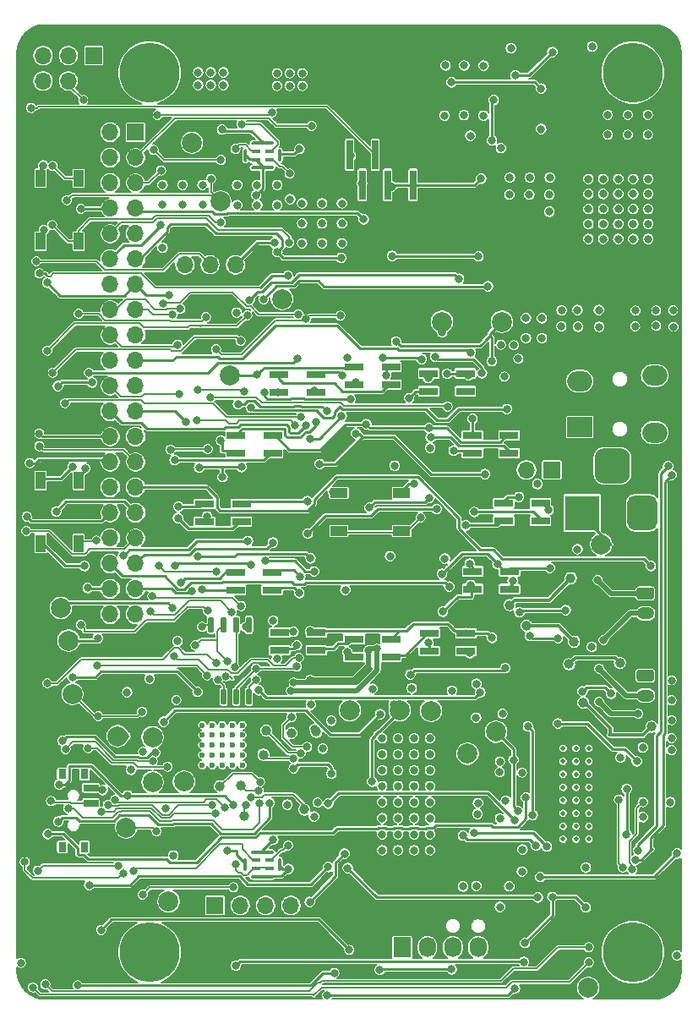
<source format=gbr>
G04 #@! TF.GenerationSoftware,KiCad,Pcbnew,(5.1.9)-1*
G04 #@! TF.CreationDate,2021-01-16T15:24:30-08:00*
G04 #@! TF.ProjectId,SJ-201-R6,534a2d32-3031-42d5-9236-2e6b69636164,rev?*
G04 #@! TF.SameCoordinates,Original*
G04 #@! TF.FileFunction,Copper,L4,Bot*
G04 #@! TF.FilePolarity,Positive*
%FSLAX46Y46*%
G04 Gerber Fmt 4.6, Leading zero omitted, Abs format (unit mm)*
G04 Created by KiCad (PCBNEW (5.1.9)-1) date 2021-01-16 15:24:30*
%MOMM*%
%LPD*%
G01*
G04 APERTURE LIST*
G04 #@! TA.AperFunction,ComponentPad*
%ADD10C,0.600000*%
G04 #@! TD*
G04 #@! TA.AperFunction,ComponentPad*
%ADD11O,1.700000X1.700000*%
G04 #@! TD*
G04 #@! TA.AperFunction,ComponentPad*
%ADD12R,1.700000X1.700000*%
G04 #@! TD*
G04 #@! TA.AperFunction,SMDPad,CuDef*
%ADD13C,2.000000*%
G04 #@! TD*
G04 #@! TA.AperFunction,SMDPad,CuDef*
%ADD14R,0.950000X0.400000*%
G04 #@! TD*
G04 #@! TA.AperFunction,SMDPad,CuDef*
%ADD15R,1.900000X0.800000*%
G04 #@! TD*
G04 #@! TA.AperFunction,SMDPad,CuDef*
%ADD16C,1.000000*%
G04 #@! TD*
G04 #@! TA.AperFunction,ComponentPad*
%ADD17O,2.500000X2.000000*%
G04 #@! TD*
G04 #@! TA.AperFunction,ComponentPad*
%ADD18R,2.500000X2.000000*%
G04 #@! TD*
G04 #@! TA.AperFunction,ComponentPad*
%ADD19O,1.730000X2.030000*%
G04 #@! TD*
G04 #@! TA.AperFunction,ComponentPad*
%ADD20R,1.730000X2.030000*%
G04 #@! TD*
G04 #@! TA.AperFunction,ComponentPad*
%ADD21R,3.500000X3.500000*%
G04 #@! TD*
G04 #@! TA.AperFunction,ComponentPad*
%ADD22O,1.750000X1.200000*%
G04 #@! TD*
G04 #@! TA.AperFunction,SMDPad,CuDef*
%ADD23R,0.650000X3.000000*%
G04 #@! TD*
G04 #@! TA.AperFunction,ComponentPad*
%ADD24C,0.499999*%
G04 #@! TD*
G04 #@! TA.AperFunction,ComponentPad*
%ADD25C,6.000000*%
G04 #@! TD*
G04 #@! TA.AperFunction,SMDPad,CuDef*
%ADD26R,0.800000X1.000000*%
G04 #@! TD*
G04 #@! TA.AperFunction,SMDPad,CuDef*
%ADD27R,1.500000X0.700000*%
G04 #@! TD*
G04 #@! TA.AperFunction,SMDPad,CuDef*
%ADD28R,1.700000X1.000000*%
G04 #@! TD*
G04 #@! TA.AperFunction,SMDPad,CuDef*
%ADD29R,1.000000X1.700000*%
G04 #@! TD*
G04 #@! TA.AperFunction,ViaPad*
%ADD30C,0.800000*%
G04 #@! TD*
G04 #@! TA.AperFunction,ViaPad*
%ADD31C,1.000000*%
G04 #@! TD*
G04 #@! TA.AperFunction,Conductor*
%ADD32C,0.250000*%
G04 #@! TD*
G04 #@! TA.AperFunction,Conductor*
%ADD33C,0.200000*%
G04 #@! TD*
G04 #@! TA.AperFunction,Conductor*
%ADD34C,0.500000*%
G04 #@! TD*
G04 #@! TA.AperFunction,Conductor*
%ADD35C,0.350000*%
G04 #@! TD*
G04 #@! TA.AperFunction,Conductor*
%ADD36C,0.127000*%
G04 #@! TD*
G04 #@! TA.AperFunction,Conductor*
%ADD37C,0.100000*%
G04 #@! TD*
G04 APERTURE END LIST*
D10*
G04 #@! TO.P,U8,61*
G04 #@! TO.N,GND*
X18783800Y-70345800D03*
X19783800Y-70345800D03*
X20783800Y-70345800D03*
X21783800Y-70345800D03*
X22783800Y-70345800D03*
X18783800Y-71345800D03*
X19783800Y-71345800D03*
X20783800Y-71345800D03*
X21783800Y-71345800D03*
X22783800Y-71345800D03*
X18783800Y-72345800D03*
X19783800Y-72345800D03*
X20783800Y-72345800D03*
X21783800Y-72345800D03*
X22783800Y-72345800D03*
X18783800Y-73345800D03*
X19783800Y-73345800D03*
X20783800Y-73345800D03*
X21783800Y-73345800D03*
X22783800Y-73345800D03*
X18783800Y-74345800D03*
X19783800Y-74345800D03*
X20783800Y-74345800D03*
X21783800Y-74345800D03*
X22783800Y-74345800D03*
G04 #@! TD*
D11*
G04 #@! TO.P,J10,4*
G04 #@! TO.N,GND*
X17020000Y-24250000D03*
G04 #@! TO.P,J10,3*
G04 #@! TO.N,GPIO0*
X19560000Y-24250000D03*
G04 #@! TO.P,J10,2*
G04 #@! TO.N,GPIO_PA7*
X22100000Y-24250000D03*
D12*
G04 #@! TO.P,J10,1*
G04 #@! TO.N,+3V3*
X24640000Y-24250000D03*
G04 #@! TD*
D13*
G04 #@! TO.P,GO_2,1*
G04 #@! TO.N,Net-(GO_2-Pad1)*
X16950000Y-76000000D03*
G04 #@! TD*
G04 #@! TO.P,GO_1,1*
G04 #@! TO.N,Net-(GO_1-Pad1)*
X13800000Y-76050000D03*
G04 #@! TD*
G04 #@! TO.P,GI_2,1*
G04 #@! TO.N,Net-(GI_2-Pad1)*
X13800000Y-71550000D03*
G04 #@! TD*
G04 #@! TO.P,GI_1,1*
G04 #@! TO.N,Net-(GI_1-Pad1)*
X10300000Y-71450000D03*
G04 #@! TD*
G04 #@! TO.P,OutR1,1*
G04 #@! TO.N,UDA_R*
X42800000Y-29950000D03*
G04 #@! TD*
G04 #@! TO.P,OutL1,1*
G04 #@! TO.N,UDA_L*
X48800000Y-29950000D03*
G04 #@! TD*
G04 #@! TO.P,U11,GND1*
G04 #@! TO.N,GND*
G04 #@! TA.AperFunction,SMDPad,CuDef*
G36*
G01*
X23808330Y-82900000D02*
X25808030Y-82900000D01*
G75*
G02*
X25958180Y-83050150I0J-150150D01*
G01*
X25958180Y-83099850D01*
G75*
G02*
X25808030Y-83250000I-150150J0D01*
G01*
X23808330Y-83250000D01*
G75*
G02*
X23658180Y-83099850I0J150150D01*
G01*
X23658180Y-83050150D01*
G75*
G02*
X23808330Y-82900000I150150J0D01*
G01*
G37*
G04 #@! TD.AperFunction*
G04 #@! TO.P,U11,GND3*
G04 #@! TA.AperFunction,SMDPad,CuDef*
G36*
G01*
X23808330Y-85350000D02*
X25808030Y-85350000D01*
G75*
G02*
X25958180Y-85500150I0J-150150D01*
G01*
X25958180Y-85549850D01*
G75*
G02*
X25808030Y-85700000I-150150J0D01*
G01*
X23808330Y-85700000D01*
G75*
G02*
X23658180Y-85549850I0J150150D01*
G01*
X23658180Y-85500150D01*
G75*
G02*
X23808330Y-85350000I150150J0D01*
G01*
G37*
G04 #@! TD.AperFunction*
G04 #@! TO.P,U11,GND*
G04 #@! TA.AperFunction,SMDPad,CuDef*
G36*
G01*
X26708180Y-83800150D02*
X26708180Y-84799850D01*
G75*
G02*
X26558030Y-84950000I-150150J0D01*
G01*
X26508330Y-84950000D01*
G75*
G02*
X26358180Y-84799850I0J150150D01*
G01*
X26358180Y-83800150D01*
G75*
G02*
X26508330Y-83650000I150150J0D01*
G01*
X26558030Y-83650000D01*
G75*
G02*
X26708180Y-83800150I0J-150150D01*
G01*
G37*
G04 #@! TD.AperFunction*
G04 #@! TO.P,U11,GND2*
G04 #@! TA.AperFunction,SMDPad,CuDef*
G36*
G01*
X23258180Y-83800150D02*
X23258180Y-84799850D01*
G75*
G02*
X23108030Y-84950000I-150150J0D01*
G01*
X23058330Y-84950000D01*
G75*
G02*
X22908180Y-84799850I0J150150D01*
G01*
X22908180Y-83800150D01*
G75*
G02*
X23058330Y-83650000I150150J0D01*
G01*
X23108030Y-83650000D01*
G75*
G02*
X23258180Y-83800150I0J-150150D01*
G01*
G37*
G04 #@! TD.AperFunction*
D14*
G04 #@! TO.P,U11,VDD*
G04 #@! TO.N,/xmos/3V3_MIC1*
X25483180Y-84725000D03*
G04 #@! TO.P,U11,DOUT*
G04 #@! TO.N,Net-(R46-Pad2)*
X25483180Y-83875000D03*
G04 #@! TO.P,U11,CLK*
G04 #@! TO.N,Net-(R45-Pad2)*
X24133180Y-83875000D03*
G04 #@! TO.P,U11,LR*
G04 #@! TO.N,/xmos/3V3_MIC1*
X24133180Y-84725000D03*
G04 #@! TD*
G04 #@! TO.P,U10,GND1*
G04 #@! TO.N,GND*
G04 #@! TA.AperFunction,SMDPad,CuDef*
G36*
G01*
X23808330Y-11900000D02*
X25808030Y-11900000D01*
G75*
G02*
X25958180Y-12050150I0J-150150D01*
G01*
X25958180Y-12099850D01*
G75*
G02*
X25808030Y-12250000I-150150J0D01*
G01*
X23808330Y-12250000D01*
G75*
G02*
X23658180Y-12099850I0J150150D01*
G01*
X23658180Y-12050150D01*
G75*
G02*
X23808330Y-11900000I150150J0D01*
G01*
G37*
G04 #@! TD.AperFunction*
G04 #@! TO.P,U10,GND3*
G04 #@! TA.AperFunction,SMDPad,CuDef*
G36*
G01*
X23808330Y-14350000D02*
X25808030Y-14350000D01*
G75*
G02*
X25958180Y-14500150I0J-150150D01*
G01*
X25958180Y-14549850D01*
G75*
G02*
X25808030Y-14700000I-150150J0D01*
G01*
X23808330Y-14700000D01*
G75*
G02*
X23658180Y-14549850I0J150150D01*
G01*
X23658180Y-14500150D01*
G75*
G02*
X23808330Y-14350000I150150J0D01*
G01*
G37*
G04 #@! TD.AperFunction*
G04 #@! TO.P,U10,GND*
G04 #@! TA.AperFunction,SMDPad,CuDef*
G36*
G01*
X26708180Y-12800150D02*
X26708180Y-13799850D01*
G75*
G02*
X26558030Y-13950000I-150150J0D01*
G01*
X26508330Y-13950000D01*
G75*
G02*
X26358180Y-13799850I0J150150D01*
G01*
X26358180Y-12800150D01*
G75*
G02*
X26508330Y-12650000I150150J0D01*
G01*
X26558030Y-12650000D01*
G75*
G02*
X26708180Y-12800150I0J-150150D01*
G01*
G37*
G04 #@! TD.AperFunction*
G04 #@! TO.P,U10,GND2*
G04 #@! TA.AperFunction,SMDPad,CuDef*
G36*
G01*
X23258180Y-12800150D02*
X23258180Y-13799850D01*
G75*
G02*
X23108030Y-13950000I-150150J0D01*
G01*
X23058330Y-13950000D01*
G75*
G02*
X22908180Y-13799850I0J150150D01*
G01*
X22908180Y-12800150D01*
G75*
G02*
X23058330Y-12650000I150150J0D01*
G01*
X23108030Y-12650000D01*
G75*
G02*
X23258180Y-12800150I0J-150150D01*
G01*
G37*
G04 #@! TD.AperFunction*
G04 #@! TO.P,U10,VDD*
G04 #@! TO.N,/xmos/3V3_MIC0*
X25483180Y-13725000D03*
G04 #@! TO.P,U10,DOUT*
G04 #@! TO.N,Net-(R44-Pad2)*
X25483180Y-12875000D03*
G04 #@! TO.P,U10,CLK*
G04 #@! TO.N,Net-(R43-Pad2)*
X24133180Y-12875000D03*
G04 #@! TO.P,U10,LR*
G04 #@! TO.N,GND*
X24133180Y-13725000D03*
G04 #@! TD*
D15*
G04 #@! TO.P,D3,3*
G04 #@! TO.N,GND*
X26473380Y-37000520D03*
G04 #@! TO.P,D3,4*
G04 #@! TO.N,Net-(D2-Pad2)*
X26473380Y-35220520D03*
G04 #@! TO.P,D3,2*
G04 #@! TO.N,Net-(D3-Pad2)*
X30153380Y-37000520D03*
G04 #@! TO.P,D3,1*
G04 #@! TO.N,+5V*
X30153380Y-35220520D03*
G04 #@! TD*
G04 #@! TO.P,D4,3*
G04 #@! TO.N,GND*
X22155380Y-43096520D03*
G04 #@! TO.P,D4,4*
G04 #@! TO.N,Net-(D3-Pad2)*
X22155380Y-41316520D03*
G04 #@! TO.P,D4,2*
G04 #@! TO.N,Net-(D4-Pad2)*
X25835380Y-43096520D03*
G04 #@! TO.P,D4,1*
G04 #@! TO.N,+5V*
X25835380Y-41316520D03*
G04 #@! TD*
G04 #@! TO.P,D5,3*
G04 #@! TO.N,GND*
X19005780Y-49954520D03*
G04 #@! TO.P,D5,4*
G04 #@! TO.N,Net-(D4-Pad2)*
X19005780Y-48174520D03*
G04 #@! TO.P,D5,2*
G04 #@! TO.N,Net-(D5-Pad2)*
X22685780Y-49954520D03*
G04 #@! TO.P,D5,1*
G04 #@! TO.N,+5V*
X22685780Y-48174520D03*
G04 #@! TD*
G04 #@! TO.P,D6,3*
G04 #@! TO.N,GND*
X22104580Y-56812520D03*
G04 #@! TO.P,D6,4*
G04 #@! TO.N,Net-(D5-Pad2)*
X22104580Y-55032520D03*
G04 #@! TO.P,D6,2*
G04 #@! TO.N,Net-(D6-Pad2)*
X25784580Y-56812520D03*
G04 #@! TO.P,D6,1*
G04 #@! TO.N,+5V*
X25784580Y-55032520D03*
G04 #@! TD*
G04 #@! TO.P,D7,3*
G04 #@! TO.N,GND*
X26524180Y-62857720D03*
G04 #@! TO.P,D7,4*
G04 #@! TO.N,Net-(D6-Pad2)*
X26524180Y-61077720D03*
G04 #@! TO.P,D7,2*
G04 #@! TO.N,Net-(D7-Pad2)*
X30204180Y-62857720D03*
G04 #@! TO.P,D7,1*
G04 #@! TO.N,+5V*
X30204180Y-61077720D03*
G04 #@! TD*
G04 #@! TO.P,D8,3*
G04 #@! TO.N,GND*
X33991780Y-63518120D03*
G04 #@! TO.P,D8,4*
G04 #@! TO.N,Net-(D7-Pad2)*
X33991780Y-61738120D03*
G04 #@! TO.P,D8,2*
G04 #@! TO.N,Net-(D8-Pad2)*
X37671780Y-63518120D03*
G04 #@! TO.P,D8,1*
G04 #@! TO.N,+5V*
X37671780Y-61738120D03*
G04 #@! TD*
G04 #@! TO.P,D9,3*
G04 #@! TO.N,GND*
X41510180Y-62908520D03*
G04 #@! TO.P,D9,4*
G04 #@! TO.N,Net-(D8-Pad2)*
X41510180Y-61128520D03*
G04 #@! TO.P,D9,2*
G04 #@! TO.N,Net-(D10-Pad4)*
X45190180Y-62908520D03*
G04 #@! TO.P,D9,1*
G04 #@! TO.N,+5V*
X45190180Y-61128520D03*
G04 #@! TD*
G04 #@! TO.P,D10,3*
G04 #@! TO.N,GND*
X45878980Y-56710920D03*
G04 #@! TO.P,D10,4*
G04 #@! TO.N,Net-(D10-Pad4)*
X45878980Y-54930920D03*
G04 #@! TO.P,D10,2*
G04 #@! TO.N,Net-(D10-Pad2)*
X49558980Y-56710920D03*
G04 #@! TO.P,D10,1*
G04 #@! TO.N,+5V*
X49558980Y-54930920D03*
G04 #@! TD*
G04 #@! TO.P,D11,3*
G04 #@! TO.N,GND*
X48977780Y-49903720D03*
G04 #@! TO.P,D11,4*
G04 #@! TO.N,Net-(D10-Pad2)*
X48977780Y-48123720D03*
G04 #@! TO.P,D11,2*
G04 #@! TO.N,Net-(D11-Pad2)*
X52657780Y-49903720D03*
G04 #@! TO.P,D11,1*
G04 #@! TO.N,+5V*
X52657780Y-48123720D03*
G04 #@! TD*
G04 #@! TO.P,D12,3*
G04 #@! TO.N,GND*
X45828180Y-43096520D03*
G04 #@! TO.P,D12,4*
G04 #@! TO.N,Net-(D11-Pad2)*
X45828180Y-41316520D03*
G04 #@! TO.P,D12,2*
G04 #@! TO.N,Net-(D12-Pad2)*
X49508180Y-43096520D03*
G04 #@! TO.P,D12,1*
G04 #@! TO.N,+5V*
X49508180Y-41316520D03*
G04 #@! TD*
G04 #@! TO.P,D13,3*
G04 #@! TO.N,GND*
X41459380Y-36898920D03*
G04 #@! TO.P,D13,4*
G04 #@! TO.N,Net-(D12-Pad2)*
X41459380Y-35118920D03*
G04 #@! TO.P,D13,2*
G04 #@! TO.N,N/C*
X45139380Y-36898920D03*
G04 #@! TO.P,D13,1*
G04 #@! TO.N,+5V*
X45139380Y-35118920D03*
G04 #@! TD*
G04 #@! TO.P,D2,3*
G04 #@! TO.N,GND*
X33991780Y-36238520D03*
G04 #@! TO.P,D2,4*
G04 #@! TO.N,Neopixel*
X33991780Y-34458520D03*
G04 #@! TO.P,D2,2*
G04 #@! TO.N,Net-(D2-Pad2)*
X37671780Y-36238520D03*
G04 #@! TO.P,D2,1*
G04 #@! TO.N,Net-(C28-Pad1)*
X37671780Y-34458520D03*
G04 #@! TD*
D11*
G04 #@! TO.P,J9,6*
G04 #@! TO.N,GND*
X2820000Y-5840000D03*
G04 #@! TO.P,J9,5*
X2820000Y-3300000D03*
G04 #@! TO.P,J9,4*
G04 #@! TO.N,GPIO1*
X5360000Y-5840000D03*
G04 #@! TO.P,J9,3*
G04 #@! TO.N,GPIO13*
X5360000Y-3300000D03*
G04 #@! TO.P,J9,2*
G04 #@! TO.N,+3V3*
X7900000Y-5840000D03*
D12*
G04 #@! TO.P,J9,1*
G04 #@! TO.N,GPIO12*
X7900000Y-3300000D03*
G04 #@! TD*
D13*
G04 #@! TO.P,TP1v8,1*
G04 #@! TO.N,+1V8*
X57450000Y-96650000D03*
G04 #@! TD*
D16*
G04 #@! TO.P,UP1,1*
G04 #@! TO.N,/xmos/XL_UP1*
X27700000Y-71150000D03*
G04 #@! TD*
G04 #@! TO.P,UP0,1*
G04 #@! TO.N,/xmos/XL_UP0*
X30200000Y-71000000D03*
G04 #@! TD*
G04 #@! TO.P,TMS1,1*
G04 #@! TO.N,/xmos/TMS*
X23000000Y-79400000D03*
G04 #@! TD*
G04 #@! TO.P,TD0,1*
G04 #@! TO.N,/xmos/TDO*
X20550000Y-76450000D03*
G04 #@! TD*
G04 #@! TO.P,TDI1,1*
G04 #@! TO.N,/xmos/TDI*
X22600000Y-76400000D03*
G04 #@! TD*
G04 #@! TO.P,TCK1,1*
G04 #@! TO.N,/xmos/TCK*
X29000000Y-78800000D03*
G04 #@! TD*
G04 #@! TO.P,DN0,1*
G04 #@! TO.N,/xmos/XL_DN0*
X25200000Y-70900000D03*
G04 #@! TD*
G04 #@! TO.P,DN1,1*
G04 #@! TO.N,/xmos/XL_DN1*
X24900000Y-73300000D03*
G04 #@! TD*
D13*
G04 #@! TO.P,TP4,1*
G04 #@! TO.N,I2S_LRCK_AMP*
X48200000Y-71000000D03*
G04 #@! TD*
G04 #@! TO.P,TP3,1*
G04 #@! TO.N,I2S_DIN_AMP*
X4600000Y-58600000D03*
G04 #@! TD*
G04 #@! TO.P,TP1,1*
G04 #@! TO.N,I2S_DIN_PI*
X5384800Y-61874400D03*
G04 #@! TD*
D11*
G04 #@! TO.P,J8,2*
G04 #@! TO.N,GND*
X51260000Y-44800000D03*
D12*
G04 #@! TO.P,J8,1*
G04 #@! TO.N,12v_Unregulated*
X53800000Y-44800000D03*
G04 #@! TD*
D17*
G04 #@! TO.P,J2,G*
G04 #@! TO.N,GND*
X64100000Y-35350000D03*
D18*
G04 #@! TO.P,J2,T*
G04 #@! TO.N,VoutL*
X56600000Y-40500000D03*
D17*
G04 #@! TO.P,J2,S*
G04 #@! TO.N,VoutR*
X56600000Y-35900000D03*
G04 #@! TO.P,J2,G*
G04 #@! TO.N,GND*
X64100000Y-41050000D03*
G04 #@! TD*
D19*
G04 #@! TO.P,J7,4*
G04 #@! TO.N,/MCU/FAN_PWM*
X46420000Y-92600000D03*
G04 #@! TO.P,J7,3*
G04 #@! TO.N,Net-(J7-Pad3)*
X43880000Y-92600000D03*
G04 #@! TO.P,J7,2*
G04 #@! TO.N,PVDD*
X41340000Y-92600000D03*
D20*
G04 #@! TO.P,J7,1*
G04 #@! TO.N,GND*
X38800000Y-92600000D03*
G04 #@! TD*
D13*
G04 #@! TO.P,TP5,1*
G04 #@! TO.N,TPU_PMIC_EN_18*
X41700000Y-68900000D03*
G04 #@! TD*
G04 #@! TO.P,RST_N1,1*
G04 #@! TO.N,Net-(D20-Pad1)*
X15400000Y-88000000D03*
G04 #@! TD*
G04 #@! TO.P,TP8,1*
G04 #@! TO.N,TPU_INTR_18*
X38550000Y-68850000D03*
G04 #@! TD*
G04 #@! TO.P,TP7,1*
G04 #@! TO.N,TPU_RST_L_18*
X33550000Y-68850000D03*
G04 #@! TD*
G04 #@! TO.P,TP6,1*
G04 #@! TO.N,TPU_PGOOD_18*
X45350000Y-73200000D03*
G04 #@! TD*
G04 #@! TO.P,TP2,1*
G04 #@! TO.N,Net-(R9-Pad2)*
X26769060Y-27663140D03*
G04 #@! TD*
G04 #@! TO.P,J1,3*
G04 #@! TO.N,GND*
G04 #@! TA.AperFunction,ComponentPad*
G36*
G01*
X61605360Y-43509840D02*
X61605360Y-45259840D01*
G75*
G02*
X60730360Y-46134840I-875000J0D01*
G01*
X58980360Y-46134840D01*
G75*
G02*
X58105360Y-45259840I0J875000D01*
G01*
X58105360Y-43509840D01*
G75*
G02*
X58980360Y-42634840I875000J0D01*
G01*
X60730360Y-42634840D01*
G75*
G02*
X61605360Y-43509840I0J-875000D01*
G01*
G37*
G04 #@! TD.AperFunction*
G04 #@! TO.P,J1,2*
G04 #@! TA.AperFunction,ComponentPad*
G36*
G01*
X64355360Y-48084840D02*
X64355360Y-50084840D01*
G75*
G02*
X63605360Y-50834840I-750000J0D01*
G01*
X62105360Y-50834840D01*
G75*
G02*
X61355360Y-50084840I0J750000D01*
G01*
X61355360Y-48084840D01*
G75*
G02*
X62105360Y-47334840I750000J0D01*
G01*
X63605360Y-47334840D01*
G75*
G02*
X64355360Y-48084840I0J-750000D01*
G01*
G37*
G04 #@! TD.AperFunction*
D21*
G04 #@! TO.P,J1,1*
G04 #@! TO.N,12v_Unregulated*
X56855360Y-49084840D03*
G04 #@! TD*
D13*
G04 #@! TO.P,TP12v0,1*
G04 #@! TO.N,12v_Unregulated*
X58740040Y-52237640D03*
G04 #@! TD*
G04 #@! TO.P,TP11,1*
G04 #@! TO.N,/xmos/3V3_MIC*
X20599400Y-17901920D03*
G04 #@! TD*
G04 #@! TO.P,TP10,1*
G04 #@! TO.N,/xmos/MIC_CLK_M*
X17739360Y-12034520D03*
G04 #@! TD*
G04 #@! TO.P,TP9,1*
G04 #@! TO.N,/xmos/MIC_DATA*
X5781040Y-67218560D03*
G04 #@! TD*
D22*
G04 #@! TO.P,J4,2*
G04 #@! TO.N,/AudioAmp/Right-*
X63169800Y-67379600D03*
G04 #@! TO.P,J4,1*
G04 #@! TO.N,/AudioAmp/Right+*
G04 #@! TA.AperFunction,ComponentPad*
G36*
G01*
X62544799Y-64779600D02*
X63794801Y-64779600D01*
G75*
G02*
X64044800Y-65029599I0J-249999D01*
G01*
X64044800Y-65729601D01*
G75*
G02*
X63794801Y-65979600I-249999J0D01*
G01*
X62544799Y-65979600D01*
G75*
G02*
X62294800Y-65729601I0J249999D01*
G01*
X62294800Y-65029599D01*
G75*
G02*
X62544799Y-64779600I249999J0D01*
G01*
G37*
G04 #@! TD.AperFunction*
G04 #@! TD*
G04 #@! TO.P,J3,2*
G04 #@! TO.N,/AudioAmp/Left-*
X63169800Y-59150000D03*
G04 #@! TO.P,J3,1*
G04 #@! TO.N,/AudioAmp/Left+*
G04 #@! TA.AperFunction,ComponentPad*
G36*
G01*
X62544799Y-56550000D02*
X63794801Y-56550000D01*
G75*
G02*
X64044800Y-56799999I0J-249999D01*
G01*
X64044800Y-57500001D01*
G75*
G02*
X63794801Y-57750000I-249999J0D01*
G01*
X62544799Y-57750000D01*
G75*
G02*
X62294800Y-57500001I0J249999D01*
G01*
X62294800Y-56799999D01*
G75*
G02*
X62544799Y-56550000I249999J0D01*
G01*
G37*
G04 #@! TD.AperFunction*
G04 #@! TD*
D23*
G04 #@! TO.P,J5,6*
G04 #@! TO.N,GND*
X33540700Y-13244700D03*
G04 #@! TO.P,J5,4*
G04 #@! TO.N,+1V0*
X36080700Y-13244700D03*
G04 #@! TO.P,J5,2*
G04 #@! TO.N,+3V3*
X38620700Y-13244700D03*
G04 #@! TO.P,J5,5*
G04 #@! TO.N,GND*
X34810700Y-16244700D03*
G04 #@! TO.P,J5,3*
G04 #@! TO.N,+5V*
X37350700Y-16244700D03*
G04 #@! TO.P,J5,1*
X39890700Y-16244700D03*
G04 #@! TD*
D24*
G04 #@! TO.P,U3,39*
G04 #@! TO.N,GND*
X57518700Y-76564099D03*
X56218700Y-76564099D03*
X54918700Y-76564099D03*
X57518700Y-75264099D03*
X56218700Y-75264099D03*
X54918700Y-75264099D03*
X54918700Y-72664099D03*
X56218700Y-72664099D03*
X57518700Y-72664099D03*
X54918700Y-73964099D03*
X56218700Y-73964099D03*
X57518700Y-73964099D03*
X57518700Y-80464101D03*
X56218700Y-80464101D03*
X54918700Y-80464101D03*
X57518700Y-81764101D03*
X56218700Y-81764101D03*
X54918700Y-81764101D03*
X54918700Y-79164101D03*
X56218700Y-79164101D03*
X57518700Y-79164101D03*
X54918700Y-77864101D03*
X56218700Y-77864101D03*
X57518700Y-77864101D03*
G04 #@! TD*
D25*
G04 #@! TO.P,H4,1*
G04 #@! TO.N,N/C*
X13500000Y-93082120D03*
G04 #@! TD*
G04 #@! TO.P,H3,1*
G04 #@! TO.N,N/C*
X13500000Y-5000000D03*
G04 #@! TD*
G04 #@! TO.P,H2,1*
G04 #@! TO.N,N/C*
X61921380Y-93082120D03*
G04 #@! TD*
G04 #@! TO.P,H1,1*
G04 #@! TO.N,N/C*
X61921380Y-5000000D03*
G04 #@! TD*
D11*
G04 #@! TO.P,J13,4*
G04 #@! TO.N,GND*
X27670000Y-88400000D03*
G04 #@! TO.P,J13,3*
G04 #@! TO.N,USB_CORAL_D-*
X25130000Y-88400000D03*
G04 #@! TO.P,J13,2*
G04 #@! TO.N,USB_CORAL_D+*
X22590000Y-88400000D03*
D12*
G04 #@! TO.P,J13,1*
G04 #@! TO.N,Net-(J13-Pad1)*
X20050000Y-88400000D03*
G04 #@! TD*
D13*
G04 #@! TO.P,TP1V0,1*
G04 #@! TO.N,+1V0*
X11163300Y-80594200D03*
G04 #@! TD*
G04 #@! TO.P,TP18,1*
G04 #@! TO.N,Neopixel*
X21534120Y-35346640D03*
G04 #@! TD*
G04 #@! TO.P,U9,8*
G04 #@! TO.N,+3V3*
G04 #@! TA.AperFunction,SMDPad,CuDef*
G36*
G01*
X19495000Y-66700000D02*
X19795000Y-66700000D01*
G75*
G02*
X19945000Y-66850000I0J-150000D01*
G01*
X19945000Y-68150000D01*
G75*
G02*
X19795000Y-68300000I-150000J0D01*
G01*
X19495000Y-68300000D01*
G75*
G02*
X19345000Y-68150000I0J150000D01*
G01*
X19345000Y-66850000D01*
G75*
G02*
X19495000Y-66700000I150000J0D01*
G01*
G37*
G04 #@! TD.AperFunction*
G04 #@! TO.P,U9,7*
G04 #@! TO.N,/xmos/QSPI_D3*
G04 #@! TA.AperFunction,SMDPad,CuDef*
G36*
G01*
X20765000Y-66700000D02*
X21065000Y-66700000D01*
G75*
G02*
X21215000Y-66850000I0J-150000D01*
G01*
X21215000Y-68150000D01*
G75*
G02*
X21065000Y-68300000I-150000J0D01*
G01*
X20765000Y-68300000D01*
G75*
G02*
X20615000Y-68150000I0J150000D01*
G01*
X20615000Y-66850000D01*
G75*
G02*
X20765000Y-66700000I150000J0D01*
G01*
G37*
G04 #@! TD.AperFunction*
G04 #@! TO.P,U9,6*
G04 #@! TO.N,/xmos/QSPI_CLK*
G04 #@! TA.AperFunction,SMDPad,CuDef*
G36*
G01*
X22035000Y-66700000D02*
X22335000Y-66700000D01*
G75*
G02*
X22485000Y-66850000I0J-150000D01*
G01*
X22485000Y-68150000D01*
G75*
G02*
X22335000Y-68300000I-150000J0D01*
G01*
X22035000Y-68300000D01*
G75*
G02*
X21885000Y-68150000I0J150000D01*
G01*
X21885000Y-66850000D01*
G75*
G02*
X22035000Y-66700000I150000J0D01*
G01*
G37*
G04 #@! TD.AperFunction*
G04 #@! TO.P,U9,5*
G04 #@! TO.N,/xmos/QSPI_D0*
G04 #@! TA.AperFunction,SMDPad,CuDef*
G36*
G01*
X23305000Y-66700000D02*
X23605000Y-66700000D01*
G75*
G02*
X23755000Y-66850000I0J-150000D01*
G01*
X23755000Y-68150000D01*
G75*
G02*
X23605000Y-68300000I-150000J0D01*
G01*
X23305000Y-68300000D01*
G75*
G02*
X23155000Y-68150000I0J150000D01*
G01*
X23155000Y-66850000D01*
G75*
G02*
X23305000Y-66700000I150000J0D01*
G01*
G37*
G04 #@! TD.AperFunction*
G04 #@! TO.P,U9,4*
G04 #@! TO.N,GND*
G04 #@! TA.AperFunction,SMDPad,CuDef*
G36*
G01*
X23305000Y-59500000D02*
X23605000Y-59500000D01*
G75*
G02*
X23755000Y-59650000I0J-150000D01*
G01*
X23755000Y-60950000D01*
G75*
G02*
X23605000Y-61100000I-150000J0D01*
G01*
X23305000Y-61100000D01*
G75*
G02*
X23155000Y-60950000I0J150000D01*
G01*
X23155000Y-59650000D01*
G75*
G02*
X23305000Y-59500000I150000J0D01*
G01*
G37*
G04 #@! TD.AperFunction*
G04 #@! TO.P,U9,3*
G04 #@! TO.N,/xmos/QSPI_D2*
G04 #@! TA.AperFunction,SMDPad,CuDef*
G36*
G01*
X22035000Y-59500000D02*
X22335000Y-59500000D01*
G75*
G02*
X22485000Y-59650000I0J-150000D01*
G01*
X22485000Y-60950000D01*
G75*
G02*
X22335000Y-61100000I-150000J0D01*
G01*
X22035000Y-61100000D01*
G75*
G02*
X21885000Y-60950000I0J150000D01*
G01*
X21885000Y-59650000D01*
G75*
G02*
X22035000Y-59500000I150000J0D01*
G01*
G37*
G04 #@! TD.AperFunction*
G04 #@! TO.P,U9,2*
G04 #@! TO.N,/xmos/QSPI_D1*
G04 #@! TA.AperFunction,SMDPad,CuDef*
G36*
G01*
X20765000Y-59500000D02*
X21065000Y-59500000D01*
G75*
G02*
X21215000Y-59650000I0J-150000D01*
G01*
X21215000Y-60950000D01*
G75*
G02*
X21065000Y-61100000I-150000J0D01*
G01*
X20765000Y-61100000D01*
G75*
G02*
X20615000Y-60950000I0J150000D01*
G01*
X20615000Y-59650000D01*
G75*
G02*
X20765000Y-59500000I150000J0D01*
G01*
G37*
G04 #@! TD.AperFunction*
G04 #@! TO.P,U9,1*
G04 #@! TO.N,/xmos/QSPI_CS_N*
G04 #@! TA.AperFunction,SMDPad,CuDef*
G36*
G01*
X19495000Y-59500000D02*
X19795000Y-59500000D01*
G75*
G02*
X19945000Y-59650000I0J-150000D01*
G01*
X19945000Y-60950000D01*
G75*
G02*
X19795000Y-61100000I-150000J0D01*
G01*
X19495000Y-61100000D01*
G75*
G02*
X19345000Y-60950000I0J150000D01*
G01*
X19345000Y-59650000D01*
G75*
G02*
X19495000Y-59500000I150000J0D01*
G01*
G37*
G04 #@! TD.AperFunction*
G04 #@! TD*
D11*
G04 #@! TO.P,J6,40*
G04 #@! TO.N,I2S_DOUT_PI*
X9552940Y-59237880D03*
G04 #@! TO.P,J6,39*
G04 #@! TO.N,GND*
X12092940Y-59237880D03*
G04 #@! TO.P,J6,38*
G04 #@! TO.N,I2S_DIN_PI*
X9552940Y-56697880D03*
G04 #@! TO.P,J6,37*
G04 #@! TO.N,Boot_Sel*
X12092940Y-56697880D03*
G04 #@! TO.P,J6,36*
G04 #@! TO.N,Enable1V*
X9552940Y-54157880D03*
G04 #@! TO.P,J6,35*
G04 #@! TO.N,I2S_WS_PI*
X12092940Y-54157880D03*
G04 #@! TO.P,J6,34*
G04 #@! TO.N,GND*
X9552940Y-51617880D03*
G04 #@! TO.P,J6,33*
G04 #@! TO.N,GPIO13*
X12092940Y-51617880D03*
G04 #@! TO.P,J6,32*
G04 #@! TO.N,GPIO12*
X9552940Y-49077880D03*
G04 #@! TO.P,J6,31*
G04 #@! TO.N,TAS_Fault*
X12092940Y-49077880D03*
G04 #@! TO.P,J6,30*
G04 #@! TO.N,GND*
X9552940Y-46537880D03*
G04 #@! TO.P,J6,29*
G04 #@! TO.N,Net-(J6-Pad29)*
X12092940Y-46537880D03*
G04 #@! TO.P,J6,28*
G04 #@! TO.N,GPIO1*
X9552940Y-43997880D03*
G04 #@! TO.P,J6,27*
G04 #@! TO.N,GPIO0*
X12092940Y-43997880D03*
G04 #@! TO.P,J6,26*
G04 #@! TO.N,ATtinyRESET*
X9552940Y-41457880D03*
G04 #@! TO.P,J6,25*
G04 #@! TO.N,GND*
X12092940Y-41457880D03*
G04 #@! TO.P,J6,24*
G04 #@! TO.N,SPI_CSn*
X9552940Y-38917880D03*
G04 #@! TO.P,J6,23*
G04 #@! TO.N,SPI_CLK*
X12092940Y-38917880D03*
G04 #@! TO.P,J6,22*
G04 #@! TO.N,Net-(J6-Pad22)*
X9552940Y-36377880D03*
G04 #@! TO.P,J6,21*
G04 #@! TO.N,SPI_MISO*
X12092940Y-36377880D03*
G04 #@! TO.P,J6,20*
G04 #@! TO.N,GND*
X9552940Y-33837880D03*
G04 #@! TO.P,J6,19*
G04 #@! TO.N,SPI_MOSI*
X12092940Y-33837880D03*
G04 #@! TO.P,J6,18*
G04 #@! TO.N,Net-(J6-Pad18)*
X9552940Y-31297880D03*
G04 #@! TO.P,J6,17*
G04 #@! TO.N,N/C*
X12092940Y-31297880D03*
G04 #@! TO.P,J6,16*
G04 #@! TO.N,Net-(J6-Pad16)*
X9552940Y-28757880D03*
G04 #@! TO.P,J6,15*
G04 #@! TO.N,Net-(J6-Pad15)*
X12092940Y-28757880D03*
G04 #@! TO.P,J6,14*
G04 #@! TO.N,GND*
X9552940Y-26217880D03*
G04 #@! TO.P,J6,13*
G04 #@! TO.N,XMOS_Reset*
X12092940Y-26217880D03*
G04 #@! TO.P,J6,12*
G04 #@! TO.N,I2S_BCLK_PI*
X9552940Y-23677880D03*
G04 #@! TO.P,J6,11*
G04 #@! TO.N,TPU_RST_L_33*
X12092940Y-23677880D03*
G04 #@! TO.P,J6,10*
G04 #@! TO.N,UART_RXD_PI*
X9552940Y-21137880D03*
G04 #@! TO.P,J6,9*
G04 #@! TO.N,GND*
X12092940Y-21137880D03*
G04 #@! TO.P,J6,8*
G04 #@! TO.N,UART_TXD_PI*
X9552940Y-18597880D03*
G04 #@! TO.P,J6,7*
G04 #@! TO.N,I2S_MCLK_PI*
X12092940Y-18597880D03*
G04 #@! TO.P,J6,6*
G04 #@! TO.N,GND*
X9552940Y-16057880D03*
G04 #@! TO.P,J6,5*
G04 #@! TO.N,SCL*
X12092940Y-16057880D03*
G04 #@! TO.P,J6,4*
G04 #@! TO.N,+5V*
X9552940Y-13517880D03*
G04 #@! TO.P,J6,3*
G04 #@! TO.N,SDA*
X12092940Y-13517880D03*
G04 #@! TO.P,J6,2*
G04 #@! TO.N,+5V*
X9552940Y-10977880D03*
D12*
G04 #@! TO.P,J6,1*
G04 #@! TO.N,N/C*
X12092940Y-10977880D03*
G04 #@! TD*
D26*
G04 #@! TO.P,SW1,*
G04 #@! TO.N,*
X6964900Y-82532240D03*
X6964900Y-75232240D03*
X4754900Y-75232240D03*
X4754900Y-82532240D03*
D27*
G04 #@! TO.P,SW1,3*
G04 #@! TO.N,GND*
X7614900Y-76632240D03*
G04 #@! TO.P,SW1,2*
G04 #@! TO.N,GPIO25*
X7614900Y-78132240D03*
G04 #@! TO.P,SW1,1*
G04 #@! TO.N,+3V3*
X7614900Y-81132240D03*
G04 #@! TD*
D28*
G04 #@! TO.P,S3,2*
G04 #@! TO.N,GND*
X38760800Y-47093400D03*
X32460800Y-47093400D03*
G04 #@! TO.P,S3,1*
G04 #@! TO.N,GPIO24*
X38760800Y-50893400D03*
X32460800Y-50893400D03*
G04 #@! TD*
D29*
G04 #@! TO.P,S2,2*
G04 #@! TO.N,GND*
X2578020Y-45850000D03*
X2578020Y-52150000D03*
G04 #@! TO.P,S2,1*
G04 #@! TO.N,GPIO23*
X6378020Y-45850000D03*
X6378020Y-52150000D03*
G04 #@! TD*
G04 #@! TO.P,S1,2*
G04 #@! TO.N,GND*
X2572940Y-15590120D03*
X2572940Y-21890120D03*
G04 #@! TO.P,S1,1*
G04 #@! TO.N,GPIO22*
X6372940Y-15590120D03*
X6372940Y-21890120D03*
G04 #@! TD*
D30*
G04 #@! TO.N,+5V*
X14795500Y-18256000D03*
X14795500Y-16256000D03*
X16795500Y-16256000D03*
X18795500Y-16256000D03*
X18795500Y-18256000D03*
X16795500Y-18256000D03*
X30778200Y-22097500D03*
X28778200Y-22097500D03*
X28778200Y-20097500D03*
X30778200Y-18097500D03*
X32778200Y-22097500D03*
X45631100Y-11328400D03*
X32778200Y-18097500D03*
X30778200Y-20097500D03*
X32778200Y-20097500D03*
X46720760Y-15621000D03*
X28778200Y-18097500D03*
X51548520Y-17228080D03*
X49548520Y-17228080D03*
X53548520Y-17228080D03*
X53599080Y-54604920D03*
X49524922Y-86481920D03*
X57200000Y-88600000D03*
X42800000Y-55200000D03*
X42250000Y-48700000D03*
X33350000Y-33508506D03*
X53850000Y-87550000D03*
X51100000Y-92150000D03*
X41486465Y-40604739D03*
X37759640Y-16403320D03*
X46450000Y-23400000D03*
X37800000Y-23350000D03*
X29574968Y-60934600D03*
X35200000Y-40200000D03*
X50150000Y-5294000D03*
X53850000Y-2950000D03*
X47800000Y-61600000D03*
X48350000Y-54200000D03*
X53476033Y-48793221D03*
X50800047Y-85010563D03*
X45450000Y-35300000D03*
X43300000Y-35150000D03*
X32791966Y-35348526D03*
X29350000Y-51150000D03*
X29300000Y-47900000D03*
X28600021Y-55450000D03*
G04 #@! TO.N,Net-(C22-Pad1)*
X54401720Y-61630560D03*
X51583258Y-61392696D03*
G04 #@! TO.N,Net-(C23-Pad1)*
X56872866Y-66962146D03*
X59732929Y-67196193D03*
G04 #@! TO.N,+3V3*
X33800000Y-70600000D03*
X19037300Y-81305400D03*
X45000000Y-29600000D03*
X45000000Y-31600000D03*
X46600000Y-29600000D03*
X46400000Y-31600000D03*
X53550320Y-20614640D03*
X51550320Y-20614640D03*
X46329600Y-84551520D03*
X11846560Y-75956160D03*
X9255760Y-81193640D03*
X59600000Y-86400000D03*
X64400000Y-87800000D03*
X26394686Y-78598557D03*
X43500000Y-64100000D03*
X39600000Y-64100000D03*
X42610075Y-50220735D03*
X33800000Y-72450000D03*
X46100000Y-70950000D03*
X32450000Y-42450000D03*
X35491782Y-61947187D03*
X32400000Y-63250000D03*
X49500000Y-84100000D03*
X15850000Y-81300000D03*
X65100000Y-81750000D03*
X29350000Y-26550000D03*
X16200000Y-60400000D03*
X12950000Y-67000000D03*
X23700000Y-58900000D03*
X18959761Y-32482435D03*
X21900000Y-32600000D03*
X18550000Y-59450000D03*
X21328430Y-38269278D03*
X20150000Y-27700000D03*
X20933295Y-29071556D03*
G04 #@! TO.N,+1V0*
X1630680Y-8539480D03*
X16169640Y-67838320D03*
X27931750Y-66090896D03*
X20096369Y-79222592D03*
X27728240Y-69524990D03*
X27661434Y-66899979D03*
X36300000Y-62700000D03*
X35420287Y-62846931D03*
X29574968Y-65796160D03*
X600016Y-94150000D03*
X29274075Y-72525383D03*
X30334838Y-78095716D03*
X21142272Y-65428828D03*
X12850000Y-72999969D03*
X14197965Y-80968559D03*
X8702237Y-78985148D03*
G04 #@! TO.N,12v_Unregulated*
X52350000Y-46200000D03*
G04 #@! TO.N,GPIO25*
X3625032Y-77948368D03*
X20200000Y-64150002D03*
X18350000Y-36750000D03*
X22972589Y-36933615D03*
X3250000Y-66150000D03*
G04 #@! TO.N,GPIO24*
X40649997Y-49550003D03*
X19600000Y-37550000D03*
X43350000Y-38450000D03*
G04 #@! TO.N,GPIO23*
X7075054Y-44634668D03*
X8176848Y-51875572D03*
X6400000Y-29150000D03*
X19150000Y-29500000D03*
G04 #@! TO.N,GPIO22*
X3797622Y-14367350D03*
X3728567Y-20285243D03*
X20650000Y-20000000D03*
G04 #@! TO.N,/xmos/XL_DN1*
X27928843Y-73715013D03*
G04 #@! TO.N,/xmos/XL_DN0*
X28642318Y-73166402D03*
G04 #@! TO.N,/xmos/TDO*
X24549100Y-76034900D03*
G04 #@! TO.N,/xmos/XL_UP0*
X30000000Y-70699306D03*
G04 #@! TO.N,/xmos/TCK*
X23664888Y-77607576D03*
G04 #@! TO.N,/xmos/TMS*
X23151123Y-78346540D03*
G04 #@! TO.N,/xmos/XL_UP1*
X27700000Y-71150000D03*
G04 #@! TO.N,/xmos/TDI*
X24451213Y-76932924D03*
G04 #@! TO.N,/xmos/QSPI_CLK*
X28247804Y-64484094D03*
X24154790Y-64673532D03*
X18250000Y-39800000D03*
X28096273Y-40304378D03*
G04 #@! TO.N,/xmos/QSPI_D1*
X21299998Y-63950000D03*
X18100000Y-62350000D03*
G04 #@! TO.N,/xmos/QSPI_CS_N*
X28452168Y-63607592D03*
X18751506Y-60500050D03*
X15977179Y-63459364D03*
G04 #@! TO.N,Net-(R43-Pad2)*
X22100000Y-12650000D03*
G04 #@! TO.N,/xmos/MIC_CLK*
X19350000Y-58900000D03*
X6600064Y-60300075D03*
X5076925Y-72750000D03*
X13808743Y-73949990D03*
G04 #@! TO.N,Net-(R44-Pad2)*
X22707643Y-10159765D03*
G04 #@! TO.N,/xmos/MIC_DATA*
X21750000Y-59000000D03*
X13539047Y-58917233D03*
X7336949Y-72636949D03*
X15300000Y-74500000D03*
X8350000Y-69450000D03*
X12750000Y-69000000D03*
G04 #@! TO.N,Net-(R45-Pad2)*
X11925300Y-84975300D03*
G04 #@! TO.N,Net-(R46-Pad2)*
X27376120Y-82387440D03*
X12801600Y-87312500D03*
X21889720Y-86580989D03*
G04 #@! TO.N,/xmos/QSPI_D3*
X20327329Y-65810781D03*
G04 #@! TO.N,/xmos/QSPI_D2*
X22011326Y-64560465D03*
G04 #@! TO.N,/xmos/QSPI_D0*
X24150000Y-65800000D03*
G04 #@! TO.N,Net-(C25-Pad1)*
X55181500Y-58826400D03*
X50549344Y-59038829D03*
G04 #@! TO.N,Net-(C28-Pad1)*
X37200000Y-35288492D03*
G04 #@! TO.N,Net-(D10-Pad4)*
X45574978Y-54173302D03*
X45574987Y-63119535D03*
G04 #@! TO.N,Net-(D20-Pad1)*
X15400000Y-88000001D03*
G04 #@! TO.N,/xmos/3V3_MIC0*
X27520900Y-15113000D03*
X14300000Y-9250000D03*
X25750000Y-9000000D03*
G04 #@! TO.N,/xmos/3V3_MIC1*
X22145307Y-84261998D03*
G04 #@! TO.N,/xmos/3V3_MIC*
X24499518Y-78132936D03*
X5214620Y-17780000D03*
X5334630Y-78668144D03*
X19250000Y-65350000D03*
X8250000Y-64350010D03*
X19650000Y-15650000D03*
G04 #@! TO.N,/xmos/MIC_DATA_M*
X13900000Y-12750000D03*
X20650010Y-13750000D03*
X22650000Y-58400000D03*
X13774957Y-57425000D03*
G04 #@! TO.N,/xmos/MIC_CLK_M*
X17739360Y-12034520D03*
X14400000Y-54350000D03*
X20200000Y-54950000D03*
G04 #@! TO.N,GPIO5*
X61300000Y-76732900D03*
X61289970Y-81261226D03*
G04 #@! TO.N,PVDD*
X65798700Y-67849500D03*
X65798700Y-69849500D03*
X65800000Y-71650000D03*
X65800000Y-72850000D03*
X65798700Y-65849500D03*
X59410600Y-9232900D03*
X63410600Y-9232900D03*
X61410600Y-9232900D03*
X59410600Y-11232900D03*
X63410600Y-11232900D03*
X61410600Y-11232900D03*
X27533600Y-6337300D03*
X28803600Y-5067300D03*
X26263600Y-6337300D03*
X27533600Y-5067300D03*
X28803600Y-6337300D03*
X26263600Y-5067300D03*
X62184280Y-28845560D03*
X65948560Y-28804920D03*
X65989200Y-30457240D03*
X64251840Y-28825240D03*
X64251840Y-30355640D03*
X62143640Y-30416600D03*
X48700000Y-32250000D03*
X50000000Y-32300000D03*
X48602900Y-73990200D03*
X48577500Y-75044300D03*
X50450000Y-33650000D03*
X49050000Y-35450000D03*
X50800000Y-75100000D03*
X48850000Y-69200000D03*
G04 #@! TO.N,Net-(C8-Pad2)*
X47967900Y-7759700D03*
X47802800Y-11798300D03*
G04 #@! TO.N,Net-(D14-Pad1)*
X52725000Y-6600000D03*
X43738800Y-5969000D03*
G04 #@! TO.N,Net-(D3-Pad2)*
X30040651Y-36829396D03*
X30149680Y-39975145D03*
G04 #@! TO.N,Net-(D4-Pad2)*
X16400000Y-48450000D03*
X16000000Y-43800000D03*
G04 #@! TO.N,Net-(D5-Pad2)*
X16350000Y-49600000D03*
X16650000Y-56050000D03*
G04 #@! TO.N,Net-(D6-Pad2)*
X27931750Y-60990480D03*
X28495385Y-57109177D03*
G04 #@! TO.N,Net-(D10-Pad2)*
X49875043Y-55880932D03*
X50500000Y-47500000D03*
G04 #@! TO.N,Net-(D11-Pad2)*
X46024990Y-48998305D03*
X45853752Y-39675939D03*
G04 #@! TO.N,Net-(D12-Pad2)*
X41400000Y-35600000D03*
X41657135Y-41539294D03*
G04 #@! TO.N,GND*
X52800000Y-29600000D03*
X51200000Y-29600000D03*
X51200000Y-31600000D03*
X26275800Y-18268700D03*
X46964600Y-4305300D03*
X22275800Y-18268700D03*
X45021500Y-4292600D03*
X26275800Y-16268700D03*
X24275800Y-16268700D03*
X24275800Y-18268700D03*
X22275800Y-16268700D03*
X43141900Y-4292600D03*
X52730400Y-10655300D03*
X19634200Y-6261100D03*
X20904200Y-6261100D03*
X18364200Y-4991100D03*
X19634200Y-4991100D03*
X18364200Y-6261100D03*
X20904200Y-4991100D03*
X49181983Y-77914500D03*
X28524200Y-12649200D03*
X20764500Y-10706100D03*
X24174940Y-17256760D03*
X50863500Y-82791300D03*
X44996100Y-9258300D03*
X46939200Y-9321800D03*
X43040300Y-9321800D03*
X49710911Y-2568110D03*
X38391900Y-73266100D03*
X36791900Y-82866100D03*
X41591900Y-81266100D03*
X38391900Y-74866100D03*
X38391900Y-76466100D03*
X41591900Y-82866100D03*
X36791900Y-78066100D03*
X39991900Y-71666100D03*
X38391900Y-78066100D03*
X39991900Y-78066100D03*
X41591900Y-79666100D03*
X36791900Y-74866100D03*
X38391900Y-71666100D03*
X39991900Y-74866100D03*
X38391900Y-81266100D03*
X39991900Y-82866100D03*
X38391900Y-82866100D03*
X39991900Y-79666100D03*
X38391900Y-79666100D03*
X41591900Y-71666100D03*
X41591900Y-73266100D03*
X39991900Y-73266100D03*
X36791900Y-76466100D03*
X39991900Y-76466100D03*
X41591900Y-78066100D03*
X41591900Y-74866100D03*
X36791900Y-81266100D03*
X36791900Y-73266100D03*
X36791900Y-79666100D03*
X39991900Y-81266100D03*
X41591900Y-76466100D03*
X58536840Y-30457240D03*
X56423560Y-30436920D03*
X58516520Y-28784600D03*
X54787800Y-28804920D03*
X54747160Y-30416600D03*
X56367680Y-28784600D03*
X25882600Y-81813400D03*
X28260040Y-62351920D03*
X52800000Y-31600000D03*
X27575801Y-17678400D03*
X51590960Y-15514320D03*
X53550320Y-18928080D03*
X53590960Y-15514320D03*
X49590960Y-15514320D03*
X21277062Y-82898244D03*
X57795160Y-62509400D03*
X26400000Y-37000000D03*
X34137600Y-35979100D03*
X48704500Y-12569690D03*
X33655000Y-13347700D03*
X34785300Y-16103600D03*
X36791900Y-71666100D03*
X57449720Y-15661640D03*
X58949720Y-15661640D03*
X60449720Y-15661640D03*
X61949720Y-15661640D03*
X63449720Y-15661640D03*
X57449720Y-17161640D03*
X58949720Y-17161640D03*
X60449720Y-17161640D03*
X61949720Y-17161640D03*
X63449720Y-17161640D03*
X57449720Y-18661640D03*
X58949720Y-18661640D03*
X60449720Y-18661640D03*
X61949720Y-18661640D03*
X63449720Y-18661640D03*
X57449720Y-20161640D03*
X58949720Y-20161640D03*
X60449720Y-20161640D03*
X61949720Y-20161640D03*
X63449720Y-20161640D03*
X57449720Y-21661640D03*
X58949720Y-21661640D03*
X60449720Y-21661640D03*
X61949720Y-21661640D03*
X63449720Y-21661640D03*
X33115919Y-56813900D03*
X42872660Y-58983060D03*
X26243280Y-63690500D03*
X27404060Y-84731860D03*
X57200000Y-84600000D03*
X43956786Y-42861029D03*
X27299977Y-78310510D03*
X31875032Y-47012860D03*
X43079674Y-53664111D03*
X46200000Y-69600000D03*
X40000000Y-46200000D03*
X37600000Y-53425021D03*
X30850000Y-72699998D03*
X29650000Y-68300000D03*
X41413958Y-62078522D03*
X66350000Y-93400000D03*
X48600000Y-88550000D03*
X38050000Y-44375010D03*
X33328312Y-63048113D03*
X5825043Y-44452546D03*
X6975087Y-54402162D03*
X56375300Y-52724990D03*
X65650000Y-78050000D03*
X15875000Y-83400000D03*
X57850000Y-2400000D03*
X45674979Y-56306289D03*
X45200000Y-50350000D03*
X2850000Y-14300000D03*
X2900000Y-20800000D03*
X46350000Y-79250000D03*
X46400000Y-78150000D03*
X48625021Y-79700000D03*
X39500001Y-37599999D03*
X62924990Y-79552800D03*
X62924990Y-72587524D03*
X60680600Y-73589079D03*
X29983471Y-79482991D03*
X23150000Y-60500000D03*
X19254178Y-49453078D03*
X20650000Y-41850000D03*
X25875208Y-59875208D03*
X18750000Y-56749979D03*
X11249998Y-67050000D03*
X13500000Y-65700000D03*
X16300000Y-61950000D03*
X8790745Y-76845355D03*
X11630177Y-74808346D03*
X15098149Y-78694165D03*
X22224253Y-29045000D03*
X14800000Y-22550000D03*
G04 #@! TO.N,Net-(J13-Pad1)*
X50993040Y-94046040D03*
X22138640Y-94427040D03*
G04 #@! TO.N,SCL*
X60516886Y-77790423D03*
X19792229Y-78375526D03*
X10350000Y-84400000D03*
X3050000Y-96300000D03*
X57500000Y-92600000D03*
X60900000Y-84600000D03*
X2300000Y-84900000D03*
X14650000Y-14800000D03*
X9320326Y-78330940D03*
X14879754Y-28088196D03*
X28400000Y-29200000D03*
G04 #@! TO.N,SDA*
X29718000Y-10342880D03*
X19323760Y-42697400D03*
X21000000Y-78600000D03*
X62924990Y-78046394D03*
X10836683Y-85157063D03*
X1000000Y-84050000D03*
X1800000Y-96600000D03*
X57500000Y-94100000D03*
X61850000Y-84800000D03*
X15600000Y-42750000D03*
X32600000Y-29350000D03*
X20150000Y-32700000D03*
X10051399Y-77806008D03*
X29152549Y-29693652D03*
G04 #@! TO.N,Net-(J6-Pad29)*
X63724990Y-54400000D03*
G04 #@! TO.N,Net-(J6-Pad22)*
X16450000Y-37150000D03*
G04 #@! TO.N,Net-(J6-Pad18)*
X16300002Y-32250000D03*
G04 #@! TO.N,Net-(J6-Pad16)*
X16576538Y-28658727D03*
G04 #@! TO.N,Net-(J6-Pad15)*
X15800000Y-29258737D03*
D31*
G04 #@! TO.N,/AudioAmp/OUT_A1-*
X56027320Y-61970920D03*
X51274436Y-60389126D03*
G04 #@! TO.N,/AudioAmp/OUT_B1-*
X60619640Y-64099440D03*
X55529120Y-64238525D03*
G04 #@! TO.N,/AudioAmp/OUT_A1+*
X55697120Y-55620920D03*
X49575032Y-58314134D03*
G04 #@! TO.N,/AudioAmp/OUT_B1+*
X56957892Y-68098332D03*
X63799996Y-70500000D03*
D30*
G04 #@! TO.N,Net-(C26-Pad1)*
X54420306Y-70174611D03*
X62311831Y-73974990D03*
G04 #@! TO.N,+1V8*
X43800000Y-66899980D03*
X39750000Y-66650000D03*
X35816664Y-66700000D03*
X31700008Y-69904989D03*
X50100000Y-96700000D03*
X31300000Y-97400000D03*
X29550000Y-88050000D03*
X46250000Y-86450000D03*
X44900000Y-86500000D03*
X57450000Y-96650000D03*
X46250015Y-66193015D03*
X33017731Y-83207311D03*
G04 #@! TO.N,SPI_CSn*
X29200000Y-40300000D03*
G04 #@! TO.N,SPI_CLK*
X17150000Y-40000000D03*
G04 #@! TO.N,SPI_MISO*
X7736840Y-36037520D03*
X18291454Y-67002414D03*
X4310193Y-36391975D03*
X5784460Y-65534794D03*
G04 #@! TO.N,SPI_MOSI*
X24460200Y-66849979D03*
X46625104Y-67065844D03*
X45674075Y-33025010D03*
G04 #@! TO.N,Boot_Sel*
X17751816Y-56901795D03*
G04 #@! TO.N,Neopixel*
X24282394Y-35253706D03*
G04 #@! TO.N,/AudioAmp/Left+*
X58407300Y-55816500D03*
G04 #@! TO.N,/AudioAmp/Left-*
X58978800Y-61823600D03*
G04 #@! TO.N,/AudioAmp/Right+*
X58531760Y-68011040D03*
X62450000Y-69200000D03*
G04 #@! TO.N,/AudioAmp/Right-*
X58547000Y-64693800D03*
G04 #@! TO.N,FanPWM*
X33500000Y-92850000D03*
X3800000Y-35050000D03*
X8650000Y-90850000D03*
X22621188Y-31877657D03*
G04 #@! TO.N,I2S_DOUT_PI*
X10850000Y-53367881D03*
X23350002Y-51900000D03*
G04 #@! TO.N,I2S_DIN_PI*
X4349886Y-79988410D03*
X25514300Y-78143100D03*
X7300000Y-56600000D03*
X8300000Y-61650000D03*
G04 #@! TO.N,Enable1V*
X43525003Y-56466067D03*
G04 #@! TO.N,I2S_BCLK_PI*
X22700000Y-44500000D03*
X14560539Y-20256033D03*
X20800000Y-45500000D03*
X18450000Y-44550000D03*
G04 #@! TO.N,I2S_MCLK_PI*
X34950000Y-19700000D03*
X24973368Y-37024979D03*
X33650000Y-37699990D03*
G04 #@! TO.N,I2S_DIN_AMP*
X50073303Y-79837786D03*
X7450000Y-86350000D03*
X31400000Y-78200000D03*
X31400000Y-84550000D03*
X4550000Y-58650000D03*
X23650000Y-54310215D03*
X15815373Y-58584627D03*
X16050021Y-54350000D03*
G04 #@! TO.N,I2S_LRCK_AMP*
X49952911Y-73821239D03*
X34174463Y-41128076D03*
X50381396Y-78939120D03*
X47100000Y-45200000D03*
X30550000Y-44200000D03*
X25100000Y-53900000D03*
X29974989Y-54950000D03*
G04 #@! TO.N,I2S_BCLK_XMOS*
X27929606Y-74670386D03*
X31709955Y-75204752D03*
X31250000Y-38900000D03*
X22350000Y-38200000D03*
G04 #@! TO.N,I2S_MCLK_XMOS*
X28650000Y-39500554D03*
X5023999Y-38100000D03*
X4756947Y-71908789D03*
X14091337Y-73095494D03*
G04 #@! TO.N,I2S_BCLK_AMP*
X51886834Y-79341892D03*
X51407722Y-70461468D03*
X49300000Y-38700000D03*
X23650012Y-38550000D03*
G04 #@! TO.N,UART_RXD_PI*
X27495671Y-22031344D03*
G04 #@! TO.N,UART_TXD_PI*
X6614160Y-18643600D03*
X7412355Y-35067100D03*
X28350000Y-33600000D03*
G04 #@! TO.N,FanTach*
X6300000Y-96400000D03*
X32000000Y-95150000D03*
X3250000Y-32849998D03*
X23286766Y-29311778D03*
G04 #@! TO.N,Net-(J7-Pad3)*
X43750000Y-94800000D03*
X36550000Y-94850000D03*
G04 #@! TO.N,ATtinyRESET*
X2450000Y-25100000D03*
X27348666Y-25313118D03*
X2447186Y-41148643D03*
G04 #@! TO.N,Net-(R9-Pad2)*
X26769060Y-27663140D03*
G04 #@! TO.N,XMOS_Reset*
X21901112Y-78299136D03*
X4440639Y-76282241D03*
X3250000Y-26050000D03*
X11300000Y-77394141D03*
X15443291Y-27323389D03*
G04 #@! TO.N,TAS_Fault*
X51204893Y-77594110D03*
X3300000Y-81250000D03*
X4150010Y-48952803D03*
G04 #@! TO.N,I2S_DIN_XMOS*
X52400000Y-87600000D03*
X66350000Y-83200000D03*
X52650000Y-85550000D03*
X33350000Y-84649998D03*
G04 #@! TO.N,TPU_RST_L_33*
X32699990Y-23550000D03*
X26306604Y-22981939D03*
G04 #@! TO.N,TPU_RST_L_18*
X33650000Y-68400000D03*
G04 #@! TO.N,TPU_PGOOD_33*
X44500000Y-25650000D03*
X23520790Y-27772742D03*
G04 #@! TO.N,TPU_PGOOD_18*
X45047695Y-72897695D03*
G04 #@! TO.N,TPU_PMIC_EN_33*
X39618463Y-65278868D03*
X47400000Y-26400000D03*
X49138196Y-64615517D03*
X24929792Y-27689461D03*
G04 #@! TO.N,TPU_PMIC_EN_18*
X41783332Y-68400000D03*
G04 #@! TO.N,TPU_INTR_33*
X36600000Y-69250000D03*
X14900000Y-70000000D03*
G04 #@! TO.N,TPU_INTR_18*
X38000000Y-68249980D03*
X35800000Y-76000000D03*
G04 #@! TO.N,PGND*
X41600000Y-42600000D03*
X41500000Y-47600000D03*
X35525010Y-48549998D03*
G04 #@! TO.N,VoutL*
X62450000Y-82900000D03*
X65445436Y-44418634D03*
G04 #@! TO.N,VoutR*
X62195738Y-83815344D03*
X65800000Y-45300000D03*
G04 #@! TO.N,GPIO13*
X1150000Y-50900000D03*
G04 #@! TO.N,GPIO12*
X1200035Y-49450000D03*
G04 #@! TO.N,GPIO1*
X6850000Y-7750000D03*
X1500042Y-44090867D03*
G04 #@! TO.N,UDA_L*
X46000000Y-81100000D03*
X38200000Y-31948760D03*
X47779587Y-33896009D03*
X53300000Y-82500002D03*
G04 #@! TO.N,UDA_R*
X44900000Y-81400000D03*
X46800000Y-35100000D03*
X52201580Y-82404978D03*
X42100000Y-33425021D03*
X42800000Y-31000000D03*
G04 #@! TO.N,Net-(C30-Pad1)*
X36850000Y-33508518D03*
X40750000Y-33700000D03*
G04 #@! TO.N,I2S_BCLK_UDA*
X29625010Y-53635215D03*
X29554298Y-41649332D03*
X32750000Y-39400000D03*
X18350000Y-53475021D03*
G04 #@! TO.N,I2S_WS_PI*
X25850000Y-52050000D03*
G04 #@! TO.N,Net-(GI_1-Pad1)*
X11064000Y-71450000D03*
G04 #@! TO.N,Net-(GI_2-Pad1)*
X14100000Y-71800000D03*
G04 #@! TO.N,Net-(GO_1-Pad1)*
X13800000Y-76050000D03*
G04 #@! TO.N,Net-(GO_2-Pad1)*
X16900000Y-76150000D03*
G04 #@! TO.N,GPIO0*
X2150000Y-23900000D03*
X2450000Y-42400000D03*
G04 #@! TO.N,GPIO_PA7*
X26004341Y-22045659D03*
G04 #@! TD*
D32*
G04 #@! TO.N,+5V*
X46720760Y-15621000D02*
X46097060Y-16244700D01*
X46097060Y-16244700D02*
X39890700Y-16244700D01*
X49684980Y-54604920D02*
X49558980Y-54730920D01*
X53599080Y-54604920D02*
X49684980Y-54604920D01*
X43406599Y-60253519D02*
X44081600Y-60928520D01*
X44081600Y-60928520D02*
X44524291Y-60928520D01*
X42724593Y-60253519D02*
X42648578Y-60177504D01*
X43406599Y-60253519D02*
X42724593Y-60253519D01*
X45190180Y-61128520D02*
X45190180Y-60836103D01*
X39917196Y-60253519D02*
X39236115Y-60934600D01*
X56150000Y-87550000D02*
X57200000Y-88600000D01*
X53850000Y-87550000D02*
X56150000Y-87550000D01*
X53850000Y-89400000D02*
X51100000Y-92150000D01*
X53850000Y-87550000D02*
X53850000Y-89400000D01*
X48633179Y-41991521D02*
X44658179Y-41991521D01*
X49508180Y-41116520D02*
X48633179Y-41991521D01*
X43271397Y-40604739D02*
X41486465Y-40604739D01*
X44658179Y-41991521D02*
X43271397Y-40604739D01*
D33*
X37350700Y-16244700D02*
X37601020Y-16244700D01*
X37601020Y-16244700D02*
X37759640Y-16403320D01*
D32*
X38475300Y-60934600D02*
X37671780Y-61738120D01*
X39236115Y-60934600D02*
X38475300Y-60934600D01*
X43406599Y-60253519D02*
X39917196Y-60253519D01*
X37850000Y-23400000D02*
X37800000Y-23350000D01*
X46450000Y-23400000D02*
X37850000Y-23400000D01*
X37918260Y-16244700D02*
X37759640Y-16403320D01*
X39890700Y-16244700D02*
X37918260Y-16244700D01*
X30204180Y-60877720D02*
X29631848Y-60877720D01*
X39236115Y-60934600D02*
X29574968Y-60934600D01*
X29631848Y-60877720D02*
X29574968Y-60934600D01*
X41486465Y-40604739D02*
X35604739Y-40604739D01*
X35604739Y-40604739D02*
X35200000Y-40200000D01*
X50150000Y-5294000D02*
X51506000Y-5294000D01*
X51506000Y-5294000D02*
X53850000Y-2950000D01*
X47328520Y-61128520D02*
X47800000Y-61600000D01*
X45190180Y-61128520D02*
X47328520Y-61128520D01*
X49080920Y-54930920D02*
X48350000Y-54200000D01*
X49558980Y-54930920D02*
X49080920Y-54930920D01*
X44814301Y-53185699D02*
X47335699Y-53185699D01*
X42800000Y-55200000D02*
X44814301Y-53185699D01*
X47335699Y-53185699D02*
X48350000Y-54200000D01*
X52657780Y-47923720D02*
X53476033Y-48741973D01*
X53476033Y-48741973D02*
X53476033Y-48793221D01*
X45139380Y-34918920D02*
X45450000Y-35229540D01*
X45450000Y-35229540D02*
X45450000Y-35300000D01*
X43331080Y-35118920D02*
X43300000Y-35150000D01*
X45139380Y-35118920D02*
X43331080Y-35118920D01*
X32463960Y-35020520D02*
X32791966Y-35348526D01*
X30153380Y-35020520D02*
X32463960Y-35020520D01*
X31124999Y-49375001D02*
X29350000Y-51150000D01*
X35674001Y-49375001D02*
X31124999Y-49375001D01*
X36349002Y-48700000D02*
X35674001Y-49375001D01*
X42250000Y-48700000D02*
X36349002Y-48700000D01*
X29225480Y-47974520D02*
X29300000Y-47900000D01*
X22685780Y-47974520D02*
X29225480Y-47974520D01*
X33099002Y-40200000D02*
X35200000Y-40200000D01*
X25835380Y-41116520D02*
X27459361Y-42740501D01*
X27459361Y-42740501D02*
X30558501Y-42740501D01*
X30558501Y-42740501D02*
X33099002Y-40200000D01*
X27982541Y-54832520D02*
X25784580Y-54832520D01*
X28600021Y-55450000D02*
X27982541Y-54832520D01*
G04 #@! TO.N,Net-(C22-Pad1)*
X51821122Y-61630560D02*
X51583258Y-61392696D01*
X54401720Y-61630560D02*
X51821122Y-61630560D01*
G04 #@! TO.N,Net-(C23-Pad1)*
X57272865Y-66562147D02*
X59098883Y-66562147D01*
X56872866Y-66962146D02*
X57272865Y-66562147D01*
X59098883Y-66562147D02*
X59732929Y-67196193D01*
D33*
G04 #@! TO.N,+3V3*
X9194360Y-81132240D02*
X9255760Y-81193640D01*
X7614900Y-81132240D02*
X9194360Y-81132240D01*
X46285000Y-84506920D02*
X46329600Y-84551520D01*
X49439640Y-84160360D02*
X49500000Y-84100000D01*
X48754640Y-84160360D02*
X49439640Y-84160360D01*
X15050001Y-82099999D02*
X15850000Y-81300000D01*
X10162119Y-82099999D02*
X15050001Y-82099999D01*
X9255760Y-81193640D02*
X10162119Y-82099999D01*
X19037300Y-81305400D02*
X15855400Y-81305400D01*
X15855400Y-81305400D02*
X15850000Y-81300000D01*
X19342197Y-32099999D02*
X18959761Y-32482435D01*
X21399999Y-32099999D02*
X19342197Y-32099999D01*
X21900000Y-32600000D02*
X21399999Y-32099999D01*
G04 #@! TO.N,+1V0*
X27661434Y-67028754D02*
X27661434Y-66899979D01*
X27701240Y-67068560D02*
X27661434Y-67028754D01*
X27868255Y-67106800D02*
X27661434Y-66899979D01*
X27952840Y-67106800D02*
X27868255Y-67106800D01*
D34*
X36300000Y-64855466D02*
X36300000Y-62700000D01*
X34255487Y-66899979D02*
X36300000Y-64855466D01*
X27661434Y-66899979D02*
X34255487Y-66899979D01*
X34209104Y-66090896D02*
X27931750Y-66090896D01*
X35600000Y-64700000D02*
X34209104Y-66090896D01*
X35567218Y-62700000D02*
X35420287Y-62846931D01*
X35400000Y-62867218D02*
X35420287Y-62846931D01*
X35400000Y-64000000D02*
X35400000Y-62867218D01*
X36300000Y-62700000D02*
X35567218Y-62700000D01*
X34003840Y-65796160D02*
X29574968Y-65796160D01*
X35400000Y-64400000D02*
X34003840Y-65796160D01*
X35400000Y-64000000D02*
X35400000Y-64400000D01*
D33*
X27825383Y-72525383D02*
X29274075Y-72525383D01*
X26900000Y-70353230D02*
X26900000Y-71600000D01*
X27728240Y-69524990D02*
X26900000Y-70353230D01*
X26900000Y-71600000D02*
X27825383Y-72525383D01*
X21804545Y-65710985D02*
X21522388Y-65428828D01*
X21522388Y-65428828D02*
X21142272Y-65428828D01*
X35600000Y-64100000D02*
X35500000Y-64100000D01*
X35600000Y-64900000D02*
X35600000Y-64100000D01*
X35500000Y-64100000D02*
X35400000Y-64000000D01*
X35400000Y-65100000D02*
X35600000Y-64900000D01*
X13823606Y-80594200D02*
X14197965Y-80968559D01*
X11163300Y-80594200D02*
X13823606Y-80594200D01*
X10525513Y-78644177D02*
X10463669Y-78706021D01*
X10463669Y-78706021D02*
X10209854Y-78706021D01*
X10209854Y-78706021D02*
X9930727Y-78985148D01*
X9930727Y-78985148D02*
X8702237Y-78985148D01*
X13661880Y-78644177D02*
X10525513Y-78644177D01*
X14661880Y-79644177D02*
X13661880Y-78644177D01*
X15956003Y-79222592D02*
X15534418Y-79644177D01*
X20096369Y-79222592D02*
X15956003Y-79222592D01*
X15534418Y-79644177D02*
X14661880Y-79644177D01*
X2196365Y-8539480D02*
X1630680Y-8539480D01*
X31235998Y-8399998D02*
X2335847Y-8399998D01*
X36080700Y-13244700D02*
X31235998Y-8399998D01*
X2335847Y-8399998D02*
X2196365Y-8539480D01*
D32*
G04 #@! TO.N,12v_Unregulated*
X56855360Y-49404160D02*
X59693800Y-52242600D01*
X56855360Y-48884840D02*
X56855360Y-49404160D01*
D33*
G04 #@! TO.N,GPIO25*
X5637410Y-78132240D02*
X5545259Y-78040089D01*
X5545259Y-78040089D02*
X3716753Y-78040089D01*
X7614900Y-78132240D02*
X5637410Y-78132240D01*
X3716753Y-78040089D02*
X3625032Y-77948368D01*
X18350000Y-36750000D02*
X22788974Y-36750000D01*
X22788974Y-36750000D02*
X22972589Y-36933615D01*
X4250000Y-66150000D02*
X3250000Y-66150000D01*
X14838000Y-63750000D02*
X6650000Y-63750000D01*
X16362001Y-62600001D02*
X15987999Y-62600001D01*
X16986539Y-63224539D02*
X16362001Y-62600001D01*
X19274537Y-63224539D02*
X16986539Y-63224539D01*
X20200000Y-64150002D02*
X19274537Y-63224539D01*
X15987999Y-62600001D02*
X14838000Y-63750000D01*
X6650000Y-63750000D02*
X4250000Y-66150000D01*
G04 #@! TO.N,GPIO24*
X32562800Y-50596800D02*
X33030212Y-51064212D01*
X33030212Y-51064212D02*
X37411712Y-51064212D01*
X37411712Y-51064212D02*
X37770530Y-51064212D01*
X39135788Y-51064212D02*
X40649997Y-49550003D01*
X37411712Y-51064212D02*
X39135788Y-51064212D01*
X23120653Y-37550000D02*
X23170665Y-37499988D01*
X19600000Y-37550000D02*
X23120653Y-37550000D01*
X23170665Y-37499988D02*
X24179335Y-37499988D01*
X27824269Y-38024978D02*
X28802491Y-38024978D01*
X24729879Y-38050532D02*
X27798715Y-38050532D01*
X27798715Y-38050532D02*
X27824269Y-38024978D01*
X24179335Y-37499988D02*
X24729879Y-38050532D01*
X28802491Y-38024978D02*
X28828045Y-38050532D01*
X32670573Y-38050532D02*
X32970042Y-38350001D01*
X32970042Y-38350001D02*
X43250001Y-38350001D01*
X43250001Y-38350001D02*
X43350000Y-38450000D01*
X28828045Y-38050532D02*
X32670573Y-38050532D01*
G04 #@! TO.N,GPIO23*
X7075054Y-44952966D02*
X7075054Y-44634668D01*
X6378020Y-45650000D02*
X7075054Y-44952966D01*
X6378020Y-51950000D02*
X8102420Y-51950000D01*
X8102420Y-51950000D02*
X8176848Y-51875572D01*
X8391058Y-29150000D02*
X9048939Y-29807881D01*
X6400000Y-29150000D02*
X8391058Y-29150000D01*
X15581302Y-29899999D02*
X18750001Y-29899999D01*
X9048939Y-29807881D02*
X10056941Y-29807881D01*
X10064833Y-29799989D02*
X11581047Y-29799989D01*
X11581047Y-29799989D02*
X11588939Y-29807881D01*
X15489184Y-29807881D02*
X15581302Y-29899999D01*
X11588939Y-29807881D02*
X15489184Y-29807881D01*
X18750001Y-29899999D02*
X19150000Y-29500000D01*
X10056941Y-29807881D02*
X10064833Y-29799989D01*
G04 #@! TO.N,GPIO22*
X6372940Y-15590120D02*
X5020392Y-15590120D01*
X5020392Y-15590120D02*
X3797622Y-14367350D01*
X6372940Y-21890120D02*
X5333444Y-21890120D01*
X5333444Y-21890120D02*
X3728567Y-20285243D01*
X14123913Y-19306012D02*
X19390327Y-19306012D01*
X19390327Y-19306012D02*
X20084315Y-20000000D01*
X13729924Y-19700001D02*
X14123913Y-19306012D01*
X6372940Y-21890120D02*
X6372940Y-20840120D01*
X20084315Y-20000000D02*
X20650000Y-20000000D01*
X6372940Y-20840120D02*
X7513059Y-19700001D01*
X7513059Y-19700001D02*
X13729924Y-19700001D01*
G04 #@! TO.N,/xmos/XL_DN1*
X25115013Y-73715013D02*
X27928843Y-73715013D01*
X24600000Y-73200000D02*
X25115013Y-73715013D01*
G04 #@! TO.N,/xmos/XL_DN0*
X28590927Y-73115011D02*
X28642318Y-73166402D01*
X25150000Y-70900000D02*
X27365011Y-73115011D01*
X27365011Y-73115011D02*
X28590927Y-73115011D01*
G04 #@! TO.N,/xmos/TDO*
X23714199Y-75199999D02*
X21850001Y-75199999D01*
X21850001Y-75199999D02*
X20550000Y-76500000D01*
X24549100Y-76034900D02*
X23714199Y-75199999D01*
G04 #@! TO.N,/xmos/TCK*
X23739538Y-77532926D02*
X24739215Y-77532926D01*
X23664888Y-77607576D02*
X23739538Y-77532926D01*
X24972805Y-77299336D02*
X27899336Y-77299336D01*
X24739215Y-77532926D02*
X24972805Y-77299336D01*
X27899336Y-77299336D02*
X29000000Y-78400000D01*
G04 #@! TO.N,/xmos/TMS*
X23000000Y-78497663D02*
X23151123Y-78346540D01*
X23000000Y-79400000D02*
X23000000Y-78497663D01*
G04 #@! TO.N,/xmos/TDI*
X23132924Y-76932924D02*
X22600000Y-76400000D01*
X24451213Y-76932924D02*
X23132924Y-76932924D01*
G04 #@! TO.N,/xmos/QSPI_CLK*
X24099572Y-64673532D02*
X28058366Y-64673532D01*
X23910134Y-64484094D02*
X24099572Y-64673532D01*
X28058366Y-64673532D02*
X28247804Y-64484094D01*
X23965352Y-64484094D02*
X24154790Y-64673532D01*
X23910134Y-64484094D02*
X23965352Y-64484094D01*
X22185000Y-66643322D02*
X22185000Y-67500000D01*
X24154790Y-64673532D02*
X22185000Y-66643322D01*
X21437999Y-40150001D02*
X22212001Y-40150001D01*
X27641896Y-39850001D02*
X27696274Y-39904379D01*
X27696274Y-39904379D02*
X28096273Y-40304378D01*
X22512001Y-39850001D02*
X27641896Y-39850001D01*
X22212001Y-40150001D02*
X22512001Y-39850001D01*
X18250000Y-39800000D02*
X21087998Y-39800000D01*
X21087998Y-39800000D02*
X21437999Y-40150001D01*
G04 #@! TO.N,/xmos/QSPI_D1*
X20300000Y-60915000D02*
X20915000Y-60300000D01*
X20300000Y-61800000D02*
X20300000Y-60915000D01*
X20300000Y-61800000D02*
X20300000Y-62950002D01*
X20300000Y-62950002D02*
X21299998Y-63950000D01*
X18650000Y-61800000D02*
X18100000Y-62350000D01*
X20300000Y-61800000D02*
X18650000Y-61800000D01*
G04 #@! TO.N,/xmos/QSPI_CS_N*
X18951556Y-60300000D02*
X18751506Y-60500050D01*
X19645000Y-60300000D02*
X18951556Y-60300000D01*
X21722455Y-65160467D02*
X21311990Y-64750002D01*
X27886483Y-63607592D02*
X27120554Y-64373521D01*
X27120554Y-64373521D02*
X25931279Y-64373521D01*
X25340259Y-63782501D02*
X23677294Y-63782501D01*
X18445396Y-63783400D02*
X16301215Y-63783400D01*
X22299328Y-65160467D02*
X21722455Y-65160467D01*
X16301215Y-63783400D02*
X15977179Y-63459364D01*
X21311990Y-64750002D02*
X19411998Y-64750002D01*
X28452168Y-63607592D02*
X27886483Y-63607592D01*
X23677294Y-63782501D02*
X22299328Y-65160467D01*
X25931279Y-64373521D02*
X25340259Y-63782501D01*
X19411998Y-64750002D02*
X18445396Y-63783400D01*
G04 #@! TO.N,Net-(R43-Pad2)*
X23648794Y-12775000D02*
X23123795Y-12250001D01*
X24133180Y-12775000D02*
X23648794Y-12775000D01*
X23123795Y-12250001D02*
X22499999Y-12250001D01*
X22499999Y-12250001D02*
X22100000Y-12650000D01*
G04 #@! TO.N,/xmos/MIC_CLK*
X13158823Y-59799999D02*
X12008822Y-60950000D01*
X17286279Y-58500001D02*
X15986281Y-59799999D01*
X15986281Y-59799999D02*
X13158823Y-59799999D01*
X18950001Y-58500001D02*
X17286279Y-58500001D01*
X19350000Y-58900000D02*
X18950001Y-58500001D01*
X12008822Y-60950000D02*
X6950000Y-60950000D01*
X6950000Y-60650011D02*
X6600064Y-60300075D01*
X6950000Y-60950000D02*
X6950000Y-60650011D01*
X9849289Y-73825011D02*
X12190375Y-73825011D01*
X12315354Y-73949990D02*
X13808743Y-73949990D01*
X12190375Y-73825011D02*
X12315354Y-73949990D01*
X8037327Y-72013049D02*
X9849289Y-73825011D01*
X5813876Y-72013049D02*
X8037327Y-72013049D01*
X5076925Y-72750000D02*
X5813876Y-72013049D01*
G04 #@! TO.N,Net-(R44-Pad2)*
X26342576Y-11918782D02*
X24583559Y-10159765D01*
X25758180Y-12775000D02*
X26342576Y-12190604D01*
X24583559Y-10159765D02*
X22707643Y-10159765D01*
X26342576Y-12190604D02*
X26342576Y-11918782D01*
X25483180Y-12775000D02*
X25758180Y-12775000D01*
G04 #@! TO.N,/xmos/MIC_DATA*
X21750000Y-59000000D02*
X20601807Y-57851807D01*
X20601807Y-57851807D02*
X17510195Y-57851807D01*
X17510195Y-57851807D02*
X16044770Y-59317232D01*
X13939046Y-59317232D02*
X13539047Y-58917233D01*
X16044770Y-59317232D02*
X13939046Y-59317232D01*
X15250000Y-74550000D02*
X15300000Y-74500000D01*
X12291086Y-74550000D02*
X15250000Y-74550000D01*
X11866108Y-74125022D02*
X12291086Y-74550000D01*
X9725022Y-74125022D02*
X11866108Y-74125022D01*
X8236949Y-72636949D02*
X9725022Y-74125022D01*
X7336949Y-72636949D02*
X8236949Y-72636949D01*
X5781040Y-67218560D02*
X8012480Y-69450000D01*
X8012480Y-69450000D02*
X8350000Y-69450000D01*
X8350000Y-69450000D02*
X12300000Y-69450000D01*
X12300000Y-69450000D02*
X12750000Y-69000000D01*
G04 #@! TO.N,Net-(R45-Pad2)*
X22767303Y-82762103D02*
X22767303Y-82248243D01*
X24133180Y-83775000D02*
X23780200Y-83775000D01*
X22767303Y-82248243D02*
X20558257Y-82248243D01*
X20558257Y-82248243D02*
X18122900Y-84683600D01*
X23780200Y-83775000D02*
X22767303Y-82762103D01*
X12217000Y-84683600D02*
X11925300Y-84975300D01*
X18122900Y-84683600D02*
X12217000Y-84683600D01*
G04 #@! TO.N,Net-(R46-Pad2)*
X12801600Y-87312500D02*
X13533111Y-86580989D01*
X13533111Y-86580989D02*
X21889720Y-86580989D01*
X26899450Y-82864110D02*
X27376120Y-82387440D01*
X26669070Y-82864110D02*
X26899450Y-82864110D01*
X25758180Y-83775000D02*
X26669070Y-82864110D01*
X25483180Y-83775000D02*
X25758180Y-83775000D01*
G04 #@! TO.N,/xmos/QSPI_D3*
X20915000Y-66398452D02*
X20327329Y-65810781D01*
X20915000Y-67500000D02*
X20915000Y-66398452D01*
G04 #@! TO.N,/xmos/QSPI_D2*
X22185000Y-64386791D02*
X22011326Y-64560465D01*
X22185000Y-60300000D02*
X22185000Y-64386791D01*
G04 #@! TO.N,/xmos/QSPI_D0*
X23455000Y-66495000D02*
X24150000Y-65800000D01*
X23455000Y-67500000D02*
X23455000Y-66495000D01*
D32*
G04 #@! TO.N,Net-(C25-Pad1)*
X55181500Y-58826400D02*
X50761773Y-58826400D01*
X50761773Y-58826400D02*
X50549344Y-59038829D01*
G04 #@! TO.N,Net-(C28-Pad1)*
X37200000Y-34730300D02*
X37200000Y-35288492D01*
X37671780Y-34258520D02*
X37200000Y-34730300D01*
G04 #@! TO.N,Net-(D10-Pad4)*
X45878980Y-54730920D02*
X45878980Y-54477304D01*
X45878980Y-54477304D02*
X45574978Y-54173302D01*
X45190180Y-62708520D02*
X45574987Y-63093327D01*
X45574987Y-63093327D02*
X45574987Y-63119535D01*
D33*
G04 #@! TO.N,/xmos/3V3_MIC0*
X26812240Y-14404340D02*
X27520900Y-15113000D01*
X26532060Y-14404340D02*
X26812240Y-14404340D01*
X26532060Y-14398880D02*
X26532060Y-14404340D01*
X25758180Y-13625000D02*
X26532060Y-14398880D01*
X25483180Y-13625000D02*
X25758180Y-13625000D01*
X25496520Y-13713460D02*
X25808940Y-13713460D01*
X25808940Y-13713460D02*
X25758180Y-13662700D01*
X25491440Y-13708380D02*
X25496520Y-13713460D01*
X25500000Y-9250000D02*
X25750000Y-9000000D01*
X14300000Y-9250000D02*
X25500000Y-9250000D01*
G04 #@! TO.N,/xmos/3V3_MIC1*
X22453185Y-84261998D02*
X22145307Y-84261998D01*
X22145307Y-84827683D02*
X22145307Y-84261998D01*
X22661880Y-85087460D02*
X22405084Y-85087460D01*
X22928580Y-85354160D02*
X22661880Y-85087460D01*
X23261320Y-85354160D02*
X22928580Y-85354160D01*
X25483180Y-84625000D02*
X23965080Y-84625000D01*
X23965080Y-84625000D02*
X23365460Y-85224620D01*
X23365460Y-85250020D02*
X23261320Y-85354160D01*
X23365460Y-85224620D02*
X23365460Y-85250020D01*
X22405084Y-85087460D02*
X22145307Y-84827683D01*
G04 #@! TO.N,/xmos/3V3_MIC*
X5214620Y-17780000D02*
X5718759Y-17275861D01*
X5718759Y-17275861D02*
X19866753Y-17275861D01*
X19250000Y-65350000D02*
X18250010Y-64350010D01*
X18250010Y-64350010D02*
X8250000Y-64350010D01*
X10587937Y-79006032D02*
X10334122Y-79006032D01*
X13537612Y-78944188D02*
X10649781Y-78944188D01*
X10649781Y-78944188D02*
X10587937Y-79006032D01*
X9755004Y-79585150D02*
X6817321Y-79585150D01*
X14537612Y-79944188D02*
X13537612Y-78944188D01*
X15658686Y-79944188D02*
X14537612Y-79944188D01*
X6817321Y-79585150D02*
X5900315Y-78668144D01*
X5900315Y-78668144D02*
X5334630Y-78668144D01*
X10334122Y-79006032D02*
X9755004Y-79585150D01*
X15780272Y-79822602D02*
X15658686Y-79944188D01*
X20801661Y-80800000D02*
X19824263Y-79822602D01*
X23800000Y-80800000D02*
X20801661Y-80800000D01*
X24499518Y-80100482D02*
X23800000Y-80800000D01*
X24499518Y-78132936D02*
X24499518Y-80100482D01*
X19824263Y-79822602D02*
X15780272Y-79822602D01*
X19650000Y-16952520D02*
X20599400Y-17901920D01*
X19650000Y-15650000D02*
X19650000Y-16952520D01*
G04 #@! TO.N,/xmos/MIC_DATA_M*
X14900000Y-13750000D02*
X20650010Y-13750000D01*
X13900000Y-12750000D02*
X14900000Y-13750000D01*
X21801796Y-57551796D02*
X13901753Y-57551796D01*
X13901753Y-57551796D02*
X13774957Y-57425000D01*
X22650000Y-58400000D02*
X21801796Y-57551796D01*
G04 #@! TO.N,/xmos/MIC_CLK_M*
X20149999Y-55000001D02*
X20200000Y-54950000D01*
X15050001Y-55000001D02*
X20149999Y-55000001D01*
X14400000Y-54350000D02*
X15050001Y-55000001D01*
D32*
G04 #@! TO.N,GPIO5*
X61300000Y-81251196D02*
X61289970Y-81261226D01*
X61300000Y-76732900D02*
X61300000Y-81251196D01*
G04 #@! TO.N,Net-(C8-Pad2)*
X47802800Y-11798300D02*
X47802800Y-7924800D01*
X47802800Y-7924800D02*
X47967900Y-7759700D01*
G04 #@! TO.N,Net-(D14-Pad1)*
X52094000Y-5969000D02*
X52725000Y-6600000D01*
X43738800Y-5969000D02*
X52094000Y-5969000D01*
G04 #@! TO.N,Net-(D2-Pad2)*
X26473380Y-35020520D02*
X26473380Y-35670520D01*
X36796779Y-36913521D02*
X37671780Y-36038520D01*
X26905781Y-36102921D02*
X32011179Y-36102921D01*
X32821779Y-36913521D02*
X36796779Y-36913521D01*
X26473380Y-35670520D02*
X26905781Y-36102921D01*
X32011179Y-36102921D02*
X32821779Y-36913521D01*
G04 #@! TO.N,Net-(D3-Pad2)*
X22155380Y-41116520D02*
X22341527Y-41116520D01*
X30149680Y-40349324D02*
X30149680Y-39975145D01*
X27260308Y-41525014D02*
X28599811Y-41525014D01*
X27005381Y-40641519D02*
X27060381Y-40696519D01*
X29149823Y-40975002D02*
X29524002Y-40975002D01*
X27060381Y-41325087D02*
X27260308Y-41525014D01*
X27060381Y-40696519D02*
X27060381Y-41325087D01*
X29524002Y-40975002D02*
X30149680Y-40349324D01*
X22341527Y-41116520D02*
X22816528Y-40641519D01*
X28599811Y-41525014D02*
X29149823Y-40975002D01*
X22816528Y-40641519D02*
X27005381Y-40641519D01*
G04 #@! TO.N,Net-(D4-Pad2)*
X18530300Y-48450000D02*
X16400000Y-48450000D01*
X19005780Y-47974520D02*
X18530300Y-48450000D01*
X25835380Y-42896520D02*
X24931900Y-43800000D01*
X24931900Y-43800000D02*
X16000000Y-43800000D01*
G04 #@! TO.N,Net-(D5-Pad2)*
X21765298Y-50675002D02*
X17425002Y-50675002D01*
X22685780Y-49754520D02*
X21765298Y-50675002D01*
X17425002Y-50675002D02*
X16350000Y-49600000D01*
X21316484Y-54832520D02*
X20499003Y-55650001D01*
X22104580Y-54832520D02*
X21316484Y-54832520D01*
X17049999Y-55650001D02*
X16650000Y-56050000D01*
X20499003Y-55650001D02*
X17049999Y-55650001D01*
G04 #@! TO.N,Net-(D6-Pad2)*
X27818990Y-60877720D02*
X27931750Y-60990480D01*
X26524180Y-60877720D02*
X27818990Y-60877720D01*
X25784580Y-56612520D02*
X27998728Y-56612520D01*
X27998728Y-56612520D02*
X28495385Y-57109177D01*
G04 #@! TO.N,Net-(D7-Pad2)*
X33329900Y-62200000D02*
X33991780Y-61538120D01*
X32400000Y-62200000D02*
X33329900Y-62200000D01*
X31942280Y-62657720D02*
X32400000Y-62200000D01*
X30204180Y-62657720D02*
X31942280Y-62657720D01*
G04 #@! TO.N,Net-(D8-Pad2)*
X41510180Y-60928520D02*
X39120580Y-63318120D01*
X39120580Y-63318120D02*
X37671780Y-63318120D01*
G04 #@! TO.N,Net-(D10-Pad2)*
X49875043Y-56194857D02*
X49875043Y-55880932D01*
X49558980Y-56510920D02*
X49875043Y-56194857D01*
X48977780Y-47923720D02*
X49401500Y-47500000D01*
X49401500Y-47500000D02*
X50500000Y-47500000D01*
G04 #@! TO.N,Net-(D11-Pad2)*
X52657780Y-49703720D02*
X51952365Y-48998305D01*
X51952365Y-48998305D02*
X46024990Y-48998305D01*
X45828180Y-41116520D02*
X45828180Y-39701511D01*
X45828180Y-39701511D02*
X45853752Y-39675939D01*
G04 #@! TO.N,Net-(D12-Pad2)*
X41400000Y-34978300D02*
X41400000Y-35600000D01*
X41400000Y-35600000D02*
X40853990Y-35053990D01*
X41459380Y-34918920D02*
X41400000Y-34978300D01*
X49003192Y-42391532D02*
X44492490Y-42391532D01*
X44492490Y-42391532D02*
X43640252Y-41539294D01*
X43640252Y-41539294D02*
X41657135Y-41539294D01*
X49508180Y-42896520D02*
X49003192Y-42391532D01*
G04 #@! TO.N,GND*
X20771041Y-42896520D02*
X20767270Y-42900291D01*
X22155380Y-42896520D02*
X20771041Y-42896520D01*
X41531500Y-62687200D02*
X41510180Y-62708520D01*
X26524180Y-62657720D02*
X27954240Y-62657720D01*
X27954240Y-62657720D02*
X28260040Y-62351920D01*
X22217304Y-82898244D02*
X21277062Y-82898244D01*
X45743352Y-56846548D02*
X45878980Y-56710920D01*
X45743352Y-57490684D02*
X45743352Y-56846548D01*
X28000960Y-13172440D02*
X28524200Y-12649200D01*
X26522680Y-13172440D02*
X28000960Y-13172440D01*
X24133180Y-13750000D02*
X24808180Y-14425000D01*
X24133180Y-13625000D02*
X24133180Y-13750000D01*
X23508180Y-13625000D02*
X23083180Y-13200000D01*
X24133180Y-13625000D02*
X23508180Y-13625000D01*
X24777700Y-82918300D02*
X25882600Y-81813400D01*
X24777700Y-83027520D02*
X24777700Y-82918300D01*
X22217304Y-83334124D02*
X23083180Y-84200000D01*
X22217304Y-82898244D02*
X22217304Y-83334124D01*
X24808180Y-85425000D02*
X26710920Y-85425000D01*
X26710920Y-85425000D02*
X27404060Y-84731860D01*
X26850920Y-84731860D02*
X27404060Y-84731860D01*
X26533180Y-84414120D02*
X26850920Y-84731860D01*
D33*
X24874220Y-14546580D02*
X24742140Y-14414500D01*
X25191720Y-14546580D02*
X24874220Y-14546580D01*
D32*
X24808180Y-14523720D02*
X24831040Y-14500860D01*
X24808180Y-16623520D02*
X24808180Y-14523720D01*
X24174940Y-17256760D02*
X24808180Y-16623520D01*
D33*
X23924260Y-13721080D02*
X23754080Y-13721080D01*
X23934420Y-13731240D02*
X23924260Y-13721080D01*
X24165560Y-13731240D02*
X23934420Y-13731240D01*
X24168100Y-13728700D02*
X24165560Y-13731240D01*
D32*
X45828180Y-42896520D02*
X43992277Y-42896520D01*
X43992277Y-42896520D02*
X43956786Y-42861029D01*
X32341340Y-47012860D02*
X31875032Y-47012860D01*
X32460800Y-46893400D02*
X32341340Y-47012860D01*
X44365036Y-57490684D02*
X42872660Y-58983060D01*
X45743352Y-57490684D02*
X44365036Y-57490684D01*
X38760800Y-46893400D02*
X39454200Y-46200000D01*
X39454200Y-46200000D02*
X40000000Y-46200000D01*
X41510180Y-62174744D02*
X41413958Y-62078522D01*
X41510180Y-62908520D02*
X41510180Y-62174744D01*
X33991780Y-63518120D02*
X33521773Y-63048113D01*
X33521773Y-63048113D02*
X33328312Y-63048113D01*
X2578020Y-45650000D02*
X4627589Y-45650000D01*
X4627589Y-45650000D02*
X5825043Y-44452546D01*
X5030182Y-54402162D02*
X6975087Y-54402162D01*
X2578020Y-51950000D02*
X5030182Y-54402162D01*
X20893175Y-10834775D02*
X23667955Y-10834775D01*
X23667955Y-10834775D02*
X24808180Y-11975000D01*
X20764500Y-10706100D02*
X20893175Y-10834775D01*
X45743352Y-56374662D02*
X45674979Y-56306289D01*
X45743352Y-57490684D02*
X45743352Y-56374662D01*
X48331500Y-50350000D02*
X45200000Y-50350000D01*
X48977780Y-49703720D02*
X48331500Y-50350000D01*
X2572940Y-14577060D02*
X2850000Y-14300000D01*
X2572940Y-15590120D02*
X2572940Y-14577060D01*
X2572940Y-21127060D02*
X2900000Y-20800000D01*
X2572940Y-21890120D02*
X2572940Y-21127060D01*
X41459380Y-36898920D02*
X40201080Y-36898920D01*
X40201080Y-36898920D02*
X39500001Y-37599999D01*
X19254178Y-49506122D02*
X19254178Y-49453078D01*
X19005780Y-49754520D02*
X19254178Y-49506122D01*
X20771041Y-41971041D02*
X20650000Y-41850000D01*
X20771041Y-42896520D02*
X20771041Y-41971041D01*
X18812541Y-56812520D02*
X18750000Y-56749979D01*
X22104580Y-56812520D02*
X18812541Y-56812520D01*
X7614900Y-76632240D02*
X8577630Y-76632240D01*
X8577630Y-76632240D02*
X8790745Y-76845355D01*
G04 #@! TO.N,Net-(J13-Pad1)*
X40310368Y-93974920D02*
X40347898Y-94012450D01*
X50921920Y-93974920D02*
X50993040Y-94046040D01*
X40310368Y-93974920D02*
X50921920Y-93974920D01*
X22590760Y-93974920D02*
X22138640Y-94427040D01*
X40310368Y-93974920D02*
X22590760Y-93974920D01*
D33*
G04 #@! TO.N,SCL*
X2800000Y-84400000D02*
X2300000Y-84900000D01*
X10350000Y-84400000D02*
X2800000Y-84400000D01*
X52303959Y-94696041D02*
X54400000Y-92600000D01*
X49953957Y-94696041D02*
X52303959Y-94696041D01*
X54400000Y-92600000D02*
X57500000Y-92600000D01*
X48699998Y-95950000D02*
X49953957Y-94696041D01*
X30800000Y-95950000D02*
X48699998Y-95950000D01*
X30600000Y-96150000D02*
X30800000Y-95950000D01*
X30350000Y-96150000D02*
X30600000Y-96150000D01*
X29499999Y-97000001D02*
X30350000Y-96150000D01*
X3750001Y-97000001D02*
X29499999Y-97000001D01*
X3050000Y-96300000D02*
X3750001Y-97000001D01*
X60500001Y-77807308D02*
X60516886Y-77790423D01*
X60900000Y-84600000D02*
X60500001Y-84200001D01*
X60500001Y-84200001D02*
X60500001Y-77807308D01*
X13392120Y-16057880D02*
X12092940Y-16057880D01*
X14650000Y-14800000D02*
X13392120Y-16057880D01*
X9395396Y-78406010D02*
X9320326Y-78330940D01*
X10339401Y-78406010D02*
X9395396Y-78406010D01*
X10401245Y-78344166D02*
X10339401Y-78406010D01*
X13786148Y-78344166D02*
X10401245Y-78344166D01*
X14786148Y-79344166D02*
X13786148Y-78344166D01*
X15410150Y-79344166D02*
X14786148Y-79344166D01*
X16378790Y-78375526D02*
X15410150Y-79344166D01*
X19792229Y-78375526D02*
X16378790Y-78375526D01*
X14904762Y-28063188D02*
X16503426Y-28063188D01*
X17541592Y-27025022D02*
X21811066Y-27025022D01*
X23208789Y-28422743D02*
X23617625Y-28422743D01*
X24394882Y-29200000D02*
X28400000Y-29200000D01*
X21811066Y-27025022D02*
X23208789Y-28422743D01*
X16503426Y-28063188D02*
X17541592Y-27025022D01*
X14879754Y-28088196D02*
X14904762Y-28063188D01*
X23617625Y-28422743D02*
X24394882Y-29200000D01*
G04 #@! TO.N,SDA*
X62974990Y-77996394D02*
X62924990Y-78046394D01*
X10836683Y-85157063D02*
X10343744Y-85650002D01*
X1800004Y-85650002D02*
X1000000Y-84849998D01*
X10343744Y-85650002D02*
X1800004Y-85650002D01*
X1000000Y-84849998D02*
X1000000Y-84050000D01*
X2500011Y-97300011D02*
X29850011Y-97300011D01*
X1800000Y-96600000D02*
X2500011Y-97300011D01*
X29850011Y-97300011D02*
X29950000Y-97400000D01*
X29950000Y-97400000D02*
X30750000Y-96600000D01*
X30750000Y-96600000D02*
X48400000Y-96600000D01*
X55550001Y-96049999D02*
X57500000Y-94100000D01*
X49787999Y-96049999D02*
X55550001Y-96049999D01*
X49237998Y-96600000D02*
X49787999Y-96049999D01*
X48400000Y-96600000D02*
X49237998Y-96600000D01*
X62274989Y-78696395D02*
X62924990Y-78046394D01*
X62274989Y-81238209D02*
X62274989Y-78696395D01*
X61545737Y-81967461D02*
X62274989Y-81238209D01*
X61545737Y-84127345D02*
X61545737Y-81967461D01*
X61850000Y-84431608D02*
X61545737Y-84127345D01*
X61850000Y-84800000D02*
X61850000Y-84431608D01*
X19323760Y-42697400D02*
X15652600Y-42697400D01*
X15652600Y-42697400D02*
X15600000Y-42750000D01*
X19174989Y-77775011D02*
X18905845Y-78044155D01*
X10289546Y-78044155D02*
X10051399Y-77806008D01*
X20175011Y-77775011D02*
X19174989Y-77775011D01*
X21000000Y-78600000D02*
X20175011Y-77775011D01*
X18905845Y-78044155D02*
X10289546Y-78044155D01*
X29718000Y-10342880D02*
X26204876Y-10342880D01*
X12942939Y-12667881D02*
X12092940Y-13517880D01*
X16051057Y-9559763D02*
X12942939Y-12667881D01*
X25421759Y-9559763D02*
X16051057Y-9559763D01*
X26204876Y-10342880D02*
X25421759Y-9559763D01*
X32600000Y-29350000D02*
X29496201Y-29350000D01*
X29152549Y-29752394D02*
X29152549Y-29693652D01*
X29496201Y-29350000D02*
X29152549Y-29693652D01*
X22688002Y-33250000D02*
X26138001Y-29800001D01*
X20700000Y-33250000D02*
X22688002Y-33250000D01*
X26138001Y-29800001D02*
X29046200Y-29800001D01*
X29046200Y-29800001D02*
X29152549Y-29693652D01*
X20150000Y-32700000D02*
X20700000Y-33250000D01*
X29184195Y-29784040D02*
X29152549Y-29752394D01*
D32*
G04 #@! TO.N,Net-(J6-Pad29)*
X20549521Y-48849521D02*
X29349481Y-48849521D01*
X46636684Y-52785688D02*
X47934692Y-52785688D01*
X40424001Y-45524999D02*
X44524998Y-49625996D01*
X20230781Y-47554519D02*
X20230781Y-48530781D01*
X19214142Y-46537880D02*
X20230781Y-47554519D01*
X20230781Y-48530781D02*
X20549521Y-48849521D01*
X62999988Y-53674998D02*
X63724990Y-54400000D01*
X12092940Y-46537880D02*
X19214142Y-46537880D01*
X29975001Y-48224001D02*
X29975001Y-47774003D01*
X29975001Y-47774003D02*
X32224005Y-45524999D01*
X32224005Y-45524999D02*
X40424001Y-45524999D01*
X44524998Y-49625996D02*
X44524998Y-50674002D01*
X29349481Y-48849521D02*
X29975001Y-48224001D01*
X47934692Y-52785688D02*
X48824002Y-53674998D01*
X44524998Y-50674002D02*
X46636684Y-52785688D01*
X48824002Y-53674998D02*
X62999988Y-53674998D01*
G04 #@! TO.N,Net-(J6-Pad22)*
X16450000Y-37150000D02*
X16300000Y-37300000D01*
D33*
X10652941Y-37477881D02*
X9552940Y-36377880D01*
X12620941Y-37477881D02*
X10652941Y-37477881D01*
X12948822Y-37150000D02*
X12620941Y-37477881D01*
X16450000Y-37150000D02*
X12948822Y-37150000D01*
G04 #@! TO.N,Net-(J6-Pad18)*
X16129670Y-32420332D02*
X16300002Y-32250000D01*
X9552940Y-31297880D02*
X10675392Y-32420332D01*
X10675392Y-32420332D02*
X16129670Y-32420332D01*
G04 #@! TO.N,Net-(J6-Pad16)*
X14032913Y-28688198D02*
X15167756Y-28688198D01*
X13052594Y-27707879D02*
X14032913Y-28688198D01*
X15197227Y-28658727D02*
X16576538Y-28658727D01*
X11133285Y-27707879D02*
X13052594Y-27707879D01*
X9552940Y-28757880D02*
X10083284Y-28757880D01*
X10083284Y-28757880D02*
X11133285Y-27707879D01*
X15167756Y-28688198D02*
X15197227Y-28658727D01*
G04 #@! TO.N,Net-(J6-Pad15)*
X13295021Y-28757880D02*
X13795878Y-29258737D01*
X13795878Y-29258737D02*
X15800000Y-29258737D01*
X12092940Y-28757880D02*
X13295021Y-28757880D01*
D35*
G04 #@! TO.N,/AudioAmp/OUT_A1-*
X56027320Y-61970920D02*
X54445526Y-60389126D01*
X54445526Y-60389126D02*
X51274436Y-60389126D01*
G04 #@! TO.N,/AudioAmp/OUT_B1-*
X60119641Y-63599441D02*
X56168204Y-63599441D01*
X60619640Y-64099440D02*
X60119641Y-63599441D01*
X56168204Y-63599441D02*
X55529120Y-64238525D01*
G04 #@! TO.N,/AudioAmp/OUT_A1+*
X50075031Y-57814135D02*
X49575032Y-58314134D01*
X53503905Y-57814135D02*
X50075031Y-57814135D01*
X55697120Y-55620920D02*
X53503905Y-57814135D01*
G04 #@! TO.N,/AudioAmp/OUT_B1+*
X59674760Y-71348600D02*
X59588619Y-71348600D01*
X59674760Y-70638133D02*
X57134959Y-68098332D01*
X59674760Y-71348600D02*
X59674760Y-70638133D01*
X57134959Y-68098332D02*
X56957892Y-68098332D01*
X59674760Y-71348600D02*
X62951396Y-71348600D01*
X62951396Y-71348600D02*
X63799996Y-70500000D01*
D32*
G04 #@! TO.N,Net-(C26-Pad1)*
X59914430Y-72749771D02*
X61086612Y-72749771D01*
X57339270Y-70174611D02*
X59914430Y-72749771D01*
X54420306Y-70174611D02*
X57339270Y-70174611D01*
X61086612Y-72749771D02*
X62311831Y-73974990D01*
G04 #@! TO.N,+1V8*
X49400000Y-97400000D02*
X31300000Y-97400000D01*
X50100000Y-96700000D02*
X49400000Y-97400000D01*
X32150000Y-84075042D02*
X33017731Y-83207311D01*
X32150000Y-85450000D02*
X32150000Y-84075042D01*
X29550000Y-88050000D02*
X32150000Y-85450000D01*
G04 #@! TO.N,SPI_CSn*
X9552940Y-38917880D02*
X10677941Y-40042881D01*
X27171070Y-40241508D02*
X27460392Y-40530830D01*
X27460392Y-40530830D02*
X27460392Y-40959396D01*
X12632941Y-40042881D02*
X13265061Y-40675001D01*
X10677941Y-40042881D02*
X12632941Y-40042881D01*
X27625998Y-41125002D02*
X28374998Y-41125002D01*
X22367335Y-40525012D02*
X22650839Y-40241508D01*
X22650839Y-40241508D02*
X27171070Y-40241508D01*
X20932676Y-40675001D02*
X21082665Y-40525012D01*
X13265061Y-40675001D02*
X20932676Y-40675001D01*
X27460392Y-40959396D02*
X27625998Y-41125002D01*
X28374998Y-41125002D02*
X29200000Y-40300000D01*
X21082665Y-40525012D02*
X22367335Y-40525012D01*
G04 #@! TO.N,SPI_CLK*
X16067880Y-38917880D02*
X12092940Y-38917880D01*
X17150000Y-40000000D02*
X16067880Y-38917880D01*
G04 #@! TO.N,SPI_MISO*
X4664648Y-36037520D02*
X4310193Y-36391975D01*
X7736840Y-36037520D02*
X4664648Y-36037520D01*
X8624002Y-64975012D02*
X8064220Y-65534794D01*
X16264052Y-64975012D02*
X8624002Y-64975012D01*
X18291454Y-67002414D02*
X16264052Y-64975012D01*
X8064220Y-65534794D02*
X5784460Y-65534794D01*
G04 #@! TO.N,SPI_MOSI*
X46115968Y-67574980D02*
X46625104Y-67065844D01*
X25185201Y-67574980D02*
X46115968Y-67574980D01*
X24460200Y-66849979D02*
X25185201Y-67574980D01*
X32333356Y-30368654D02*
X34588462Y-32623760D01*
X20349412Y-33429757D02*
X20544666Y-33625011D01*
X26099693Y-30368654D02*
X32333356Y-30368654D01*
X15792868Y-33837880D02*
X16200991Y-33429757D01*
X16200991Y-33429757D02*
X20349412Y-33429757D01*
X45399076Y-32750011D02*
X45674075Y-33025010D01*
X34588462Y-32623760D02*
X38309300Y-32623760D01*
X20544666Y-33625011D02*
X22843336Y-33625011D01*
X22843336Y-33625011D02*
X26099693Y-30368654D01*
X12092940Y-33837880D02*
X15792868Y-33837880D01*
X38309300Y-32623760D02*
X38435551Y-32750011D01*
X38435551Y-32750011D02*
X45399076Y-32750011D01*
G04 #@! TO.N,Boot_Sel*
X11527242Y-56697880D02*
X12092940Y-56697880D01*
X12092940Y-56697880D02*
X15733178Y-56697880D01*
X16160310Y-57125012D02*
X17528599Y-57125012D01*
X17528599Y-57125012D02*
X17751816Y-56901795D01*
X15733178Y-56697880D02*
X16160310Y-57125012D01*
G04 #@! TO.N,Neopixel*
X24189460Y-35346640D02*
X24282394Y-35253706D01*
X21534120Y-35346640D02*
X24189460Y-35346640D01*
X24682393Y-34853707D02*
X24282394Y-35253706D01*
X24990581Y-34545519D02*
X24682393Y-34853707D01*
X33704781Y-34545519D02*
X24990581Y-34545519D01*
X33991780Y-34258520D02*
X33704781Y-34545519D01*
D34*
G04 #@! TO.N,/AudioAmp/Left+*
X63169800Y-57150000D02*
X59740800Y-57150000D01*
X59740800Y-57150000D02*
X58407300Y-55816500D01*
G04 #@! TO.N,/AudioAmp/Left-*
X61652400Y-59150000D02*
X58978800Y-61823600D01*
X63169800Y-59150000D02*
X61652400Y-59150000D01*
G04 #@! TO.N,/AudioAmp/Right+*
X59720720Y-69200000D02*
X62450000Y-69200000D01*
X58531760Y-68011040D02*
X59720720Y-69200000D01*
G04 #@! TO.N,/AudioAmp/Right-*
X63169800Y-67379600D02*
X61232800Y-67379600D01*
X61232800Y-67379600D02*
X58547000Y-64693800D01*
D32*
G04 #@! TO.N,FanPWM*
X9692881Y-89807119D02*
X8650000Y-90850000D01*
X30457119Y-89807119D02*
X9692881Y-89807119D01*
X33500000Y-92850000D02*
X30457119Y-89807119D01*
D33*
X22221189Y-31477658D02*
X22621188Y-31877657D01*
X16638001Y-32850003D02*
X18010346Y-31477658D01*
X15712001Y-32850003D02*
X16638001Y-32850003D01*
X15599877Y-32737879D02*
X15712001Y-32850003D01*
X3800000Y-35050000D02*
X6112121Y-32737879D01*
X18010346Y-31477658D02*
X22221189Y-31477658D01*
X6112121Y-32737879D02*
X15599877Y-32737879D01*
D32*
G04 #@! TO.N,I2S_DOUT_PI*
X17360287Y-52799999D02*
X18260286Y-51900000D01*
X11495821Y-52799999D02*
X17360287Y-52799999D01*
X18260286Y-51900000D02*
X23350002Y-51900000D01*
X10927939Y-53367881D02*
X11495821Y-52799999D01*
X10850000Y-53367881D02*
X10927939Y-53367881D01*
G04 #@! TO.N,I2S_DIN_PI*
X9552940Y-56697880D02*
X7397880Y-56697880D01*
X7397880Y-56697880D02*
X7300000Y-56600000D01*
X8075600Y-61874400D02*
X8300000Y-61650000D01*
X5384800Y-61874400D02*
X8075600Y-61874400D01*
X19668929Y-80197613D02*
X15935606Y-80197613D01*
X15935606Y-80197613D02*
X15814020Y-80319199D01*
X10743271Y-79381043D02*
X10489456Y-79381043D01*
X6505823Y-79960161D02*
X6134073Y-79588411D01*
X23955334Y-81175011D02*
X20646327Y-81175011D01*
X20646327Y-81175011D02*
X19668929Y-80197613D01*
X10805115Y-79319199D02*
X10743271Y-79381043D01*
X14382278Y-80319199D02*
X13382278Y-79319199D01*
X25514300Y-79616045D02*
X23955334Y-81175011D01*
X4749885Y-79588411D02*
X4349886Y-79988410D01*
X25514300Y-78143100D02*
X25514300Y-79616045D01*
X9910338Y-79960161D02*
X6505823Y-79960161D01*
X6134073Y-79588411D02*
X4749885Y-79588411D01*
X13382278Y-79319199D02*
X10805115Y-79319199D01*
X15814020Y-80319199D02*
X14382278Y-80319199D01*
X10489456Y-79381043D02*
X9910338Y-79960161D01*
G04 #@! TO.N,Enable1V*
X27972976Y-56212509D02*
X29028560Y-56212509D01*
X27760467Y-56000000D02*
X27972976Y-56212509D01*
X20762293Y-56050013D02*
X20812306Y-56000000D01*
X16974001Y-56725001D02*
X17648989Y-56050013D01*
X10807061Y-55412001D02*
X15012999Y-55412001D01*
X17648989Y-56050013D02*
X20762293Y-56050013D01*
X15012999Y-55412001D02*
X16325999Y-56725001D01*
X20812306Y-56000000D02*
X27760467Y-56000000D01*
X29028560Y-56212509D02*
X29175001Y-56066068D01*
X9552940Y-54157880D02*
X10807061Y-55412001D01*
X43125004Y-56066068D02*
X43525003Y-56466067D01*
X29175001Y-56066068D02*
X43125004Y-56066068D01*
X16325999Y-56725001D02*
X16974001Y-56725001D01*
G04 #@! TO.N,I2S_BCLK_PI*
X12632941Y-22262881D02*
X14560539Y-20335283D01*
X14560539Y-20335283D02*
X14560539Y-20256033D01*
X9552940Y-23677880D02*
X10967939Y-22262881D01*
X10967939Y-22262881D02*
X12632941Y-22262881D01*
X20800000Y-44600000D02*
X20900000Y-44500000D01*
X20800000Y-45500000D02*
X20800000Y-44600000D01*
X22700000Y-44500000D02*
X20900000Y-44500000D01*
X20900000Y-44500000D02*
X18500000Y-44500000D01*
X18500000Y-44500000D02*
X18450000Y-44550000D01*
G04 #@! TO.N,I2S_MCLK_PI*
X24973368Y-37024979D02*
X24973368Y-37345510D01*
X25303379Y-37675521D02*
X27643381Y-37675521D01*
X24973368Y-37345510D02*
X25303379Y-37675521D01*
X33625531Y-37675521D02*
X33650000Y-37699990D01*
X28983379Y-37675521D02*
X33625531Y-37675521D01*
X28957825Y-37649967D02*
X28983379Y-37675521D01*
X27668935Y-37649967D02*
X28957825Y-37649967D01*
X27643381Y-37675521D02*
X27668935Y-37649967D01*
X21288355Y-19099967D02*
X34349967Y-19099967D01*
X34550001Y-19300001D02*
X34950000Y-19700000D01*
X21211401Y-19176921D02*
X21288355Y-19099967D01*
X19987399Y-19176921D02*
X21211401Y-19176921D01*
X19741479Y-18931001D02*
X19987399Y-19176921D01*
X12426061Y-18931001D02*
X19741479Y-18931001D01*
X12092940Y-18597880D02*
X12426061Y-18931001D01*
X34349967Y-19099967D02*
X34550001Y-19300001D01*
G04 #@! TO.N,I2S_DIN_AMP*
X50073303Y-79837786D02*
X47381612Y-77146095D01*
X32453905Y-77146095D02*
X31400000Y-78200000D01*
X47381612Y-77146095D02*
X32453905Y-77146095D01*
X29638260Y-86311740D02*
X31400000Y-84550000D01*
X7450000Y-86350000D02*
X11549602Y-86350000D01*
X11549602Y-86350000D02*
X12412294Y-85487308D01*
X22531384Y-85487308D02*
X23355816Y-86311740D01*
X12412294Y-85487308D02*
X22531384Y-85487308D01*
X23355816Y-86311740D02*
X29638260Y-86311740D01*
X4550000Y-58650000D02*
X5090373Y-58109627D01*
X5090373Y-58109627D02*
X15340373Y-58109627D01*
X15340373Y-58109627D02*
X15815373Y-58584627D01*
X23650000Y-54310215D02*
X23489807Y-54150022D01*
X16249999Y-54150022D02*
X16050021Y-54350000D01*
X23489807Y-54150022D02*
X16249999Y-54150022D01*
G04 #@! TO.N,I2S_LRCK_AMP*
X49952911Y-72752911D02*
X48200000Y-71000000D01*
X49952911Y-73821239D02*
X49952911Y-72752911D01*
X34839729Y-41500000D02*
X34467805Y-41128076D01*
X34467805Y-41128076D02*
X34174463Y-41128076D01*
X49952911Y-73821239D02*
X49952911Y-78510635D01*
X49952911Y-78510635D02*
X50381396Y-78939120D01*
X34839729Y-41500000D02*
X38000000Y-41500000D01*
X41700000Y-45200000D02*
X47100000Y-45200000D01*
X38000000Y-41500000D02*
X41700000Y-45200000D01*
X34800000Y-41500000D02*
X34839729Y-41500000D01*
X32100000Y-44200000D02*
X34800000Y-41500000D01*
X30550000Y-44200000D02*
X32100000Y-44200000D01*
X29099023Y-54950000D02*
X29974989Y-54950000D01*
X28049023Y-53900000D02*
X29099023Y-54950000D01*
X25100000Y-53900000D02*
X28049023Y-53900000D01*
G04 #@! TO.N,I2S_BCLK_XMOS*
X31341275Y-74270387D02*
X31709955Y-74639067D01*
X31709955Y-74639067D02*
X31709955Y-75204752D01*
X27929606Y-74670386D02*
X28329605Y-74270387D01*
X28329605Y-74270387D02*
X31341275Y-74270387D01*
X30775543Y-38425543D02*
X28672711Y-38425543D01*
X24024001Y-37874999D02*
X23325999Y-37874999D01*
X27954049Y-38425543D02*
X24574545Y-38425543D01*
X23325999Y-37874999D02*
X23000998Y-38200000D01*
X23000998Y-38200000D02*
X22350000Y-38200000D01*
X28647157Y-38399989D02*
X27979603Y-38399989D01*
X24574545Y-38425543D02*
X24024001Y-37874999D01*
X27979603Y-38399989D02*
X27954049Y-38425543D01*
X28672711Y-38425543D02*
X28647157Y-38399989D01*
X31250000Y-38900000D02*
X30775543Y-38425543D01*
D33*
G04 #@! TO.N,I2S_MCLK_XMOS*
X19862276Y-38150000D02*
X13250000Y-38150000D01*
X21212830Y-39500554D02*
X19862276Y-38150000D01*
X28650000Y-39500554D02*
X21212830Y-39500554D01*
X12620941Y-37817879D02*
X5432121Y-37817879D01*
X12953062Y-38150000D02*
X12620941Y-37817879D01*
X13250000Y-38150000D02*
X12953062Y-38150000D01*
X5432121Y-37817879D02*
X5000000Y-38250000D01*
D32*
X5156946Y-71508790D02*
X7992702Y-71508790D01*
X13230209Y-73624979D02*
X13759694Y-73095494D01*
X12449977Y-73624979D02*
X13230209Y-73624979D01*
X12324998Y-73500000D02*
X12449977Y-73624979D01*
X9983912Y-73500000D02*
X12324998Y-73500000D01*
X7992702Y-71508790D02*
X9983912Y-73500000D01*
X13759694Y-73095494D02*
X14091337Y-73095494D01*
X4756947Y-71908789D02*
X5156946Y-71508790D01*
G04 #@! TO.N,I2S_BCLK_AMP*
X51886834Y-79341892D02*
X51886834Y-70940580D01*
X51886834Y-70940580D02*
X51407722Y-70461468D01*
X41175010Y-38725010D02*
X32814707Y-38725010D01*
X43350000Y-39850000D02*
X42300000Y-39850000D01*
X42300000Y-39850000D02*
X41175010Y-38725010D01*
X30176552Y-38825554D02*
X23925566Y-38825554D01*
X30925999Y-39575001D02*
X30176552Y-38825554D01*
X32515239Y-38425542D02*
X32009301Y-38931480D01*
X32814707Y-38725010D02*
X32515239Y-38425542D01*
X44500000Y-38700000D02*
X43350000Y-39850000D01*
X32009301Y-38931480D02*
X32009301Y-39340699D01*
X32009301Y-39340699D02*
X31774999Y-39575001D01*
X23925566Y-38825554D02*
X23650012Y-38550000D01*
X49300000Y-38700000D02*
X44500000Y-38700000D01*
X31774999Y-39575001D02*
X30925999Y-39575001D01*
D33*
G04 #@! TO.N,UART_RXD_PI*
X26780745Y-20750733D02*
X27495671Y-21465659D01*
X20312731Y-20750733D02*
X26780745Y-20750733D01*
X13816325Y-20037879D02*
X14248181Y-19606023D01*
X19168021Y-19606023D02*
X20312731Y-20750733D01*
X14248181Y-19606023D02*
X19168021Y-19606023D01*
X10652941Y-20037879D02*
X13816325Y-20037879D01*
X27495671Y-21465659D02*
X27495671Y-22031344D01*
X9552940Y-21137880D02*
X10652941Y-20037879D01*
D32*
G04 #@! TO.N,UART_TXD_PI*
X9507220Y-18643600D02*
X9552940Y-18597880D01*
X6614160Y-18643600D02*
X9507220Y-18643600D01*
X27924978Y-34025022D02*
X28350000Y-33600000D01*
X20378977Y-34025022D02*
X27924978Y-34025022D01*
X19336899Y-35067100D02*
X20378977Y-34025022D01*
X7412355Y-35067100D02*
X19336899Y-35067100D01*
D33*
G04 #@! TO.N,FanTach*
X18550000Y-30350000D02*
X18582629Y-30382629D01*
D32*
X6300000Y-96400000D02*
X29640366Y-96400000D01*
X29640366Y-96400000D02*
X30890366Y-95150000D01*
X30890366Y-95150000D02*
X32000000Y-95150000D01*
D33*
X8916779Y-30100000D02*
X5999998Y-30100000D01*
X8924671Y-30107892D02*
X8916779Y-30100000D01*
X10189101Y-30100000D02*
X10181209Y-30107892D01*
X11456779Y-30100000D02*
X10189101Y-30100000D01*
X10181209Y-30107892D02*
X8924671Y-30107892D01*
X11464671Y-30107892D02*
X11456779Y-30100000D01*
X5999998Y-30100000D02*
X3250000Y-32849998D01*
X12904552Y-30511611D02*
X12500833Y-30107892D01*
X17505106Y-30350000D02*
X17343495Y-30511611D01*
X18550000Y-30350000D02*
X17505106Y-30350000D01*
X17343495Y-30511611D02*
X12904552Y-30511611D01*
X12500833Y-30107892D02*
X11464671Y-30107892D01*
X22248544Y-30350000D02*
X23286766Y-29311778D01*
X18550000Y-30350000D02*
X22248544Y-30350000D01*
D32*
G04 #@! TO.N,Net-(J7-Pad3)*
X36600000Y-94800000D02*
X36550000Y-94850000D01*
X43750000Y-94800000D02*
X36600000Y-94800000D01*
G04 #@! TO.N,ATtinyRESET*
X25786882Y-25313118D02*
X27348666Y-25313118D01*
X2450000Y-25100000D02*
X3015685Y-25100000D01*
X3015685Y-25100000D02*
X3165685Y-25250000D01*
X24549989Y-26550011D02*
X25786882Y-25313118D01*
D33*
X3832121Y-25117879D02*
X3550001Y-25399999D01*
X12620941Y-25117879D02*
X3832121Y-25117879D01*
X14053073Y-26550011D02*
X12620941Y-25117879D01*
X24549989Y-26550011D02*
X14053073Y-26550011D01*
X3315684Y-25399999D02*
X3165685Y-25250000D01*
X3550001Y-25399999D02*
X3315684Y-25399999D01*
D32*
X9552940Y-41457880D02*
X2756423Y-41457880D01*
X2756423Y-41457880D02*
X2447186Y-41148643D01*
G04 #@! TO.N,XMOS_Reset*
X12092940Y-26217880D02*
X10967939Y-27342881D01*
X10967939Y-27342881D02*
X4542881Y-27342881D01*
X4542881Y-27342881D02*
X3250000Y-26050000D01*
X21901112Y-78299136D02*
X20996117Y-77394141D01*
X20996117Y-77394141D02*
X11300000Y-77394141D01*
X10594141Y-77394141D02*
X11300000Y-77394141D01*
X5429901Y-74512239D02*
X5484901Y-74457239D01*
X7657239Y-74457239D02*
X10594141Y-77394141D01*
X5006324Y-76282241D02*
X5429901Y-75858664D01*
X4440639Y-76282241D02*
X5006324Y-76282241D01*
X5429901Y-75858664D02*
X5429901Y-74512239D01*
X5484901Y-74457239D02*
X7657239Y-74457239D01*
X13125060Y-27250000D02*
X15150000Y-27250000D01*
X12092940Y-26217880D02*
X13125060Y-27250000D01*
X15369902Y-27250000D02*
X15443291Y-27323389D01*
X15150000Y-27250000D02*
X15369902Y-27250000D01*
G04 #@! TO.N,TAS_Fault*
X5149934Y-47952879D02*
X4150010Y-48952803D01*
X10967939Y-47952879D02*
X5149934Y-47952879D01*
X12092940Y-49077880D02*
X10967939Y-47952879D01*
X51204893Y-77594110D02*
X51204893Y-79705200D01*
X37115901Y-80591099D02*
X36467899Y-80591099D01*
X41267899Y-80591099D02*
X41158998Y-80700000D01*
X39667899Y-80591099D02*
X39558998Y-80700000D01*
X32305878Y-80700000D02*
X31867479Y-81138399D01*
X6906245Y-83307241D02*
X6344899Y-83307241D01*
X18201155Y-84075001D02*
X15550999Y-84075001D01*
X31867479Y-81138399D02*
X24557646Y-81138399D01*
X40315901Y-80591099D02*
X39667899Y-80591099D01*
X37224802Y-80700000D02*
X37115901Y-80591099D01*
X24557646Y-81138399D02*
X24121023Y-81575022D01*
X38067899Y-80591099D02*
X37958998Y-80700000D01*
X51204893Y-79705200D02*
X50397305Y-80512788D01*
X47863786Y-80512788D02*
X47700998Y-80350000D01*
X40424802Y-80700000D02*
X40315901Y-80591099D01*
X41915901Y-80591099D02*
X41267899Y-80591099D01*
X4867662Y-81250000D02*
X3300000Y-81250000D01*
X36467899Y-80591099D02*
X36358998Y-80700000D01*
X15200388Y-83724390D02*
X7323394Y-83724390D01*
X15550999Y-84075001D02*
X15200388Y-83724390D01*
X47700998Y-80350000D02*
X42157000Y-80350000D01*
X24121023Y-81575022D02*
X20701134Y-81575022D01*
X39558998Y-80700000D02*
X38824802Y-80700000D01*
X38824802Y-80700000D02*
X38715901Y-80591099D01*
X6283778Y-82666116D02*
X4867662Y-81250000D01*
X7323394Y-83724390D02*
X6906245Y-83307241D01*
X6344899Y-83307241D02*
X6283778Y-83246120D01*
X37958998Y-80700000D02*
X37224802Y-80700000D01*
X36358998Y-80700000D02*
X32305878Y-80700000D01*
X20701134Y-81575022D02*
X18201155Y-84075001D01*
X38715901Y-80591099D02*
X38067899Y-80591099D01*
X6283778Y-83246120D02*
X6283778Y-82666116D01*
X41158998Y-80700000D02*
X40424802Y-80700000D01*
X42157000Y-80350000D02*
X41915901Y-80591099D01*
X50397305Y-80512788D02*
X47863786Y-80512788D01*
G04 #@! TO.N,I2S_DIN_XMOS*
X64000000Y-85550000D02*
X52650000Y-85550000D01*
X66350000Y-83200000D02*
X64000000Y-85550000D01*
X52400000Y-87600000D02*
X36300002Y-87600000D01*
X36300002Y-87600000D02*
X33350000Y-84649998D01*
G04 #@! TO.N,TPU_RST_L_33*
X26820661Y-22467882D02*
X26306604Y-22981939D01*
X26820661Y-21721657D02*
X26820661Y-22467882D01*
X20157397Y-21125744D02*
X26224748Y-21125744D01*
X15235541Y-20535279D02*
X15620820Y-20150000D01*
X15620820Y-20150000D02*
X19181653Y-20150000D01*
X19181653Y-20150000D02*
X20157397Y-21125744D01*
X15235541Y-20964459D02*
X15235541Y-20535279D01*
X12522120Y-23677880D02*
X15235541Y-20964459D01*
X12092940Y-23677880D02*
X12522120Y-23677880D01*
X26224748Y-21125744D02*
X26820661Y-21721657D01*
X26874665Y-23550000D02*
X26306604Y-22981939D01*
X32699990Y-23550000D02*
X26874665Y-23550000D01*
G04 #@! TO.N,TPU_PGOOD_33*
X44100001Y-25250001D02*
X28485891Y-25250001D01*
X24715678Y-26950022D02*
X24343510Y-26950022D01*
X24343510Y-26950022D02*
X23520790Y-27772742D01*
X44500000Y-25650000D02*
X44100001Y-25250001D01*
X25677572Y-25988128D02*
X24715678Y-26950022D01*
X28485891Y-25250001D02*
X27747764Y-25988128D01*
X27747764Y-25988128D02*
X25677572Y-25988128D01*
G04 #@! TO.N,TPU_PMIC_EN_33*
X40018462Y-64878869D02*
X46671131Y-64878869D01*
X39618463Y-65278868D02*
X40018462Y-64878869D01*
X46671131Y-64878869D02*
X46700000Y-64850000D01*
X46671131Y-64878869D02*
X48874844Y-64878869D01*
X48874844Y-64878869D02*
X49138196Y-64615517D01*
X26231114Y-26388139D02*
X24929792Y-27689461D01*
X30410009Y-25874713D02*
X28453628Y-25874713D01*
X28453628Y-25874713D02*
X27940202Y-26388139D01*
X47400000Y-26400000D02*
X30935296Y-26400000D01*
X30935296Y-26400000D02*
X30410009Y-25874713D01*
X27940202Y-26388139D02*
X26231114Y-26388139D01*
G04 #@! TO.N,TPU_INTR_33*
X36600000Y-69250000D02*
X34574999Y-71275001D01*
X29149685Y-68849989D02*
X16050011Y-68849989D01*
X31574697Y-71275001D02*
X29149685Y-68849989D01*
X34574999Y-71275001D02*
X31574697Y-71275001D01*
X16050011Y-68849989D02*
X14900000Y-70000000D01*
G04 #@! TO.N,TPU_INTR_18*
X36116899Y-71433101D02*
X35800000Y-71750000D01*
X36116899Y-71342099D02*
X36116899Y-71433101D01*
X36467899Y-70991099D02*
X36116899Y-71342099D01*
X36558901Y-70991099D02*
X36467899Y-70991099D01*
X38000000Y-69550000D02*
X36558901Y-70991099D01*
X35800000Y-71750000D02*
X35800000Y-76000000D01*
X38000000Y-68249980D02*
X38000000Y-69550000D01*
G04 #@! TO.N,PGND*
X41500000Y-47600000D02*
X41100001Y-47999999D01*
X41100001Y-47999999D02*
X36075009Y-47999999D01*
X36075009Y-47999999D02*
X35525010Y-48549998D01*
G04 #@! TO.N,VoutL*
X64322002Y-80462313D02*
X64322002Y-71375003D01*
X64723688Y-45140382D02*
X65445436Y-44418634D01*
X62450000Y-82900000D02*
X62450000Y-82334315D01*
X64322002Y-71375003D02*
X64723688Y-70973317D01*
X64723688Y-70973317D02*
X64723688Y-45140382D01*
X62450000Y-82334315D02*
X64322002Y-80462313D01*
G04 #@! TO.N,VoutR*
X62195738Y-83815344D02*
X62761423Y-83815344D01*
X62761423Y-83815344D02*
X63738384Y-82838384D01*
X63738384Y-82838384D02*
X63850000Y-82726767D01*
X64974999Y-80375015D02*
X64974999Y-71287706D01*
X63738384Y-82838384D02*
X63738384Y-81611631D01*
X63738384Y-81611631D02*
X64974999Y-80375015D01*
X64974999Y-71287706D02*
X65123699Y-71139006D01*
X65123699Y-71139006D02*
X65123699Y-45976301D01*
X65123699Y-45976301D02*
X65800000Y-45300000D01*
D33*
G04 #@! TO.N,GPIO13*
X5718019Y-53200001D02*
X3418018Y-50900000D01*
X7038021Y-53200001D02*
X5718019Y-53200001D01*
X3418018Y-50900000D02*
X1150000Y-50900000D01*
X7520141Y-52717881D02*
X7038021Y-53200001D01*
X10992939Y-52717881D02*
X7520141Y-52717881D01*
X12092940Y-51617880D02*
X10992939Y-52717881D01*
D32*
G04 #@! TO.N,GPIO12*
X8702941Y-49927879D02*
X1677914Y-49927879D01*
X1677914Y-49927879D02*
X1200035Y-49450000D01*
X9552940Y-49077880D02*
X8702941Y-49927879D01*
D33*
G04 #@! TO.N,GPIO1*
X5360000Y-6260000D02*
X5360000Y-5690000D01*
X6850000Y-7750000D02*
X5360000Y-6260000D01*
D32*
X2065727Y-44090867D02*
X1500042Y-44090867D01*
X2406594Y-43750000D02*
X2065727Y-44090867D01*
X9305060Y-43750000D02*
X2406594Y-43750000D01*
X9552940Y-43997880D02*
X9305060Y-43750000D01*
G04 #@! TO.N,UDA_L*
X47779587Y-31529587D02*
X47779587Y-33896009D01*
X51899998Y-81100000D02*
X53300000Y-82500002D01*
X46000000Y-81100000D02*
X51899998Y-81100000D01*
X47600000Y-31150000D02*
X48800000Y-29950000D01*
X47600000Y-31350000D02*
X47600000Y-31150000D01*
X47600000Y-31350000D02*
X47779587Y-31529587D01*
X47075001Y-31924001D02*
X47075001Y-31874999D01*
X38601240Y-32350000D02*
X46600000Y-32350000D01*
X38200000Y-31948760D02*
X38601240Y-32350000D01*
X46600000Y-32350000D02*
X46674999Y-32275001D01*
X46674999Y-32275001D02*
X46724001Y-32275001D01*
X47075001Y-31874999D02*
X47600000Y-31350000D01*
X46724001Y-32275001D02*
X47075001Y-31924001D01*
G04 #@! TO.N,UDA_R*
X44900000Y-81400000D02*
X45299999Y-81799999D01*
X52201580Y-82448420D02*
X52201580Y-82404978D01*
X52200000Y-82450000D02*
X52201580Y-82448420D01*
X51596601Y-81799999D02*
X52201580Y-82404978D01*
X45299999Y-81799999D02*
X51596601Y-81799999D01*
X46800000Y-35100000D02*
X46800000Y-34534315D01*
X45965697Y-33700012D02*
X42374991Y-33700012D01*
X46800000Y-34534315D02*
X45965697Y-33700012D01*
X42374991Y-33700012D02*
X42100000Y-33425021D01*
X42800000Y-31000000D02*
X42800000Y-29950000D01*
G04 #@! TO.N,Net-(C30-Pad1)*
X40558518Y-33508518D02*
X40750000Y-33700000D01*
X36850000Y-33508518D02*
X40558518Y-33508518D01*
G04 #@! TO.N,I2S_BCLK_UDA*
X30500668Y-41649332D02*
X32750000Y-39400000D01*
X29554298Y-41649332D02*
X30500668Y-41649332D01*
X29140009Y-53150214D02*
X22264490Y-53150214D01*
X22264490Y-53150214D02*
X21939683Y-53475021D01*
X21939683Y-53475021D02*
X18350000Y-53475021D01*
X29625010Y-53635215D02*
X29140009Y-53150214D01*
G04 #@! TO.N,I2S_WS_PI*
X17475998Y-53249988D02*
X18075987Y-52649999D01*
X12092940Y-54157880D02*
X13000832Y-53249988D01*
X18075987Y-52649999D02*
X25250001Y-52649999D01*
X13000832Y-53249988D02*
X17475998Y-53249988D01*
X25250001Y-52649999D02*
X25850000Y-52050000D01*
D33*
G04 #@! TO.N,GPIO0*
X8147058Y-23900000D02*
X2150000Y-23900000D01*
X9024939Y-24777881D02*
X8147058Y-23900000D01*
X14864117Y-24777881D02*
X9024939Y-24777881D01*
X16491999Y-23149999D02*
X14864117Y-24777881D01*
X18459999Y-23149999D02*
X16491999Y-23149999D01*
X19560000Y-24250000D02*
X18459999Y-23149999D01*
X10895059Y-42799999D02*
X12092940Y-43997880D01*
X2849999Y-42799999D02*
X10895059Y-42799999D01*
X2450000Y-42400000D02*
X2849999Y-42799999D01*
D32*
G04 #@! TO.N,GPIO_PA7*
X24304341Y-22045659D02*
X26004341Y-22045659D01*
X22100000Y-24250000D02*
X24304341Y-22045659D01*
G04 #@! TD*
D36*
G04 #@! TO.N,+3V3*
X64535767Y-294186D02*
X65051122Y-449781D01*
X65526446Y-702514D01*
X65943625Y-1042758D01*
X66286773Y-1457551D01*
X66542819Y-1931100D01*
X66702007Y-2445353D01*
X66759470Y-2992078D01*
X66759501Y-3000838D01*
X66759500Y-82741881D01*
X66741083Y-82723464D01*
X66640601Y-82656324D01*
X66528951Y-82610077D01*
X66410424Y-82586500D01*
X66289576Y-82586500D01*
X66171049Y-82610077D01*
X66059399Y-82656324D01*
X65958917Y-82723464D01*
X65873464Y-82808917D01*
X65806324Y-82909399D01*
X65760077Y-83021049D01*
X65736500Y-83139576D01*
X65736500Y-83260424D01*
X65748838Y-83322451D01*
X63859790Y-85211500D01*
X62273593Y-85211500D01*
X62308671Y-85176422D01*
X62373294Y-85079707D01*
X62417807Y-84972242D01*
X62440500Y-84858159D01*
X62440500Y-84741841D01*
X62417807Y-84627758D01*
X62373294Y-84520293D01*
X62308671Y-84423578D01*
X62304351Y-84419258D01*
X62374689Y-84405267D01*
X62486339Y-84359020D01*
X62586821Y-84291880D01*
X62672274Y-84206427D01*
X62707409Y-84153844D01*
X62744811Y-84153844D01*
X62761423Y-84155480D01*
X62778035Y-84153844D01*
X62778043Y-84153844D01*
X62827780Y-84148945D01*
X62891588Y-84129590D01*
X62950393Y-84098158D01*
X63001936Y-84055857D01*
X63012536Y-84042941D01*
X63965990Y-83089488D01*
X63978896Y-83078897D01*
X63989493Y-83065985D01*
X64101109Y-82954369D01*
X64132814Y-82915735D01*
X64164246Y-82856930D01*
X64183602Y-82793123D01*
X64190137Y-82726766D01*
X64183601Y-82660408D01*
X64164245Y-82596601D01*
X64132812Y-82537796D01*
X64090512Y-82486253D01*
X64076884Y-82475069D01*
X64076884Y-81751841D01*
X65202606Y-80626119D01*
X65215511Y-80615528D01*
X65226688Y-80601910D01*
X65236041Y-80590513D01*
X65257813Y-80563985D01*
X65289245Y-80505180D01*
X65306714Y-80447589D01*
X65308600Y-80441373D01*
X65310982Y-80417186D01*
X65313499Y-80391635D01*
X65313499Y-80391628D01*
X65315135Y-80375016D01*
X65313499Y-80358404D01*
X65313499Y-78563007D01*
X65359399Y-78593676D01*
X65471049Y-78639923D01*
X65589576Y-78663500D01*
X65710424Y-78663500D01*
X65828951Y-78639923D01*
X65940601Y-78593676D01*
X66041083Y-78526536D01*
X66126536Y-78441083D01*
X66193676Y-78340601D01*
X66239923Y-78228951D01*
X66263500Y-78110424D01*
X66263500Y-77989576D01*
X66239923Y-77871049D01*
X66193676Y-77759399D01*
X66126536Y-77658917D01*
X66041083Y-77573464D01*
X65940601Y-77506324D01*
X65828951Y-77460077D01*
X65710424Y-77436500D01*
X65589576Y-77436500D01*
X65471049Y-77460077D01*
X65359399Y-77506324D01*
X65313499Y-77536993D01*
X65313499Y-73184772D01*
X65341329Y-73226422D01*
X65423578Y-73308671D01*
X65520293Y-73373294D01*
X65627758Y-73417807D01*
X65741841Y-73440500D01*
X65858159Y-73440500D01*
X65972242Y-73417807D01*
X66079707Y-73373294D01*
X66176422Y-73308671D01*
X66258671Y-73226422D01*
X66323294Y-73129707D01*
X66367807Y-73022242D01*
X66390500Y-72908159D01*
X66390500Y-72791841D01*
X66367807Y-72677758D01*
X66323294Y-72570293D01*
X66258671Y-72473578D01*
X66176422Y-72391329D01*
X66079707Y-72326706D01*
X65972242Y-72282193D01*
X65858159Y-72259500D01*
X65741841Y-72259500D01*
X65627758Y-72282193D01*
X65520293Y-72326706D01*
X65423578Y-72391329D01*
X65341329Y-72473578D01*
X65313499Y-72515228D01*
X65313499Y-71984772D01*
X65341329Y-72026422D01*
X65423578Y-72108671D01*
X65520293Y-72173294D01*
X65627758Y-72217807D01*
X65741841Y-72240500D01*
X65858159Y-72240500D01*
X65972242Y-72217807D01*
X66079707Y-72173294D01*
X66176422Y-72108671D01*
X66258671Y-72026422D01*
X66323294Y-71929707D01*
X66367807Y-71822242D01*
X66390500Y-71708159D01*
X66390500Y-71591841D01*
X66367807Y-71477758D01*
X66323294Y-71370293D01*
X66258671Y-71273578D01*
X66176422Y-71191329D01*
X66079707Y-71126706D01*
X65972242Y-71082193D01*
X65858159Y-71059500D01*
X65741841Y-71059500D01*
X65627758Y-71082193D01*
X65520293Y-71126706D01*
X65461155Y-71166220D01*
X65463836Y-71139006D01*
X65462199Y-71122386D01*
X65462199Y-70334845D01*
X65518993Y-70372794D01*
X65626458Y-70417307D01*
X65740541Y-70440000D01*
X65856859Y-70440000D01*
X65970942Y-70417307D01*
X66078407Y-70372794D01*
X66175122Y-70308171D01*
X66257371Y-70225922D01*
X66321994Y-70129207D01*
X66366507Y-70021742D01*
X66389200Y-69907659D01*
X66389200Y-69791341D01*
X66366507Y-69677258D01*
X66321994Y-69569793D01*
X66257371Y-69473078D01*
X66175122Y-69390829D01*
X66078407Y-69326206D01*
X65970942Y-69281693D01*
X65856859Y-69259000D01*
X65740541Y-69259000D01*
X65626458Y-69281693D01*
X65518993Y-69326206D01*
X65462199Y-69364155D01*
X65462199Y-68334845D01*
X65518993Y-68372794D01*
X65626458Y-68417307D01*
X65740541Y-68440000D01*
X65856859Y-68440000D01*
X65970942Y-68417307D01*
X66078407Y-68372794D01*
X66175122Y-68308171D01*
X66257371Y-68225922D01*
X66321994Y-68129207D01*
X66366507Y-68021742D01*
X66389200Y-67907659D01*
X66389200Y-67791341D01*
X66366507Y-67677258D01*
X66321994Y-67569793D01*
X66257371Y-67473078D01*
X66175122Y-67390829D01*
X66078407Y-67326206D01*
X65970942Y-67281693D01*
X65856859Y-67259000D01*
X65740541Y-67259000D01*
X65626458Y-67281693D01*
X65518993Y-67326206D01*
X65462199Y-67364155D01*
X65462199Y-66334845D01*
X65518993Y-66372794D01*
X65626458Y-66417307D01*
X65740541Y-66440000D01*
X65856859Y-66440000D01*
X65970942Y-66417307D01*
X66078407Y-66372794D01*
X66175122Y-66308171D01*
X66257371Y-66225922D01*
X66321994Y-66129207D01*
X66366507Y-66021742D01*
X66389200Y-65907659D01*
X66389200Y-65791341D01*
X66366507Y-65677258D01*
X66321994Y-65569793D01*
X66257371Y-65473078D01*
X66175122Y-65390829D01*
X66078407Y-65326206D01*
X65970942Y-65281693D01*
X65856859Y-65259000D01*
X65740541Y-65259000D01*
X65626458Y-65281693D01*
X65518993Y-65326206D01*
X65462199Y-65364155D01*
X65462199Y-46116511D01*
X65677549Y-45901162D01*
X65739576Y-45913500D01*
X65860424Y-45913500D01*
X65978951Y-45889923D01*
X66090601Y-45843676D01*
X66191083Y-45776536D01*
X66276536Y-45691083D01*
X66343676Y-45590601D01*
X66389923Y-45478951D01*
X66413500Y-45360424D01*
X66413500Y-45239576D01*
X66389923Y-45121049D01*
X66343676Y-45009399D01*
X66276536Y-44908917D01*
X66191083Y-44823464D01*
X66090601Y-44756324D01*
X65986469Y-44713191D01*
X65989112Y-44709235D01*
X66035359Y-44597585D01*
X66058936Y-44479058D01*
X66058936Y-44358210D01*
X66035359Y-44239683D01*
X65989112Y-44128033D01*
X65921972Y-44027551D01*
X65836519Y-43942098D01*
X65736037Y-43874958D01*
X65624387Y-43828711D01*
X65505860Y-43805134D01*
X65385012Y-43805134D01*
X65266485Y-43828711D01*
X65154835Y-43874958D01*
X65054353Y-43942098D01*
X64968900Y-44027551D01*
X64901760Y-44128033D01*
X64855513Y-44239683D01*
X64831936Y-44358210D01*
X64831936Y-44479058D01*
X64844274Y-44541085D01*
X64496087Y-44889273D01*
X64483176Y-44899869D01*
X64461118Y-44926746D01*
X64440875Y-44951412D01*
X64409442Y-45010218D01*
X64390087Y-45074025D01*
X64383552Y-45140382D01*
X64385189Y-45157004D01*
X64385189Y-47521983D01*
X64287388Y-47402812D01*
X64141226Y-47282860D01*
X63974471Y-47193728D01*
X63793531Y-47138840D01*
X63605360Y-47120307D01*
X62105360Y-47120307D01*
X61917189Y-47138840D01*
X61736249Y-47193728D01*
X61569494Y-47282860D01*
X61423332Y-47402812D01*
X61303380Y-47548974D01*
X61214248Y-47715729D01*
X61159360Y-47896669D01*
X61140827Y-48084840D01*
X61140827Y-50084840D01*
X61159360Y-50273011D01*
X61214248Y-50453951D01*
X61303380Y-50620706D01*
X61423332Y-50766868D01*
X61569494Y-50886820D01*
X61736249Y-50975952D01*
X61917189Y-51030840D01*
X62105360Y-51049373D01*
X63605360Y-51049373D01*
X63793531Y-51030840D01*
X63974471Y-50975952D01*
X64141226Y-50886820D01*
X64287388Y-50766868D01*
X64385189Y-50647697D01*
X64385188Y-70132935D01*
X64336342Y-70059832D01*
X64240164Y-69963654D01*
X64127070Y-69888087D01*
X64001407Y-69836036D01*
X63868004Y-69809500D01*
X63731988Y-69809500D01*
X63598585Y-69836036D01*
X63472922Y-69888087D01*
X63359828Y-69963654D01*
X63263650Y-70059832D01*
X63188083Y-70172926D01*
X63136032Y-70298589D01*
X63109496Y-70431992D01*
X63109496Y-70568008D01*
X63127016Y-70656085D01*
X62800002Y-70983100D01*
X60040260Y-70983100D01*
X60040260Y-70656080D01*
X60042028Y-70638132D01*
X60039602Y-70613500D01*
X60034971Y-70566483D01*
X60014071Y-70497586D01*
X59980132Y-70434090D01*
X59934458Y-70378435D01*
X59920512Y-70366990D01*
X57648392Y-68094871D01*
X57648392Y-68030324D01*
X57632988Y-67952881D01*
X57941260Y-67952881D01*
X57941260Y-68069199D01*
X57963953Y-68183282D01*
X58008466Y-68290747D01*
X58073089Y-68387462D01*
X58155338Y-68469711D01*
X58252053Y-68534334D01*
X58359518Y-68578847D01*
X58473601Y-68601540D01*
X58499300Y-68601540D01*
X59393943Y-69496184D01*
X59407733Y-69512987D01*
X59474807Y-69568034D01*
X59551332Y-69608938D01*
X59634367Y-69634126D01*
X59699084Y-69640500D01*
X59699093Y-69640500D01*
X59720719Y-69642630D01*
X59742345Y-69640500D01*
X62055407Y-69640500D01*
X62073578Y-69658671D01*
X62170293Y-69723294D01*
X62277758Y-69767807D01*
X62391841Y-69790500D01*
X62508159Y-69790500D01*
X62622242Y-69767807D01*
X62729707Y-69723294D01*
X62826422Y-69658671D01*
X62908671Y-69576422D01*
X62973294Y-69479707D01*
X63017807Y-69372242D01*
X63040500Y-69258159D01*
X63040500Y-69141841D01*
X63017807Y-69027758D01*
X62973294Y-68920293D01*
X62908671Y-68823578D01*
X62826422Y-68741329D01*
X62729707Y-68676706D01*
X62622242Y-68632193D01*
X62508159Y-68609500D01*
X62391841Y-68609500D01*
X62277758Y-68632193D01*
X62170293Y-68676706D01*
X62073578Y-68741329D01*
X62055407Y-68759500D01*
X59903181Y-68759500D01*
X59122260Y-67978580D01*
X59122260Y-67952881D01*
X59099567Y-67838798D01*
X59055054Y-67731333D01*
X58990431Y-67634618D01*
X58908182Y-67552369D01*
X58811467Y-67487746D01*
X58704002Y-67443233D01*
X58589919Y-67420540D01*
X58473601Y-67420540D01*
X58359518Y-67443233D01*
X58252053Y-67487746D01*
X58155338Y-67552369D01*
X58073089Y-67634618D01*
X58008466Y-67731333D01*
X57963953Y-67838798D01*
X57941260Y-67952881D01*
X57632988Y-67952881D01*
X57621856Y-67896921D01*
X57569805Y-67771258D01*
X57494238Y-67658164D01*
X57398060Y-67561986D01*
X57284966Y-67486419D01*
X57227889Y-67462777D01*
X57263949Y-67438682D01*
X57349402Y-67353229D01*
X57416542Y-67252747D01*
X57462789Y-67141097D01*
X57486366Y-67022570D01*
X57486366Y-66901722D01*
X57486152Y-66900647D01*
X58958673Y-66900647D01*
X59131767Y-67073742D01*
X59119429Y-67135769D01*
X59119429Y-67256617D01*
X59143006Y-67375144D01*
X59189253Y-67486794D01*
X59256393Y-67587276D01*
X59341846Y-67672729D01*
X59442328Y-67739869D01*
X59553978Y-67786116D01*
X59672505Y-67809693D01*
X59793353Y-67809693D01*
X59911880Y-67786116D01*
X60023530Y-67739869D01*
X60124012Y-67672729D01*
X60209465Y-67587276D01*
X60276605Y-67486794D01*
X60322852Y-67375144D01*
X60346429Y-67256617D01*
X60346429Y-67135769D01*
X60341567Y-67111328D01*
X60906023Y-67675784D01*
X60919813Y-67692587D01*
X60936616Y-67706377D01*
X60936618Y-67706379D01*
X60975297Y-67738122D01*
X60986887Y-67747634D01*
X61063412Y-67788538D01*
X61146447Y-67813726D01*
X61211164Y-67820100D01*
X61211171Y-67820100D01*
X61232800Y-67822230D01*
X61254429Y-67820100D01*
X62233915Y-67820100D01*
X62234344Y-67820903D01*
X62333128Y-67941272D01*
X62453497Y-68040056D01*
X62590825Y-68113460D01*
X62739835Y-68158661D01*
X62855975Y-68170100D01*
X63483625Y-68170100D01*
X63599765Y-68158661D01*
X63748775Y-68113460D01*
X63886103Y-68040056D01*
X64006472Y-67941272D01*
X64105256Y-67820903D01*
X64178660Y-67683575D01*
X64223861Y-67534565D01*
X64239124Y-67379600D01*
X64223861Y-67224635D01*
X64178660Y-67075625D01*
X64105256Y-66938297D01*
X64006472Y-66817928D01*
X63886103Y-66719144D01*
X63748775Y-66645740D01*
X63599765Y-66600539D01*
X63483625Y-66589100D01*
X62855975Y-66589100D01*
X62739835Y-66600539D01*
X62590825Y-66645740D01*
X62453497Y-66719144D01*
X62333128Y-66817928D01*
X62234344Y-66938297D01*
X62233915Y-66939100D01*
X61415261Y-66939100D01*
X59505760Y-65029599D01*
X62103379Y-65029599D01*
X62103379Y-65729601D01*
X62111861Y-65815718D01*
X62136980Y-65898525D01*
X62177772Y-65974841D01*
X62232668Y-66041732D01*
X62299559Y-66096628D01*
X62375875Y-66137420D01*
X62458682Y-66162539D01*
X62544799Y-66171021D01*
X63794801Y-66171021D01*
X63880918Y-66162539D01*
X63963725Y-66137420D01*
X64040041Y-66096628D01*
X64106932Y-66041732D01*
X64161828Y-65974841D01*
X64202620Y-65898525D01*
X64227739Y-65815718D01*
X64236221Y-65729601D01*
X64236221Y-65029599D01*
X64227739Y-64943482D01*
X64202620Y-64860675D01*
X64161828Y-64784359D01*
X64106932Y-64717468D01*
X64040041Y-64662572D01*
X63963725Y-64621780D01*
X63880918Y-64596661D01*
X63794801Y-64588179D01*
X62544799Y-64588179D01*
X62458682Y-64596661D01*
X62375875Y-64621780D01*
X62299559Y-64662572D01*
X62232668Y-64717468D01*
X62177772Y-64784359D01*
X62136980Y-64860675D01*
X62111861Y-64943482D01*
X62103379Y-65029599D01*
X59505760Y-65029599D01*
X59137500Y-64661340D01*
X59137500Y-64635641D01*
X59114807Y-64521558D01*
X59070294Y-64414093D01*
X59005671Y-64317378D01*
X58923422Y-64235129D01*
X58826707Y-64170506D01*
X58719242Y-64125993D01*
X58605159Y-64103300D01*
X58488841Y-64103300D01*
X58374758Y-64125993D01*
X58267293Y-64170506D01*
X58170578Y-64235129D01*
X58088329Y-64317378D01*
X58023706Y-64414093D01*
X57979193Y-64521558D01*
X57956500Y-64635641D01*
X57956500Y-64751959D01*
X57979193Y-64866042D01*
X58023706Y-64973507D01*
X58088329Y-65070222D01*
X58170578Y-65152471D01*
X58267293Y-65217094D01*
X58374758Y-65261607D01*
X58488841Y-65284300D01*
X58514540Y-65284300D01*
X59817794Y-66587555D01*
X59793353Y-66582693D01*
X59672505Y-66582693D01*
X59610478Y-66595031D01*
X59349996Y-66334550D01*
X59339396Y-66321634D01*
X59287853Y-66279333D01*
X59229048Y-66247901D01*
X59165240Y-66228546D01*
X59115503Y-66223647D01*
X59115495Y-66223647D01*
X59098883Y-66222011D01*
X59082271Y-66223647D01*
X57289476Y-66223647D01*
X57272864Y-66222011D01*
X57256252Y-66223647D01*
X57256245Y-66223647D01*
X57212801Y-66227926D01*
X57206507Y-66228546D01*
X57142700Y-66247901D01*
X57083895Y-66279333D01*
X57032352Y-66321634D01*
X57021756Y-66334545D01*
X56995317Y-66360984D01*
X56933290Y-66348646D01*
X56812442Y-66348646D01*
X56693915Y-66372223D01*
X56582265Y-66418470D01*
X56481783Y-66485610D01*
X56396330Y-66571063D01*
X56329190Y-66671545D01*
X56282943Y-66783195D01*
X56259366Y-66901722D01*
X56259366Y-67022570D01*
X56282943Y-67141097D01*
X56329190Y-67252747D01*
X56396330Y-67353229D01*
X56481783Y-67438682D01*
X56582265Y-67505822D01*
X56594312Y-67510812D01*
X56517724Y-67561986D01*
X56421546Y-67658164D01*
X56345979Y-67771258D01*
X56293928Y-67896921D01*
X56267392Y-68030324D01*
X56267392Y-68166340D01*
X56293928Y-68299743D01*
X56345979Y-68425406D01*
X56421546Y-68538500D01*
X56517724Y-68634678D01*
X56630818Y-68710245D01*
X56756481Y-68762296D01*
X56889884Y-68788832D01*
X57025900Y-68788832D01*
X57159303Y-68762296D01*
X57246083Y-68726351D01*
X59309261Y-70789529D01*
X59309260Y-71112859D01*
X59283247Y-71144557D01*
X59249308Y-71208053D01*
X59228408Y-71276950D01*
X59221351Y-71348600D01*
X59228408Y-71420250D01*
X59249308Y-71489147D01*
X59283247Y-71552643D01*
X59328921Y-71608298D01*
X59384576Y-71653972D01*
X59448072Y-71687911D01*
X59516969Y-71708811D01*
X59570668Y-71714100D01*
X59656809Y-71714100D01*
X59674760Y-71715868D01*
X59692710Y-71714100D01*
X62933448Y-71714100D01*
X62951396Y-71715868D01*
X62969344Y-71714100D01*
X62969347Y-71714100D01*
X63023046Y-71708811D01*
X63091943Y-71687911D01*
X63155439Y-71653972D01*
X63211094Y-71608298D01*
X63222543Y-71594347D01*
X63643911Y-71172980D01*
X63731988Y-71190500D01*
X63868004Y-71190500D01*
X64001407Y-71163964D01*
X64090586Y-71127025D01*
X64081490Y-71134490D01*
X64070895Y-71147400D01*
X64039189Y-71186033D01*
X64007756Y-71244839D01*
X63988401Y-71308646D01*
X63981866Y-71375003D01*
X63983503Y-71391625D01*
X63983502Y-80322101D01*
X62222399Y-82083206D01*
X62209488Y-82093802D01*
X62172805Y-82138499D01*
X62167187Y-82145345D01*
X62135754Y-82204151D01*
X62116399Y-82267958D01*
X62109864Y-82334315D01*
X62111501Y-82350937D01*
X62111501Y-82388329D01*
X62058917Y-82423464D01*
X61973464Y-82508917D01*
X61906324Y-82609399D01*
X61860077Y-82721049D01*
X61836500Y-82839576D01*
X61836500Y-82960424D01*
X61860077Y-83078951D01*
X61906324Y-83190601D01*
X61948492Y-83253710D01*
X61905137Y-83271668D01*
X61836237Y-83317706D01*
X61836237Y-82087789D01*
X62470317Y-81453710D01*
X62481397Y-81444617D01*
X62517699Y-81400383D01*
X62544674Y-81349916D01*
X62561285Y-81295157D01*
X62565489Y-81252474D01*
X62565489Y-81252467D01*
X62566893Y-81238210D01*
X62565489Y-81223953D01*
X62565489Y-80050438D01*
X62634389Y-80096476D01*
X62746039Y-80142723D01*
X62864566Y-80166300D01*
X62985414Y-80166300D01*
X63103941Y-80142723D01*
X63215591Y-80096476D01*
X63316073Y-80029336D01*
X63401526Y-79943883D01*
X63468666Y-79843401D01*
X63514913Y-79731751D01*
X63538490Y-79613224D01*
X63538490Y-79492376D01*
X63514913Y-79373849D01*
X63468666Y-79262199D01*
X63401526Y-79161717D01*
X63316073Y-79076264D01*
X63215591Y-79009124D01*
X63103941Y-78962877D01*
X62985414Y-78939300D01*
X62864566Y-78939300D01*
X62746039Y-78962877D01*
X62634389Y-79009124D01*
X62565489Y-79055162D01*
X62565489Y-78816723D01*
X62765479Y-78616733D01*
X62866831Y-78636894D01*
X62983149Y-78636894D01*
X63097232Y-78614201D01*
X63204697Y-78569688D01*
X63301412Y-78505065D01*
X63383661Y-78422816D01*
X63448284Y-78326101D01*
X63492797Y-78218636D01*
X63515490Y-78104553D01*
X63515490Y-77988235D01*
X63492797Y-77874152D01*
X63448284Y-77766687D01*
X63383661Y-77669972D01*
X63301412Y-77587723D01*
X63204697Y-77523100D01*
X63097232Y-77478587D01*
X62983149Y-77455894D01*
X62866831Y-77455894D01*
X62752748Y-77478587D01*
X62645283Y-77523100D01*
X62548568Y-77587723D01*
X62466319Y-77669972D01*
X62401696Y-77766687D01*
X62357183Y-77874152D01*
X62334490Y-77988235D01*
X62334490Y-78104553D01*
X62354651Y-78205905D01*
X62079663Y-78480893D01*
X62068582Y-78489987D01*
X62059488Y-78501068D01*
X62032279Y-78534222D01*
X62005305Y-78584688D01*
X61988693Y-78639448D01*
X61983085Y-78696395D01*
X61984490Y-78710662D01*
X61984489Y-81117880D01*
X61903154Y-81199215D01*
X61879893Y-81082275D01*
X61833646Y-80970625D01*
X61766506Y-80870143D01*
X61681053Y-80784690D01*
X61638500Y-80756257D01*
X61638500Y-77244571D01*
X61691083Y-77209436D01*
X61776536Y-77123983D01*
X61843676Y-77023501D01*
X61889923Y-76911851D01*
X61913500Y-76793324D01*
X61913500Y-76672476D01*
X61889923Y-76553949D01*
X61843676Y-76442299D01*
X61776536Y-76341817D01*
X61691083Y-76256364D01*
X61590601Y-76189224D01*
X61478951Y-76142977D01*
X61360424Y-76119400D01*
X61239576Y-76119400D01*
X61121049Y-76142977D01*
X61009399Y-76189224D01*
X60908917Y-76256364D01*
X60823464Y-76341817D01*
X60756324Y-76442299D01*
X60710077Y-76553949D01*
X60686500Y-76672476D01*
X60686500Y-76793324D01*
X60710077Y-76911851D01*
X60756324Y-77023501D01*
X60823464Y-77123983D01*
X60908917Y-77209436D01*
X60961500Y-77244571D01*
X60961500Y-77399944D01*
X60893308Y-77331752D01*
X60796593Y-77267129D01*
X60689128Y-77222616D01*
X60575045Y-77199923D01*
X60458727Y-77199923D01*
X60344644Y-77222616D01*
X60237179Y-77267129D01*
X60140464Y-77331752D01*
X60058215Y-77414001D01*
X59993592Y-77510716D01*
X59949079Y-77618181D01*
X59926386Y-77732264D01*
X59926386Y-77848582D01*
X59949079Y-77962665D01*
X59993592Y-78070130D01*
X60058215Y-78166845D01*
X60140464Y-78249094D01*
X60209502Y-78295224D01*
X60209501Y-84185744D01*
X60208097Y-84200001D01*
X60209501Y-84214258D01*
X60209501Y-84214265D01*
X60213705Y-84256948D01*
X60230316Y-84311707D01*
X60257291Y-84362174D01*
X60293593Y-84406409D01*
X60304679Y-84415507D01*
X60329661Y-84440489D01*
X60309500Y-84541841D01*
X60309500Y-84658159D01*
X60332193Y-84772242D01*
X60376706Y-84879707D01*
X60441329Y-84976422D01*
X60523578Y-85058671D01*
X60620293Y-85123294D01*
X60727758Y-85167807D01*
X60841841Y-85190500D01*
X60958159Y-85190500D01*
X61072242Y-85167807D01*
X61179707Y-85123294D01*
X61276422Y-85058671D01*
X61305817Y-85029276D01*
X61326706Y-85079707D01*
X61391329Y-85176422D01*
X61426407Y-85211500D01*
X57270478Y-85211500D01*
X57378951Y-85189923D01*
X57490601Y-85143676D01*
X57591083Y-85076536D01*
X57676536Y-84991083D01*
X57743676Y-84890601D01*
X57789923Y-84778951D01*
X57813500Y-84660424D01*
X57813500Y-84539576D01*
X57789923Y-84421049D01*
X57743676Y-84309399D01*
X57676536Y-84208917D01*
X57591083Y-84123464D01*
X57490601Y-84056324D01*
X57378951Y-84010077D01*
X57260424Y-83986500D01*
X57139576Y-83986500D01*
X57021049Y-84010077D01*
X56909399Y-84056324D01*
X56808917Y-84123464D01*
X56723464Y-84208917D01*
X56656324Y-84309399D01*
X56610077Y-84421049D01*
X56586500Y-84539576D01*
X56586500Y-84660424D01*
X56610077Y-84778951D01*
X56656324Y-84890601D01*
X56723464Y-84991083D01*
X56808917Y-85076536D01*
X56909399Y-85143676D01*
X57021049Y-85189923D01*
X57129522Y-85211500D01*
X53161671Y-85211500D01*
X53126536Y-85158917D01*
X53041083Y-85073464D01*
X52940601Y-85006324D01*
X52828951Y-84960077D01*
X52710424Y-84936500D01*
X52589576Y-84936500D01*
X52471049Y-84960077D01*
X52359399Y-85006324D01*
X52258917Y-85073464D01*
X52173464Y-85158917D01*
X52106324Y-85259399D01*
X52060077Y-85371049D01*
X52036500Y-85489576D01*
X52036500Y-85610424D01*
X52060077Y-85728951D01*
X52106324Y-85840601D01*
X52173464Y-85941083D01*
X52258917Y-86026536D01*
X52359399Y-86093676D01*
X52471049Y-86139923D01*
X52589576Y-86163500D01*
X52710424Y-86163500D01*
X52828951Y-86139923D01*
X52940601Y-86093676D01*
X53041083Y-86026536D01*
X53126536Y-85941083D01*
X53161671Y-85888500D01*
X63983388Y-85888500D01*
X64000000Y-85890136D01*
X64016612Y-85888500D01*
X64016620Y-85888500D01*
X64066357Y-85883601D01*
X64130165Y-85864246D01*
X64188970Y-85832814D01*
X64240513Y-85790513D01*
X64251113Y-85777597D01*
X66227549Y-83801162D01*
X66289576Y-83813500D01*
X66410424Y-83813500D01*
X66528951Y-83789923D01*
X66640601Y-83743676D01*
X66741083Y-83676536D01*
X66759500Y-83658119D01*
X66759500Y-92941881D01*
X66741083Y-92923464D01*
X66640601Y-92856324D01*
X66528951Y-92810077D01*
X66410424Y-92786500D01*
X66289576Y-92786500D01*
X66171049Y-92810077D01*
X66059399Y-92856324D01*
X65958917Y-92923464D01*
X65873464Y-93008917D01*
X65806324Y-93109399D01*
X65760077Y-93221049D01*
X65736500Y-93339576D01*
X65736500Y-93460424D01*
X65760077Y-93578951D01*
X65806324Y-93690601D01*
X65873464Y-93791083D01*
X65958917Y-93876536D01*
X66059399Y-93943676D01*
X66171049Y-93989923D01*
X66289576Y-94013500D01*
X66410424Y-94013500D01*
X66528951Y-93989923D01*
X66640601Y-93943676D01*
X66741083Y-93876536D01*
X66759500Y-93858119D01*
X66759500Y-94988240D01*
X66705814Y-95535767D01*
X66550219Y-96051122D01*
X66297485Y-96526447D01*
X65957242Y-96943625D01*
X65542449Y-97286773D01*
X65068900Y-97542819D01*
X64554642Y-97702009D01*
X64007922Y-97759470D01*
X63999449Y-97759500D01*
X57942459Y-97759500D01*
X58024808Y-97725390D01*
X58223561Y-97592587D01*
X58392587Y-97423561D01*
X58525390Y-97224808D01*
X58616866Y-97003965D01*
X58663500Y-96769519D01*
X58663500Y-96530481D01*
X58616866Y-96296035D01*
X58525390Y-96075192D01*
X58392587Y-95876439D01*
X58223561Y-95707413D01*
X58024808Y-95574610D01*
X57803965Y-95483134D01*
X57569519Y-95436500D01*
X57330481Y-95436500D01*
X57096035Y-95483134D01*
X56875192Y-95574610D01*
X56676439Y-95707413D01*
X56507413Y-95876439D01*
X56374610Y-96075192D01*
X56283134Y-96296035D01*
X56236500Y-96530481D01*
X56236500Y-96769519D01*
X56283134Y-97003965D01*
X56374610Y-97224808D01*
X56507413Y-97423561D01*
X56676439Y-97592587D01*
X56875192Y-97725390D01*
X56957541Y-97759500D01*
X31797639Y-97759500D01*
X31811671Y-97738500D01*
X49383388Y-97738500D01*
X49400000Y-97740136D01*
X49416612Y-97738500D01*
X49416620Y-97738500D01*
X49466357Y-97733601D01*
X49530165Y-97714246D01*
X49588970Y-97682814D01*
X49640513Y-97640513D01*
X49651113Y-97627597D01*
X49977549Y-97301162D01*
X50039576Y-97313500D01*
X50160424Y-97313500D01*
X50278951Y-97289923D01*
X50390601Y-97243676D01*
X50491083Y-97176536D01*
X50576536Y-97091083D01*
X50643676Y-96990601D01*
X50689923Y-96878951D01*
X50713500Y-96760424D01*
X50713500Y-96639576D01*
X50689923Y-96521049D01*
X50643676Y-96409399D01*
X50597638Y-96340499D01*
X55535744Y-96340499D01*
X55550001Y-96341903D01*
X55564258Y-96340499D01*
X55564266Y-96340499D01*
X55606949Y-96336295D01*
X55661708Y-96319684D01*
X55712175Y-96292709D01*
X55756409Y-96256407D01*
X55765507Y-96245321D01*
X57340489Y-94670339D01*
X57441841Y-94690500D01*
X57558159Y-94690500D01*
X57672242Y-94667807D01*
X57779707Y-94623294D01*
X57876422Y-94558671D01*
X57958671Y-94476422D01*
X58023294Y-94379707D01*
X58067807Y-94272242D01*
X58090500Y-94158159D01*
X58090500Y-94041841D01*
X58067807Y-93927758D01*
X58023294Y-93820293D01*
X57958671Y-93723578D01*
X57876422Y-93641329D01*
X57779707Y-93576706D01*
X57672242Y-93532193D01*
X57558159Y-93509500D01*
X57441841Y-93509500D01*
X57327758Y-93532193D01*
X57220293Y-93576706D01*
X57123578Y-93641329D01*
X57041329Y-93723578D01*
X56976706Y-93820293D01*
X56932193Y-93927758D01*
X56909500Y-94041841D01*
X56909500Y-94158159D01*
X56929661Y-94259511D01*
X55429673Y-95759499D01*
X49802264Y-95759499D01*
X49787999Y-95758094D01*
X49773734Y-95759499D01*
X49731051Y-95763703D01*
X49676292Y-95780314D01*
X49625825Y-95807289D01*
X49581591Y-95843591D01*
X49572497Y-95854672D01*
X49117670Y-96309500D01*
X30851328Y-96309500D01*
X30920329Y-96240500D01*
X48685741Y-96240500D01*
X48699998Y-96241904D01*
X48714255Y-96240500D01*
X48714263Y-96240500D01*
X48756946Y-96236296D01*
X48811705Y-96219685D01*
X48862172Y-96192710D01*
X48906406Y-96156408D01*
X48915504Y-96145322D01*
X50074286Y-94986541D01*
X52289702Y-94986541D01*
X52303959Y-94987945D01*
X52318216Y-94986541D01*
X52318224Y-94986541D01*
X52360907Y-94982337D01*
X52415666Y-94965726D01*
X52466133Y-94938751D01*
X52510367Y-94902449D01*
X52519465Y-94891363D01*
X54520329Y-92890500D01*
X56983918Y-92890500D01*
X57041329Y-92976422D01*
X57123578Y-93058671D01*
X57220293Y-93123294D01*
X57327758Y-93167807D01*
X57441841Y-93190500D01*
X57558159Y-93190500D01*
X57672242Y-93167807D01*
X57779707Y-93123294D01*
X57876422Y-93058671D01*
X57958671Y-92976422D01*
X58023294Y-92879707D01*
X58067807Y-92772242D01*
X58069124Y-92765618D01*
X58707880Y-92765618D01*
X58707880Y-93398622D01*
X58831373Y-94019463D01*
X59073613Y-94604283D01*
X59425291Y-95130607D01*
X59872893Y-95578209D01*
X60399217Y-95929887D01*
X60984037Y-96172127D01*
X61604878Y-96295620D01*
X62237882Y-96295620D01*
X62858723Y-96172127D01*
X63443543Y-95929887D01*
X63969867Y-95578209D01*
X64417469Y-95130607D01*
X64769147Y-94604283D01*
X65011387Y-94019463D01*
X65134880Y-93398622D01*
X65134880Y-92765618D01*
X65011387Y-92144777D01*
X64769147Y-91559957D01*
X64417469Y-91033633D01*
X63969867Y-90586031D01*
X63443543Y-90234353D01*
X62858723Y-89992113D01*
X62237882Y-89868620D01*
X61604878Y-89868620D01*
X60984037Y-89992113D01*
X60399217Y-90234353D01*
X59872893Y-90586031D01*
X59425291Y-91033633D01*
X59073613Y-91559957D01*
X58831373Y-92144777D01*
X58707880Y-92765618D01*
X58069124Y-92765618D01*
X58090500Y-92658159D01*
X58090500Y-92541841D01*
X58067807Y-92427758D01*
X58023294Y-92320293D01*
X57958671Y-92223578D01*
X57876422Y-92141329D01*
X57779707Y-92076706D01*
X57672242Y-92032193D01*
X57558159Y-92009500D01*
X57441841Y-92009500D01*
X57327758Y-92032193D01*
X57220293Y-92076706D01*
X57123578Y-92141329D01*
X57041329Y-92223578D01*
X56983918Y-92309500D01*
X54414265Y-92309500D01*
X54400000Y-92308095D01*
X54343052Y-92313704D01*
X54288292Y-92330315D01*
X54237826Y-92357290D01*
X54193592Y-92393592D01*
X54184498Y-92404673D01*
X52183631Y-94405541D01*
X51490678Y-94405541D01*
X51536716Y-94336641D01*
X51582963Y-94224991D01*
X51606540Y-94106464D01*
X51606540Y-93985616D01*
X51582963Y-93867089D01*
X51536716Y-93755439D01*
X51469576Y-93654957D01*
X51384123Y-93569504D01*
X51283641Y-93502364D01*
X51171991Y-93456117D01*
X51053464Y-93432540D01*
X50932616Y-93432540D01*
X50814089Y-93456117D01*
X50702439Y-93502364D01*
X50601957Y-93569504D01*
X50535041Y-93636420D01*
X47039943Y-93636420D01*
X47186304Y-93516304D01*
X47321079Y-93352081D01*
X47421225Y-93164720D01*
X47482895Y-92961422D01*
X47498500Y-92802979D01*
X47498500Y-92397020D01*
X47482895Y-92238577D01*
X47437696Y-92089576D01*
X50486500Y-92089576D01*
X50486500Y-92210424D01*
X50510077Y-92328951D01*
X50556324Y-92440601D01*
X50623464Y-92541083D01*
X50708917Y-92626536D01*
X50809399Y-92693676D01*
X50921049Y-92739923D01*
X51039576Y-92763500D01*
X51160424Y-92763500D01*
X51278951Y-92739923D01*
X51390601Y-92693676D01*
X51491083Y-92626536D01*
X51576536Y-92541083D01*
X51643676Y-92440601D01*
X51689923Y-92328951D01*
X51713500Y-92210424D01*
X51713500Y-92089576D01*
X51701162Y-92027548D01*
X54077602Y-89651109D01*
X54090513Y-89640513D01*
X54132814Y-89588970D01*
X54164246Y-89530165D01*
X54183601Y-89466357D01*
X54188500Y-89416620D01*
X54188500Y-89416613D01*
X54190136Y-89400001D01*
X54188500Y-89383389D01*
X54188500Y-88061671D01*
X54241083Y-88026536D01*
X54326536Y-87941083D01*
X54361671Y-87888500D01*
X56009790Y-87888500D01*
X56598838Y-88477549D01*
X56586500Y-88539576D01*
X56586500Y-88660424D01*
X56610077Y-88778951D01*
X56656324Y-88890601D01*
X56723464Y-88991083D01*
X56808917Y-89076536D01*
X56909399Y-89143676D01*
X57021049Y-89189923D01*
X57139576Y-89213500D01*
X57260424Y-89213500D01*
X57378951Y-89189923D01*
X57490601Y-89143676D01*
X57591083Y-89076536D01*
X57676536Y-88991083D01*
X57743676Y-88890601D01*
X57789923Y-88778951D01*
X57813500Y-88660424D01*
X57813500Y-88539576D01*
X57789923Y-88421049D01*
X57743676Y-88309399D01*
X57676536Y-88208917D01*
X57591083Y-88123464D01*
X57490601Y-88056324D01*
X57378951Y-88010077D01*
X57260424Y-87986500D01*
X57139576Y-87986500D01*
X57077549Y-87998838D01*
X56401113Y-87322403D01*
X56390513Y-87309487D01*
X56338970Y-87267186D01*
X56280165Y-87235754D01*
X56216357Y-87216399D01*
X56166620Y-87211500D01*
X56166612Y-87211500D01*
X56150000Y-87209864D01*
X56133388Y-87211500D01*
X54361671Y-87211500D01*
X54326536Y-87158917D01*
X54241083Y-87073464D01*
X54140601Y-87006324D01*
X54028951Y-86960077D01*
X53910424Y-86936500D01*
X53789576Y-86936500D01*
X53671049Y-86960077D01*
X53559399Y-87006324D01*
X53458917Y-87073464D01*
X53373464Y-87158917D01*
X53306324Y-87259399D01*
X53260077Y-87371049D01*
X53236500Y-87489576D01*
X53236500Y-87610424D01*
X53260077Y-87728951D01*
X53306324Y-87840601D01*
X53373464Y-87941083D01*
X53458917Y-88026536D01*
X53511500Y-88061671D01*
X53511501Y-89259788D01*
X51222452Y-91548838D01*
X51160424Y-91536500D01*
X51039576Y-91536500D01*
X50921049Y-91560077D01*
X50809399Y-91606324D01*
X50708917Y-91673464D01*
X50623464Y-91758917D01*
X50556324Y-91859399D01*
X50510077Y-91971049D01*
X50486500Y-92089576D01*
X47437696Y-92089576D01*
X47421225Y-92035279D01*
X47321079Y-91847919D01*
X47186304Y-91683696D01*
X47022081Y-91548921D01*
X46834720Y-91448775D01*
X46631422Y-91387105D01*
X46420000Y-91366282D01*
X46208577Y-91387105D01*
X46005279Y-91448775D01*
X45817919Y-91548921D01*
X45653696Y-91683696D01*
X45518921Y-91847919D01*
X45418775Y-92035280D01*
X45357105Y-92238578D01*
X45341500Y-92397021D01*
X45341500Y-92802980D01*
X45357105Y-92961423D01*
X45418775Y-93164721D01*
X45518921Y-93352081D01*
X45653697Y-93516304D01*
X45800058Y-93636420D01*
X44499943Y-93636420D01*
X44646304Y-93516304D01*
X44781079Y-93352081D01*
X44881225Y-93164720D01*
X44942895Y-92961422D01*
X44958500Y-92802979D01*
X44958500Y-92397020D01*
X44942895Y-92238577D01*
X44881225Y-92035279D01*
X44781079Y-91847919D01*
X44646304Y-91683696D01*
X44482081Y-91548921D01*
X44294720Y-91448775D01*
X44091422Y-91387105D01*
X43880000Y-91366282D01*
X43668577Y-91387105D01*
X43465279Y-91448775D01*
X43277919Y-91548921D01*
X43113696Y-91683696D01*
X42978921Y-91847919D01*
X42878775Y-92035280D01*
X42817105Y-92238578D01*
X42801500Y-92397021D01*
X42801500Y-92802980D01*
X42817105Y-92961423D01*
X42878775Y-93164721D01*
X42978921Y-93352081D01*
X43113697Y-93516304D01*
X43260058Y-93636420D01*
X41920715Y-93636420D01*
X41929242Y-93631862D01*
X42089962Y-93499962D01*
X42221862Y-93339242D01*
X42319873Y-93155876D01*
X42380228Y-92956913D01*
X42395500Y-92801852D01*
X42395500Y-92398147D01*
X42380228Y-92243086D01*
X42319873Y-92044123D01*
X42221862Y-91860758D01*
X42089962Y-91700038D01*
X41929242Y-91568138D01*
X41745876Y-91470127D01*
X41546913Y-91409772D01*
X41340000Y-91389393D01*
X41133086Y-91409772D01*
X40934123Y-91470127D01*
X40750758Y-91568138D01*
X40590038Y-91700038D01*
X40458138Y-91860758D01*
X40360127Y-92044124D01*
X40299772Y-92243087D01*
X40284500Y-92398148D01*
X40284500Y-92801853D01*
X40299772Y-92956914D01*
X40360127Y-93155877D01*
X40458138Y-93339242D01*
X40590039Y-93499962D01*
X40750759Y-93631862D01*
X40759286Y-93636420D01*
X40326980Y-93636420D01*
X40310368Y-93634784D01*
X40293756Y-93636420D01*
X39877423Y-93636420D01*
X39879533Y-93615000D01*
X39879533Y-91585000D01*
X39875411Y-91543147D01*
X39863203Y-91502902D01*
X39843378Y-91465812D01*
X39816698Y-91433302D01*
X39784188Y-91406622D01*
X39747098Y-91386797D01*
X39706853Y-91374589D01*
X39665000Y-91370467D01*
X37935000Y-91370467D01*
X37893147Y-91374589D01*
X37852902Y-91386797D01*
X37815812Y-91406622D01*
X37783302Y-91433302D01*
X37756622Y-91465812D01*
X37736797Y-91502902D01*
X37724589Y-91543147D01*
X37720467Y-91585000D01*
X37720467Y-93615000D01*
X37722577Y-93636420D01*
X22607371Y-93636420D01*
X22590759Y-93634784D01*
X22574147Y-93636420D01*
X22574140Y-93636420D01*
X22530696Y-93640699D01*
X22524402Y-93641319D01*
X22505047Y-93647190D01*
X22460595Y-93660674D01*
X22401790Y-93692106D01*
X22350247Y-93734407D01*
X22339651Y-93747318D01*
X22261091Y-93825878D01*
X22199064Y-93813540D01*
X22078216Y-93813540D01*
X21959689Y-93837117D01*
X21848039Y-93883364D01*
X21747557Y-93950504D01*
X21662104Y-94035957D01*
X21594964Y-94136439D01*
X21548717Y-94248089D01*
X21525140Y-94366616D01*
X21525140Y-94487464D01*
X21548717Y-94605991D01*
X21594964Y-94717641D01*
X21662104Y-94818123D01*
X21747557Y-94903576D01*
X21848039Y-94970716D01*
X21959689Y-95016963D01*
X22078216Y-95040540D01*
X22199064Y-95040540D01*
X22317591Y-95016963D01*
X22429241Y-94970716D01*
X22529723Y-94903576D01*
X22615176Y-94818123D01*
X22682316Y-94717641D01*
X22728563Y-94605991D01*
X22752140Y-94487464D01*
X22752140Y-94366616D01*
X22741558Y-94313420D01*
X36248779Y-94313420D01*
X36158917Y-94373464D01*
X36073464Y-94458917D01*
X36006324Y-94559399D01*
X35960077Y-94671049D01*
X35936500Y-94789576D01*
X35936500Y-94910424D01*
X35960077Y-95028951D01*
X36006324Y-95140601D01*
X36073464Y-95241083D01*
X36158917Y-95326536D01*
X36259399Y-95393676D01*
X36371049Y-95439923D01*
X36489576Y-95463500D01*
X36610424Y-95463500D01*
X36728951Y-95439923D01*
X36840601Y-95393676D01*
X36941083Y-95326536D01*
X37026536Y-95241083D01*
X37093676Y-95140601D01*
X37094546Y-95138500D01*
X43238329Y-95138500D01*
X43273464Y-95191083D01*
X43358917Y-95276536D01*
X43459399Y-95343676D01*
X43571049Y-95389923D01*
X43689576Y-95413500D01*
X43810424Y-95413500D01*
X43928951Y-95389923D01*
X44040601Y-95343676D01*
X44141083Y-95276536D01*
X44226536Y-95191083D01*
X44293676Y-95090601D01*
X44339923Y-94978951D01*
X44363500Y-94860424D01*
X44363500Y-94739576D01*
X44339923Y-94621049D01*
X44293676Y-94509399D01*
X44226536Y-94408917D01*
X44141083Y-94323464D01*
X44126051Y-94313420D01*
X50439746Y-94313420D01*
X50449364Y-94336641D01*
X50495402Y-94405541D01*
X49968222Y-94405541D01*
X49953957Y-94404136D01*
X49939692Y-94405541D01*
X49897009Y-94409745D01*
X49842250Y-94426356D01*
X49791783Y-94453331D01*
X49747549Y-94489633D01*
X49738455Y-94500714D01*
X48579670Y-95659500D01*
X32300351Y-95659500D01*
X32376422Y-95608671D01*
X32458671Y-95526422D01*
X32523294Y-95429707D01*
X32567807Y-95322242D01*
X32590500Y-95208159D01*
X32590500Y-95091841D01*
X32567807Y-94977758D01*
X32523294Y-94870293D01*
X32458671Y-94773578D01*
X32376422Y-94691329D01*
X32279707Y-94626706D01*
X32172242Y-94582193D01*
X32058159Y-94559500D01*
X31941841Y-94559500D01*
X31827758Y-94582193D01*
X31720293Y-94626706D01*
X31623578Y-94691329D01*
X31541329Y-94773578D01*
X31500622Y-94834500D01*
X30905848Y-94834500D01*
X30890366Y-94832975D01*
X30874883Y-94834500D01*
X30874873Y-94834500D01*
X30828517Y-94839066D01*
X30769045Y-94857106D01*
X30714236Y-94886403D01*
X30666195Y-94925829D01*
X30656319Y-94937863D01*
X29509683Y-96084500D01*
X14648894Y-96084500D01*
X15022163Y-95929887D01*
X15548487Y-95578209D01*
X15996089Y-95130607D01*
X16347767Y-94604283D01*
X16590007Y-94019463D01*
X16713500Y-93398622D01*
X16713500Y-92765618D01*
X16590007Y-92144777D01*
X16347767Y-91559957D01*
X15996089Y-91033633D01*
X15548487Y-90586031D01*
X15022163Y-90234353D01*
X14752413Y-90122619D01*
X30326436Y-90122619D01*
X32923795Y-92719979D01*
X32909500Y-92791841D01*
X32909500Y-92908159D01*
X32932193Y-93022242D01*
X32976706Y-93129707D01*
X33041329Y-93226422D01*
X33123578Y-93308671D01*
X33220293Y-93373294D01*
X33327758Y-93417807D01*
X33441841Y-93440500D01*
X33558159Y-93440500D01*
X33672242Y-93417807D01*
X33779707Y-93373294D01*
X33876422Y-93308671D01*
X33958671Y-93226422D01*
X34023294Y-93129707D01*
X34067807Y-93022242D01*
X34090500Y-92908159D01*
X34090500Y-92791841D01*
X34067807Y-92677758D01*
X34023294Y-92570293D01*
X33958671Y-92473578D01*
X33876422Y-92391329D01*
X33779707Y-92326706D01*
X33672242Y-92282193D01*
X33558159Y-92259500D01*
X33441841Y-92259500D01*
X33369979Y-92273795D01*
X31460986Y-90364802D01*
X43116500Y-90364802D01*
X43116500Y-90515198D01*
X43145841Y-90662705D01*
X43203395Y-90801653D01*
X43286951Y-90926703D01*
X43393297Y-91033049D01*
X43518347Y-91116605D01*
X43657295Y-91174159D01*
X43804802Y-91203500D01*
X43955198Y-91203500D01*
X44102705Y-91174159D01*
X44241653Y-91116605D01*
X44366703Y-91033049D01*
X44473049Y-90926703D01*
X44556605Y-90801653D01*
X44614159Y-90662705D01*
X44643500Y-90515198D01*
X44643500Y-90401802D01*
X45656500Y-90401802D01*
X45656500Y-90552198D01*
X45685841Y-90699705D01*
X45743395Y-90838653D01*
X45826951Y-90963703D01*
X45933297Y-91070049D01*
X46058347Y-91153605D01*
X46197295Y-91211159D01*
X46344802Y-91240500D01*
X46495198Y-91240500D01*
X46642705Y-91211159D01*
X46781653Y-91153605D01*
X46906703Y-91070049D01*
X47013049Y-90963703D01*
X47096605Y-90838653D01*
X47154159Y-90699705D01*
X47183500Y-90552198D01*
X47183500Y-90401802D01*
X47154159Y-90254295D01*
X47096605Y-90115347D01*
X47013049Y-89990297D01*
X46906703Y-89883951D01*
X46781653Y-89800395D01*
X46642705Y-89742841D01*
X46495198Y-89713500D01*
X46344802Y-89713500D01*
X46197295Y-89742841D01*
X46058347Y-89800395D01*
X45933297Y-89883951D01*
X45826951Y-89990297D01*
X45743395Y-90115347D01*
X45685841Y-90254295D01*
X45656500Y-90401802D01*
X44643500Y-90401802D01*
X44643500Y-90364802D01*
X44614159Y-90217295D01*
X44556605Y-90078347D01*
X44473049Y-89953297D01*
X44366703Y-89846951D01*
X44241653Y-89763395D01*
X44102705Y-89705841D01*
X43955198Y-89676500D01*
X43804802Y-89676500D01*
X43657295Y-89705841D01*
X43518347Y-89763395D01*
X43393297Y-89846951D01*
X43286951Y-89953297D01*
X43203395Y-90078347D01*
X43145841Y-90217295D01*
X43116500Y-90364802D01*
X31460986Y-90364802D01*
X30691170Y-89594987D01*
X30681290Y-89582948D01*
X30633249Y-89543522D01*
X30578440Y-89514225D01*
X30518968Y-89496185D01*
X30472612Y-89491619D01*
X30472601Y-89491619D01*
X30457119Y-89490094D01*
X30441637Y-89491619D01*
X9708363Y-89491619D01*
X9692880Y-89490094D01*
X9677398Y-89491619D01*
X9677388Y-89491619D01*
X9631032Y-89496185D01*
X9571560Y-89514225D01*
X9535842Y-89533317D01*
X9516750Y-89543522D01*
X9480743Y-89573072D01*
X9480738Y-89573077D01*
X9468710Y-89582948D01*
X9458838Y-89594977D01*
X8780022Y-90273795D01*
X8708159Y-90259500D01*
X8591841Y-90259500D01*
X8477758Y-90282193D01*
X8370293Y-90326706D01*
X8273578Y-90391329D01*
X8191329Y-90473578D01*
X8126706Y-90570293D01*
X8082193Y-90677758D01*
X8059500Y-90791841D01*
X8059500Y-90908159D01*
X8082193Y-91022242D01*
X8126706Y-91129707D01*
X8191329Y-91226422D01*
X8273578Y-91308671D01*
X8370293Y-91373294D01*
X8477758Y-91417807D01*
X8591841Y-91440500D01*
X8708159Y-91440500D01*
X8822242Y-91417807D01*
X8929707Y-91373294D01*
X9026422Y-91308671D01*
X9108671Y-91226422D01*
X9173294Y-91129707D01*
X9217807Y-91022242D01*
X9240500Y-90908159D01*
X9240500Y-90791841D01*
X9226205Y-90719978D01*
X9823566Y-90122619D01*
X12247587Y-90122619D01*
X11977837Y-90234353D01*
X11451513Y-90586031D01*
X11003911Y-91033633D01*
X10652233Y-91559957D01*
X10409993Y-92144777D01*
X10286500Y-92765618D01*
X10286500Y-93398622D01*
X10409993Y-94019463D01*
X10652233Y-94604283D01*
X11003911Y-95130607D01*
X11451513Y-95578209D01*
X11977837Y-95929887D01*
X12351106Y-96084500D01*
X6799378Y-96084500D01*
X6758671Y-96023578D01*
X6676422Y-95941329D01*
X6579707Y-95876706D01*
X6472242Y-95832193D01*
X6358159Y-95809500D01*
X6241841Y-95809500D01*
X6127758Y-95832193D01*
X6020293Y-95876706D01*
X5923578Y-95941329D01*
X5841329Y-96023578D01*
X5776706Y-96120293D01*
X5732193Y-96227758D01*
X5709500Y-96341841D01*
X5709500Y-96458159D01*
X5732193Y-96572242D01*
X5776706Y-96679707D01*
X5796614Y-96709501D01*
X3870330Y-96709501D01*
X3620339Y-96459511D01*
X3640500Y-96358159D01*
X3640500Y-96241841D01*
X3617807Y-96127758D01*
X3573294Y-96020293D01*
X3508671Y-95923578D01*
X3426422Y-95841329D01*
X3329707Y-95776706D01*
X3222242Y-95732193D01*
X3108159Y-95709500D01*
X2991841Y-95709500D01*
X2877758Y-95732193D01*
X2770293Y-95776706D01*
X2673578Y-95841329D01*
X2591329Y-95923578D01*
X2526706Y-96020293D01*
X2482193Y-96127758D01*
X2459500Y-96241841D01*
X2459500Y-96358159D01*
X2482193Y-96472242D01*
X2526706Y-96579707D01*
X2591329Y-96676422D01*
X2673578Y-96758671D01*
X2770293Y-96823294D01*
X2877758Y-96867807D01*
X2991841Y-96890500D01*
X3108159Y-96890500D01*
X3209511Y-96870339D01*
X3348682Y-97009511D01*
X2620340Y-97009511D01*
X2370339Y-96759511D01*
X2390500Y-96658159D01*
X2390500Y-96541841D01*
X2367807Y-96427758D01*
X2323294Y-96320293D01*
X2258671Y-96223578D01*
X2176422Y-96141329D01*
X2079707Y-96076706D01*
X1972242Y-96032193D01*
X1858159Y-96009500D01*
X1741841Y-96009500D01*
X1627758Y-96032193D01*
X1520293Y-96076706D01*
X1423578Y-96141329D01*
X1341329Y-96223578D01*
X1276706Y-96320293D01*
X1232193Y-96427758D01*
X1209500Y-96541841D01*
X1209500Y-96658159D01*
X1232193Y-96772242D01*
X1276706Y-96879707D01*
X1341329Y-96976422D01*
X1423578Y-97058671D01*
X1520293Y-97123294D01*
X1627758Y-97167807D01*
X1741841Y-97190500D01*
X1858159Y-97190500D01*
X1959511Y-97170339D01*
X2284509Y-97495338D01*
X2293603Y-97506419D01*
X2337837Y-97542721D01*
X2388304Y-97569696D01*
X2443063Y-97586307D01*
X2485746Y-97590511D01*
X2485753Y-97590511D01*
X2500010Y-97591915D01*
X2514267Y-97590511D01*
X29729683Y-97590511D01*
X29734495Y-97595323D01*
X29743592Y-97606408D01*
X29763737Y-97622940D01*
X29787827Y-97642710D01*
X29838293Y-97669685D01*
X29893052Y-97686296D01*
X29950000Y-97691905D01*
X30006947Y-97686296D01*
X30061707Y-97669685D01*
X30112173Y-97642710D01*
X30156408Y-97606408D01*
X30165505Y-97595323D01*
X30870329Y-96890500D01*
X30958251Y-96890500D01*
X30908917Y-96923464D01*
X30823464Y-97008917D01*
X30756324Y-97109399D01*
X30710077Y-97221049D01*
X30686500Y-97339576D01*
X30686500Y-97460424D01*
X30710077Y-97578951D01*
X30756324Y-97690601D01*
X30802361Y-97759500D01*
X3011760Y-97759500D01*
X2464233Y-97705814D01*
X1948878Y-97550219D01*
X1473553Y-97297485D01*
X1056375Y-96957242D01*
X713227Y-96542449D01*
X457181Y-96068900D01*
X297991Y-95554642D01*
X240530Y-95007922D01*
X240500Y-94999449D01*
X240500Y-94619967D01*
X320309Y-94673294D01*
X427774Y-94717807D01*
X541857Y-94740500D01*
X658175Y-94740500D01*
X772258Y-94717807D01*
X879723Y-94673294D01*
X976438Y-94608671D01*
X1058687Y-94526422D01*
X1123310Y-94429707D01*
X1167823Y-94322242D01*
X1190516Y-94208159D01*
X1190516Y-94091841D01*
X1167823Y-93977758D01*
X1123310Y-93870293D01*
X1058687Y-93773578D01*
X976438Y-93691329D01*
X879723Y-93626706D01*
X772258Y-93582193D01*
X658175Y-93559500D01*
X541857Y-93559500D01*
X427774Y-93582193D01*
X320309Y-93626706D01*
X240500Y-93680033D01*
X240500Y-87254341D01*
X12211100Y-87254341D01*
X12211100Y-87370659D01*
X12233793Y-87484742D01*
X12278306Y-87592207D01*
X12342929Y-87688922D01*
X12425178Y-87771171D01*
X12521893Y-87835794D01*
X12629358Y-87880307D01*
X12743441Y-87903000D01*
X12859759Y-87903000D01*
X12973842Y-87880307D01*
X13081307Y-87835794D01*
X13178022Y-87771171D01*
X13260271Y-87688922D01*
X13324894Y-87592207D01*
X13369407Y-87484742D01*
X13392100Y-87370659D01*
X13392100Y-87254341D01*
X13371939Y-87152989D01*
X13653440Y-86871489D01*
X14953438Y-86871489D01*
X14825192Y-86924610D01*
X14626439Y-87057413D01*
X14457413Y-87226439D01*
X14324610Y-87425192D01*
X14233134Y-87646035D01*
X14186500Y-87880481D01*
X14186500Y-88119519D01*
X14233134Y-88353965D01*
X14324610Y-88574808D01*
X14457413Y-88773561D01*
X14626439Y-88942587D01*
X14825192Y-89075390D01*
X15046035Y-89166866D01*
X15280481Y-89213500D01*
X15519519Y-89213500D01*
X15753965Y-89166866D01*
X15974808Y-89075390D01*
X16173561Y-88942587D01*
X16342587Y-88773561D01*
X16475390Y-88574808D01*
X16566866Y-88353965D01*
X16613500Y-88119519D01*
X16613500Y-87880481D01*
X16566866Y-87646035D01*
X16527088Y-87550000D01*
X18985467Y-87550000D01*
X18985467Y-89250000D01*
X18989589Y-89291853D01*
X19001797Y-89332098D01*
X19021622Y-89369188D01*
X19048302Y-89401698D01*
X19080812Y-89428378D01*
X19117902Y-89448203D01*
X19158147Y-89460411D01*
X19200000Y-89464533D01*
X20900000Y-89464533D01*
X20941853Y-89460411D01*
X20982098Y-89448203D01*
X21019188Y-89428378D01*
X21051698Y-89401698D01*
X21078378Y-89369188D01*
X21098203Y-89332098D01*
X21110411Y-89291853D01*
X21114533Y-89250000D01*
X21114533Y-88296269D01*
X21536800Y-88296269D01*
X21536800Y-88503731D01*
X21577274Y-88707207D01*
X21656666Y-88898877D01*
X21771926Y-89071376D01*
X21918624Y-89218074D01*
X22091123Y-89333334D01*
X22282793Y-89412726D01*
X22486269Y-89453200D01*
X22693731Y-89453200D01*
X22897207Y-89412726D01*
X23088877Y-89333334D01*
X23261376Y-89218074D01*
X23408074Y-89071376D01*
X23523334Y-88898877D01*
X23602726Y-88707207D01*
X23643200Y-88503731D01*
X23643200Y-88296269D01*
X24076800Y-88296269D01*
X24076800Y-88503731D01*
X24117274Y-88707207D01*
X24196666Y-88898877D01*
X24311926Y-89071376D01*
X24458624Y-89218074D01*
X24631123Y-89333334D01*
X24822793Y-89412726D01*
X25026269Y-89453200D01*
X25233731Y-89453200D01*
X25437207Y-89412726D01*
X25628877Y-89333334D01*
X25801376Y-89218074D01*
X25948074Y-89071376D01*
X26063334Y-88898877D01*
X26142726Y-88707207D01*
X26183200Y-88503731D01*
X26183200Y-88296269D01*
X26182999Y-88295254D01*
X26606500Y-88295254D01*
X26606500Y-88504746D01*
X26647370Y-88710212D01*
X26727538Y-88903756D01*
X26843925Y-89077942D01*
X26992058Y-89226075D01*
X27166244Y-89342462D01*
X27359788Y-89422630D01*
X27565254Y-89463500D01*
X27774746Y-89463500D01*
X27980212Y-89422630D01*
X28173756Y-89342462D01*
X28347942Y-89226075D01*
X28496075Y-89077942D01*
X28612462Y-88903756D01*
X28692630Y-88710212D01*
X28733500Y-88504746D01*
X28733500Y-88295254D01*
X28692630Y-88089788D01*
X28612462Y-87896244D01*
X28496075Y-87722058D01*
X28347942Y-87573925D01*
X28173756Y-87457538D01*
X27980212Y-87377370D01*
X27774746Y-87336500D01*
X27565254Y-87336500D01*
X27359788Y-87377370D01*
X27166244Y-87457538D01*
X26992058Y-87573925D01*
X26843925Y-87722058D01*
X26727538Y-87896244D01*
X26647370Y-88089788D01*
X26606500Y-88295254D01*
X26182999Y-88295254D01*
X26142726Y-88092793D01*
X26063334Y-87901123D01*
X25948074Y-87728624D01*
X25801376Y-87581926D01*
X25628877Y-87466666D01*
X25437207Y-87387274D01*
X25233731Y-87346800D01*
X25026269Y-87346800D01*
X24822793Y-87387274D01*
X24631123Y-87466666D01*
X24458624Y-87581926D01*
X24311926Y-87728624D01*
X24196666Y-87901123D01*
X24117274Y-88092793D01*
X24076800Y-88296269D01*
X23643200Y-88296269D01*
X23602726Y-88092793D01*
X23523334Y-87901123D01*
X23408074Y-87728624D01*
X23261376Y-87581926D01*
X23088877Y-87466666D01*
X22897207Y-87387274D01*
X22693731Y-87346800D01*
X22486269Y-87346800D01*
X22282793Y-87387274D01*
X22091123Y-87466666D01*
X21918624Y-87581926D01*
X21771926Y-87728624D01*
X21656666Y-87901123D01*
X21577274Y-88092793D01*
X21536800Y-88296269D01*
X21114533Y-88296269D01*
X21114533Y-87550000D01*
X21110411Y-87508147D01*
X21098203Y-87467902D01*
X21078378Y-87430812D01*
X21051698Y-87398302D01*
X21019188Y-87371622D01*
X20982098Y-87351797D01*
X20941853Y-87339589D01*
X20900000Y-87335467D01*
X19200000Y-87335467D01*
X19158147Y-87339589D01*
X19117902Y-87351797D01*
X19080812Y-87371622D01*
X19048302Y-87398302D01*
X19021622Y-87430812D01*
X19001797Y-87467902D01*
X18989589Y-87508147D01*
X18985467Y-87550000D01*
X16527088Y-87550000D01*
X16475390Y-87425192D01*
X16342587Y-87226439D01*
X16173561Y-87057413D01*
X15974808Y-86924610D01*
X15846562Y-86871489D01*
X21373638Y-86871489D01*
X21431049Y-86957411D01*
X21513298Y-87039660D01*
X21610013Y-87104283D01*
X21717478Y-87148796D01*
X21831561Y-87171489D01*
X21947879Y-87171489D01*
X22061962Y-87148796D01*
X22169427Y-87104283D01*
X22266142Y-87039660D01*
X22348391Y-86957411D01*
X22413014Y-86860696D01*
X22457527Y-86753231D01*
X22480220Y-86639148D01*
X22480220Y-86522830D01*
X22457527Y-86408747D01*
X22413014Y-86301282D01*
X22348391Y-86204567D01*
X22266142Y-86122318D01*
X22169427Y-86057695D01*
X22061962Y-86013182D01*
X21947879Y-85990489D01*
X21831561Y-85990489D01*
X21717478Y-86013182D01*
X21610013Y-86057695D01*
X21513298Y-86122318D01*
X21431049Y-86204567D01*
X21373638Y-86290489D01*
X13547376Y-86290489D01*
X13533111Y-86289084D01*
X13476163Y-86294693D01*
X13421403Y-86311304D01*
X13403172Y-86321049D01*
X13370937Y-86338279D01*
X13326703Y-86374581D01*
X13317609Y-86385662D01*
X12961111Y-86742161D01*
X12859759Y-86722000D01*
X12743441Y-86722000D01*
X12629358Y-86744693D01*
X12521893Y-86789206D01*
X12425178Y-86853829D01*
X12342929Y-86936078D01*
X12278306Y-87032793D01*
X12233793Y-87140258D01*
X12211100Y-87254341D01*
X240500Y-87254341D01*
X240500Y-83991841D01*
X409500Y-83991841D01*
X409500Y-84108159D01*
X432193Y-84222242D01*
X476706Y-84329707D01*
X541329Y-84426422D01*
X623578Y-84508671D01*
X709500Y-84566083D01*
X709500Y-84835741D01*
X708096Y-84849998D01*
X709500Y-84864255D01*
X709500Y-84864262D01*
X713704Y-84906945D01*
X730315Y-84961704D01*
X757290Y-85012171D01*
X793592Y-85056406D01*
X804678Y-85065504D01*
X1584502Y-85845329D01*
X1593596Y-85856410D01*
X1604676Y-85865503D01*
X1637830Y-85892712D01*
X1688297Y-85919687D01*
X1743056Y-85936298D01*
X1800004Y-85941907D01*
X1814269Y-85940502D01*
X6991879Y-85940502D01*
X6973464Y-85958917D01*
X6906324Y-86059399D01*
X6860077Y-86171049D01*
X6836500Y-86289576D01*
X6836500Y-86410424D01*
X6860077Y-86528951D01*
X6906324Y-86640601D01*
X6973464Y-86741083D01*
X7058917Y-86826536D01*
X7159399Y-86893676D01*
X7271049Y-86939923D01*
X7389576Y-86963500D01*
X7510424Y-86963500D01*
X7628951Y-86939923D01*
X7740601Y-86893676D01*
X7841083Y-86826536D01*
X7926536Y-86741083D01*
X7961671Y-86688500D01*
X11532990Y-86688500D01*
X11549602Y-86690136D01*
X11566214Y-86688500D01*
X11566222Y-86688500D01*
X11615959Y-86683601D01*
X11679767Y-86664246D01*
X11738572Y-86632814D01*
X11790115Y-86590513D01*
X11800715Y-86577597D01*
X12552505Y-85825808D01*
X22391174Y-85825808D01*
X23104707Y-86539342D01*
X23115303Y-86552253D01*
X23166846Y-86594554D01*
X23225651Y-86625986D01*
X23289458Y-86645341D01*
X23295207Y-86645907D01*
X23339196Y-86650240D01*
X23339204Y-86650240D01*
X23355816Y-86651876D01*
X23372428Y-86650240D01*
X29621648Y-86650240D01*
X29638260Y-86651876D01*
X29654872Y-86650240D01*
X29654880Y-86650240D01*
X29704617Y-86645341D01*
X29768425Y-86625986D01*
X29827230Y-86594554D01*
X29878773Y-86552253D01*
X29889373Y-86539337D01*
X31277550Y-85151162D01*
X31339576Y-85163500D01*
X31460424Y-85163500D01*
X31578951Y-85139923D01*
X31690601Y-85093676D01*
X31791083Y-85026536D01*
X31811500Y-85006119D01*
X31811500Y-85309789D01*
X29672452Y-87448838D01*
X29610424Y-87436500D01*
X29489576Y-87436500D01*
X29371049Y-87460077D01*
X29259399Y-87506324D01*
X29158917Y-87573464D01*
X29073464Y-87658917D01*
X29006324Y-87759399D01*
X28960077Y-87871049D01*
X28936500Y-87989576D01*
X28936500Y-88110424D01*
X28960077Y-88228951D01*
X29006324Y-88340601D01*
X29073464Y-88441083D01*
X29158917Y-88526536D01*
X29259399Y-88593676D01*
X29371049Y-88639923D01*
X29489576Y-88663500D01*
X29610424Y-88663500D01*
X29728951Y-88639923D01*
X29840601Y-88593676D01*
X29941083Y-88526536D01*
X30026536Y-88441083D01*
X30093676Y-88340601D01*
X30139923Y-88228951D01*
X30163500Y-88110424D01*
X30163500Y-87989576D01*
X30151162Y-87927548D01*
X32377607Y-85701104D01*
X32390512Y-85690513D01*
X32402336Y-85676107D01*
X32411030Y-85665513D01*
X32432814Y-85638970D01*
X32464246Y-85580165D01*
X32478406Y-85533485D01*
X32483601Y-85516358D01*
X32485197Y-85500150D01*
X32488500Y-85466620D01*
X32488500Y-85466613D01*
X32490136Y-85450001D01*
X32488500Y-85433389D01*
X32488500Y-84589574D01*
X32736500Y-84589574D01*
X32736500Y-84710422D01*
X32760077Y-84828949D01*
X32806324Y-84940599D01*
X32873464Y-85041081D01*
X32958917Y-85126534D01*
X33059399Y-85193674D01*
X33171049Y-85239921D01*
X33289576Y-85263498D01*
X33410424Y-85263498D01*
X33472452Y-85251160D01*
X36048893Y-87827602D01*
X36059489Y-87840513D01*
X36111032Y-87882814D01*
X36169837Y-87914246D01*
X36233644Y-87933601D01*
X36239393Y-87934167D01*
X36283382Y-87938500D01*
X36283390Y-87938500D01*
X36300002Y-87940136D01*
X36316614Y-87938500D01*
X48529522Y-87938500D01*
X48421049Y-87960077D01*
X48309399Y-88006324D01*
X48208917Y-88073464D01*
X48123464Y-88158917D01*
X48056324Y-88259399D01*
X48010077Y-88371049D01*
X47986500Y-88489576D01*
X47986500Y-88610424D01*
X48010077Y-88728951D01*
X48056324Y-88840601D01*
X48123464Y-88941083D01*
X48208917Y-89026536D01*
X48309399Y-89093676D01*
X48421049Y-89139923D01*
X48539576Y-89163500D01*
X48660424Y-89163500D01*
X48778951Y-89139923D01*
X48890601Y-89093676D01*
X48991083Y-89026536D01*
X49076536Y-88941083D01*
X49143676Y-88840601D01*
X49189923Y-88728951D01*
X49213500Y-88610424D01*
X49213500Y-88489576D01*
X49189923Y-88371049D01*
X49143676Y-88259399D01*
X49076536Y-88158917D01*
X48991083Y-88073464D01*
X48890601Y-88006324D01*
X48778951Y-87960077D01*
X48670478Y-87938500D01*
X51888329Y-87938500D01*
X51923464Y-87991083D01*
X52008917Y-88076536D01*
X52109399Y-88143676D01*
X52221049Y-88189923D01*
X52339576Y-88213500D01*
X52460424Y-88213500D01*
X52578951Y-88189923D01*
X52690601Y-88143676D01*
X52791083Y-88076536D01*
X52876536Y-87991083D01*
X52943676Y-87890601D01*
X52989923Y-87778951D01*
X53013500Y-87660424D01*
X53013500Y-87539576D01*
X52989923Y-87421049D01*
X52943676Y-87309399D01*
X52876536Y-87208917D01*
X52791083Y-87123464D01*
X52690601Y-87056324D01*
X52578951Y-87010077D01*
X52460424Y-86986500D01*
X52339576Y-86986500D01*
X52221049Y-87010077D01*
X52109399Y-87056324D01*
X52008917Y-87123464D01*
X51923464Y-87208917D01*
X51888329Y-87261500D01*
X36440213Y-87261500D01*
X35618289Y-86439576D01*
X44286500Y-86439576D01*
X44286500Y-86560424D01*
X44310077Y-86678951D01*
X44356324Y-86790601D01*
X44423464Y-86891083D01*
X44508917Y-86976536D01*
X44609399Y-87043676D01*
X44721049Y-87089923D01*
X44839576Y-87113500D01*
X44960424Y-87113500D01*
X45078951Y-87089923D01*
X45190601Y-87043676D01*
X45291083Y-86976536D01*
X45376536Y-86891083D01*
X45443676Y-86790601D01*
X45489923Y-86678951D01*
X45513500Y-86560424D01*
X45513500Y-86439576D01*
X45503555Y-86389576D01*
X45636500Y-86389576D01*
X45636500Y-86510424D01*
X45660077Y-86628951D01*
X45706324Y-86740601D01*
X45773464Y-86841083D01*
X45858917Y-86926536D01*
X45959399Y-86993676D01*
X46071049Y-87039923D01*
X46189576Y-87063500D01*
X46310424Y-87063500D01*
X46428951Y-87039923D01*
X46540601Y-86993676D01*
X46641083Y-86926536D01*
X46726536Y-86841083D01*
X46793676Y-86740601D01*
X46839923Y-86628951D01*
X46863500Y-86510424D01*
X46863500Y-86421496D01*
X48911422Y-86421496D01*
X48911422Y-86542344D01*
X48934999Y-86660871D01*
X48981246Y-86772521D01*
X49048386Y-86873003D01*
X49133839Y-86958456D01*
X49234321Y-87025596D01*
X49345971Y-87071843D01*
X49464498Y-87095420D01*
X49585346Y-87095420D01*
X49703873Y-87071843D01*
X49815523Y-87025596D01*
X49916005Y-86958456D01*
X50001458Y-86873003D01*
X50068598Y-86772521D01*
X50114845Y-86660871D01*
X50138422Y-86542344D01*
X50138422Y-86421496D01*
X50114845Y-86302969D01*
X50068598Y-86191319D01*
X50001458Y-86090837D01*
X49916005Y-86005384D01*
X49815523Y-85938244D01*
X49703873Y-85891997D01*
X49585346Y-85868420D01*
X49464498Y-85868420D01*
X49345971Y-85891997D01*
X49234321Y-85938244D01*
X49133839Y-86005384D01*
X49048386Y-86090837D01*
X48981246Y-86191319D01*
X48934999Y-86302969D01*
X48911422Y-86421496D01*
X46863500Y-86421496D01*
X46863500Y-86389576D01*
X46839923Y-86271049D01*
X46793676Y-86159399D01*
X46726536Y-86058917D01*
X46641083Y-85973464D01*
X46540601Y-85906324D01*
X46428951Y-85860077D01*
X46310424Y-85836500D01*
X46189576Y-85836500D01*
X46071049Y-85860077D01*
X45959399Y-85906324D01*
X45858917Y-85973464D01*
X45773464Y-86058917D01*
X45706324Y-86159399D01*
X45660077Y-86271049D01*
X45636500Y-86389576D01*
X45503555Y-86389576D01*
X45489923Y-86321049D01*
X45443676Y-86209399D01*
X45376536Y-86108917D01*
X45291083Y-86023464D01*
X45190601Y-85956324D01*
X45078951Y-85910077D01*
X44960424Y-85886500D01*
X44839576Y-85886500D01*
X44721049Y-85910077D01*
X44609399Y-85956324D01*
X44508917Y-86023464D01*
X44423464Y-86108917D01*
X44356324Y-86209399D01*
X44310077Y-86321049D01*
X44286500Y-86439576D01*
X35618289Y-86439576D01*
X34128852Y-84950139D01*
X50186547Y-84950139D01*
X50186547Y-85070987D01*
X50210124Y-85189514D01*
X50256371Y-85301164D01*
X50323511Y-85401646D01*
X50408964Y-85487099D01*
X50509446Y-85554239D01*
X50621096Y-85600486D01*
X50739623Y-85624063D01*
X50860471Y-85624063D01*
X50978998Y-85600486D01*
X51090648Y-85554239D01*
X51191130Y-85487099D01*
X51276583Y-85401646D01*
X51343723Y-85301164D01*
X51389970Y-85189514D01*
X51413547Y-85070987D01*
X51413547Y-84950139D01*
X51389970Y-84831612D01*
X51343723Y-84719962D01*
X51276583Y-84619480D01*
X51191130Y-84534027D01*
X51090648Y-84466887D01*
X50978998Y-84420640D01*
X50860471Y-84397063D01*
X50739623Y-84397063D01*
X50621096Y-84420640D01*
X50509446Y-84466887D01*
X50408964Y-84534027D01*
X50323511Y-84619480D01*
X50256371Y-84719962D01*
X50210124Y-84831612D01*
X50186547Y-84950139D01*
X34128852Y-84950139D01*
X33951162Y-84772450D01*
X33963500Y-84710422D01*
X33963500Y-84589574D01*
X33939923Y-84471047D01*
X33893676Y-84359397D01*
X33826536Y-84258915D01*
X33741083Y-84173462D01*
X33640601Y-84106322D01*
X33528951Y-84060075D01*
X33410424Y-84036498D01*
X33289576Y-84036498D01*
X33171049Y-84060075D01*
X33059399Y-84106322D01*
X32958917Y-84173462D01*
X32873464Y-84258915D01*
X32806324Y-84359397D01*
X32760077Y-84471047D01*
X32736500Y-84589574D01*
X32488500Y-84589574D01*
X32488500Y-84215252D01*
X32895280Y-83808473D01*
X32957307Y-83820811D01*
X33078155Y-83820811D01*
X33196682Y-83797234D01*
X33308332Y-83750987D01*
X33408814Y-83683847D01*
X33494267Y-83598394D01*
X33561407Y-83497912D01*
X33607654Y-83386262D01*
X33631231Y-83267735D01*
X33631231Y-83146887D01*
X33607654Y-83028360D01*
X33561407Y-82916710D01*
X33494267Y-82816228D01*
X33483715Y-82805676D01*
X36178400Y-82805676D01*
X36178400Y-82926524D01*
X36201977Y-83045051D01*
X36248224Y-83156701D01*
X36315364Y-83257183D01*
X36400817Y-83342636D01*
X36501299Y-83409776D01*
X36612949Y-83456023D01*
X36731476Y-83479600D01*
X36852324Y-83479600D01*
X36970851Y-83456023D01*
X37082501Y-83409776D01*
X37182983Y-83342636D01*
X37268436Y-83257183D01*
X37335576Y-83156701D01*
X37381823Y-83045051D01*
X37405400Y-82926524D01*
X37405400Y-82805676D01*
X37778400Y-82805676D01*
X37778400Y-82926524D01*
X37801977Y-83045051D01*
X37848224Y-83156701D01*
X37915364Y-83257183D01*
X38000817Y-83342636D01*
X38101299Y-83409776D01*
X38212949Y-83456023D01*
X38331476Y-83479600D01*
X38452324Y-83479600D01*
X38570851Y-83456023D01*
X38682501Y-83409776D01*
X38782983Y-83342636D01*
X38868436Y-83257183D01*
X38935576Y-83156701D01*
X38981823Y-83045051D01*
X39005400Y-82926524D01*
X39005400Y-82805676D01*
X39378400Y-82805676D01*
X39378400Y-82926524D01*
X39401977Y-83045051D01*
X39448224Y-83156701D01*
X39515364Y-83257183D01*
X39600817Y-83342636D01*
X39701299Y-83409776D01*
X39812949Y-83456023D01*
X39931476Y-83479600D01*
X40052324Y-83479600D01*
X40170851Y-83456023D01*
X40282501Y-83409776D01*
X40382983Y-83342636D01*
X40468436Y-83257183D01*
X40535576Y-83156701D01*
X40581823Y-83045051D01*
X40605400Y-82926524D01*
X40605400Y-82805676D01*
X40978400Y-82805676D01*
X40978400Y-82926524D01*
X41001977Y-83045051D01*
X41048224Y-83156701D01*
X41115364Y-83257183D01*
X41200817Y-83342636D01*
X41301299Y-83409776D01*
X41412949Y-83456023D01*
X41531476Y-83479600D01*
X41652324Y-83479600D01*
X41770851Y-83456023D01*
X41882501Y-83409776D01*
X41982983Y-83342636D01*
X42068436Y-83257183D01*
X42135576Y-83156701D01*
X42181823Y-83045051D01*
X42205400Y-82926524D01*
X42205400Y-82805676D01*
X42190522Y-82730876D01*
X50250000Y-82730876D01*
X50250000Y-82851724D01*
X50273577Y-82970251D01*
X50319824Y-83081901D01*
X50386964Y-83182383D01*
X50472417Y-83267836D01*
X50572899Y-83334976D01*
X50684549Y-83381223D01*
X50803076Y-83404800D01*
X50923924Y-83404800D01*
X51042451Y-83381223D01*
X51154101Y-83334976D01*
X51254583Y-83267836D01*
X51340036Y-83182383D01*
X51407176Y-83081901D01*
X51453423Y-82970251D01*
X51477000Y-82851724D01*
X51477000Y-82730876D01*
X51453423Y-82612349D01*
X51407176Y-82500699D01*
X51340036Y-82400217D01*
X51254583Y-82314764D01*
X51154101Y-82247624D01*
X51042451Y-82201377D01*
X50923924Y-82177800D01*
X50803076Y-82177800D01*
X50684549Y-82201377D01*
X50572899Y-82247624D01*
X50472417Y-82314764D01*
X50386964Y-82400217D01*
X50319824Y-82500699D01*
X50273577Y-82612349D01*
X50250000Y-82730876D01*
X42190522Y-82730876D01*
X42181823Y-82687149D01*
X42135576Y-82575499D01*
X42068436Y-82475017D01*
X41982983Y-82389564D01*
X41882501Y-82322424D01*
X41770851Y-82276177D01*
X41652324Y-82252600D01*
X41531476Y-82252600D01*
X41412949Y-82276177D01*
X41301299Y-82322424D01*
X41200817Y-82389564D01*
X41115364Y-82475017D01*
X41048224Y-82575499D01*
X41001977Y-82687149D01*
X40978400Y-82805676D01*
X40605400Y-82805676D01*
X40581823Y-82687149D01*
X40535576Y-82575499D01*
X40468436Y-82475017D01*
X40382983Y-82389564D01*
X40282501Y-82322424D01*
X40170851Y-82276177D01*
X40052324Y-82252600D01*
X39931476Y-82252600D01*
X39812949Y-82276177D01*
X39701299Y-82322424D01*
X39600817Y-82389564D01*
X39515364Y-82475017D01*
X39448224Y-82575499D01*
X39401977Y-82687149D01*
X39378400Y-82805676D01*
X39005400Y-82805676D01*
X38981823Y-82687149D01*
X38935576Y-82575499D01*
X38868436Y-82475017D01*
X38782983Y-82389564D01*
X38682501Y-82322424D01*
X38570851Y-82276177D01*
X38452324Y-82252600D01*
X38331476Y-82252600D01*
X38212949Y-82276177D01*
X38101299Y-82322424D01*
X38000817Y-82389564D01*
X37915364Y-82475017D01*
X37848224Y-82575499D01*
X37801977Y-82687149D01*
X37778400Y-82805676D01*
X37405400Y-82805676D01*
X37381823Y-82687149D01*
X37335576Y-82575499D01*
X37268436Y-82475017D01*
X37182983Y-82389564D01*
X37082501Y-82322424D01*
X36970851Y-82276177D01*
X36852324Y-82252600D01*
X36731476Y-82252600D01*
X36612949Y-82276177D01*
X36501299Y-82322424D01*
X36400817Y-82389564D01*
X36315364Y-82475017D01*
X36248224Y-82575499D01*
X36201977Y-82687149D01*
X36178400Y-82805676D01*
X33483715Y-82805676D01*
X33408814Y-82730775D01*
X33308332Y-82663635D01*
X33196682Y-82617388D01*
X33078155Y-82593811D01*
X32957307Y-82593811D01*
X32838780Y-82617388D01*
X32727130Y-82663635D01*
X32626648Y-82730775D01*
X32541195Y-82816228D01*
X32474055Y-82916710D01*
X32427808Y-83028360D01*
X32404231Y-83146887D01*
X32404231Y-83267735D01*
X32416569Y-83329762D01*
X31922399Y-83823933D01*
X31909488Y-83834529D01*
X31898893Y-83847439D01*
X31867187Y-83886072D01*
X31835754Y-83944878D01*
X31816399Y-84008685D01*
X31809864Y-84075042D01*
X31811501Y-84091664D01*
X31811501Y-84093882D01*
X31791083Y-84073464D01*
X31690601Y-84006324D01*
X31578951Y-83960077D01*
X31460424Y-83936500D01*
X31339576Y-83936500D01*
X31221049Y-83960077D01*
X31109399Y-84006324D01*
X31008917Y-84073464D01*
X30923464Y-84158917D01*
X30856324Y-84259399D01*
X30810077Y-84371049D01*
X30786500Y-84489576D01*
X30786500Y-84610424D01*
X30798838Y-84672450D01*
X29498050Y-85973240D01*
X23496027Y-85973240D01*
X23167446Y-85644660D01*
X23247063Y-85644660D01*
X23261320Y-85646064D01*
X23275577Y-85644660D01*
X23275585Y-85644660D01*
X23318268Y-85640456D01*
X23373027Y-85623845D01*
X23423494Y-85596870D01*
X23446424Y-85578051D01*
X23450654Y-85620996D01*
X23471407Y-85689408D01*
X23505107Y-85752457D01*
X23550460Y-85807720D01*
X23605723Y-85853073D01*
X23668772Y-85886773D01*
X23737184Y-85907526D01*
X23808330Y-85914533D01*
X25808030Y-85914533D01*
X25879176Y-85907526D01*
X25947588Y-85886773D01*
X26010637Y-85853073D01*
X26065900Y-85807720D01*
X26102190Y-85763500D01*
X26694308Y-85763500D01*
X26710920Y-85765136D01*
X26727532Y-85763500D01*
X26727540Y-85763500D01*
X26777277Y-85758601D01*
X26841085Y-85739246D01*
X26899890Y-85707814D01*
X26951433Y-85665513D01*
X26962033Y-85652597D01*
X27281609Y-85333022D01*
X27343636Y-85345360D01*
X27464484Y-85345360D01*
X27583011Y-85321783D01*
X27694661Y-85275536D01*
X27795143Y-85208396D01*
X27880596Y-85122943D01*
X27947736Y-85022461D01*
X27993983Y-84910811D01*
X28017560Y-84792284D01*
X28017560Y-84671436D01*
X27993983Y-84552909D01*
X27947736Y-84441259D01*
X27880596Y-84340777D01*
X27795143Y-84255324D01*
X27694661Y-84188184D01*
X27583011Y-84141937D01*
X27464484Y-84118360D01*
X27343636Y-84118360D01*
X27225109Y-84141937D01*
X27113459Y-84188184D01*
X27012977Y-84255324D01*
X26933036Y-84335265D01*
X26922713Y-84324943D01*
X26922713Y-83800150D01*
X26915706Y-83729004D01*
X26894953Y-83660592D01*
X26861253Y-83597543D01*
X26815900Y-83542280D01*
X26760637Y-83496927D01*
X26697588Y-83463227D01*
X26629176Y-83442474D01*
X26558030Y-83435467D01*
X26508542Y-83435467D01*
X26789399Y-83154610D01*
X26885193Y-83154610D01*
X26899450Y-83156014D01*
X26913707Y-83154610D01*
X26913715Y-83154610D01*
X26956398Y-83150406D01*
X27011157Y-83133795D01*
X27061624Y-83106820D01*
X27105858Y-83070518D01*
X27114956Y-83059432D01*
X27216609Y-82957779D01*
X27317961Y-82977940D01*
X27434279Y-82977940D01*
X27548362Y-82955247D01*
X27655827Y-82910734D01*
X27752542Y-82846111D01*
X27834791Y-82763862D01*
X27899414Y-82667147D01*
X27943927Y-82559682D01*
X27966620Y-82445599D01*
X27966620Y-82329281D01*
X27943927Y-82215198D01*
X27899414Y-82107733D01*
X27834791Y-82011018D01*
X27752542Y-81928769D01*
X27655827Y-81864146D01*
X27548362Y-81819633D01*
X27434279Y-81796940D01*
X27317961Y-81796940D01*
X27203878Y-81819633D01*
X27096413Y-81864146D01*
X26999698Y-81928769D01*
X26917449Y-82011018D01*
X26852826Y-82107733D01*
X26808313Y-82215198D01*
X26785620Y-82329281D01*
X26785620Y-82445599D01*
X26805781Y-82546951D01*
X26779122Y-82573610D01*
X26683327Y-82573610D01*
X26669070Y-82572206D01*
X26654813Y-82573610D01*
X26654805Y-82573610D01*
X26612122Y-82577814D01*
X26557363Y-82594425D01*
X26506896Y-82621400D01*
X26462662Y-82657702D01*
X26453568Y-82668783D01*
X26160502Y-82961849D01*
X26144953Y-82910592D01*
X26111253Y-82847543D01*
X26065900Y-82792280D01*
X26010637Y-82746927D01*
X25947588Y-82713227D01*
X25879176Y-82692474D01*
X25808030Y-82685467D01*
X25489244Y-82685467D01*
X25760149Y-82414562D01*
X25822176Y-82426900D01*
X25943024Y-82426900D01*
X26061551Y-82403323D01*
X26173201Y-82357076D01*
X26273683Y-82289936D01*
X26359136Y-82204483D01*
X26426276Y-82104001D01*
X26472523Y-81992351D01*
X26496100Y-81873824D01*
X26496100Y-81752976D01*
X26472523Y-81634449D01*
X26426276Y-81522799D01*
X26395607Y-81476899D01*
X31850867Y-81476899D01*
X31867479Y-81478535D01*
X31884091Y-81476899D01*
X31884099Y-81476899D01*
X31933836Y-81472000D01*
X31997644Y-81452645D01*
X32056449Y-81421213D01*
X32107992Y-81378912D01*
X32118592Y-81365996D01*
X32446089Y-81038500D01*
X36222128Y-81038500D01*
X36201977Y-81087149D01*
X36178400Y-81205676D01*
X36178400Y-81326524D01*
X36201977Y-81445051D01*
X36248224Y-81556701D01*
X36315364Y-81657183D01*
X36400817Y-81742636D01*
X36501299Y-81809776D01*
X36612949Y-81856023D01*
X36731476Y-81879600D01*
X36852324Y-81879600D01*
X36970851Y-81856023D01*
X37082501Y-81809776D01*
X37182983Y-81742636D01*
X37268436Y-81657183D01*
X37335576Y-81556701D01*
X37381823Y-81445051D01*
X37405400Y-81326524D01*
X37405400Y-81205676D01*
X37381823Y-81087149D01*
X37361672Y-81038500D01*
X37822128Y-81038500D01*
X37801977Y-81087149D01*
X37778400Y-81205676D01*
X37778400Y-81326524D01*
X37801977Y-81445051D01*
X37848224Y-81556701D01*
X37915364Y-81657183D01*
X38000817Y-81742636D01*
X38101299Y-81809776D01*
X38212949Y-81856023D01*
X38331476Y-81879600D01*
X38452324Y-81879600D01*
X38570851Y-81856023D01*
X38682501Y-81809776D01*
X38782983Y-81742636D01*
X38868436Y-81657183D01*
X38935576Y-81556701D01*
X38981823Y-81445051D01*
X39005400Y-81326524D01*
X39005400Y-81205676D01*
X38981823Y-81087149D01*
X38961672Y-81038500D01*
X39422128Y-81038500D01*
X39401977Y-81087149D01*
X39378400Y-81205676D01*
X39378400Y-81326524D01*
X39401977Y-81445051D01*
X39448224Y-81556701D01*
X39515364Y-81657183D01*
X39600817Y-81742636D01*
X39701299Y-81809776D01*
X39812949Y-81856023D01*
X39931476Y-81879600D01*
X40052324Y-81879600D01*
X40170851Y-81856023D01*
X40282501Y-81809776D01*
X40382983Y-81742636D01*
X40468436Y-81657183D01*
X40535576Y-81556701D01*
X40581823Y-81445051D01*
X40605400Y-81326524D01*
X40605400Y-81205676D01*
X40581823Y-81087149D01*
X40561672Y-81038500D01*
X41022128Y-81038500D01*
X41001977Y-81087149D01*
X40978400Y-81205676D01*
X40978400Y-81326524D01*
X41001977Y-81445051D01*
X41048224Y-81556701D01*
X41115364Y-81657183D01*
X41200817Y-81742636D01*
X41301299Y-81809776D01*
X41412949Y-81856023D01*
X41531476Y-81879600D01*
X41652324Y-81879600D01*
X41770851Y-81856023D01*
X41882501Y-81809776D01*
X41982983Y-81742636D01*
X42068436Y-81657183D01*
X42135576Y-81556701D01*
X42181823Y-81445051D01*
X42205400Y-81326524D01*
X42205400Y-81205676D01*
X42181823Y-81087149D01*
X42135576Y-80975499D01*
X42077481Y-80888553D01*
X42104871Y-80873913D01*
X42156414Y-80831612D01*
X42167014Y-80818696D01*
X42297211Y-80688500D01*
X45543881Y-80688500D01*
X45523464Y-80708917D01*
X45456324Y-80809399D01*
X45410077Y-80921049D01*
X45388914Y-81027442D01*
X45376536Y-81008917D01*
X45291083Y-80923464D01*
X45190601Y-80856324D01*
X45078951Y-80810077D01*
X44960424Y-80786500D01*
X44839576Y-80786500D01*
X44721049Y-80810077D01*
X44609399Y-80856324D01*
X44508917Y-80923464D01*
X44423464Y-81008917D01*
X44356324Y-81109399D01*
X44310077Y-81221049D01*
X44286500Y-81339576D01*
X44286500Y-81460424D01*
X44310077Y-81578951D01*
X44356324Y-81690601D01*
X44423464Y-81791083D01*
X44508917Y-81876536D01*
X44609399Y-81943676D01*
X44721049Y-81989923D01*
X44839576Y-82013500D01*
X44960424Y-82013500D01*
X45022451Y-82001162D01*
X45048890Y-82027601D01*
X45059486Y-82040512D01*
X45111029Y-82082813D01*
X45145324Y-82101144D01*
X45169834Y-82114245D01*
X45233641Y-82133600D01*
X45239480Y-82134175D01*
X45283379Y-82138499D01*
X45283386Y-82138499D01*
X45299998Y-82140135D01*
X45316610Y-82138499D01*
X51456391Y-82138499D01*
X51600418Y-82282527D01*
X51588080Y-82344554D01*
X51588080Y-82465402D01*
X51611657Y-82583929D01*
X51657904Y-82695579D01*
X51725044Y-82796061D01*
X51810497Y-82881514D01*
X51910979Y-82948654D01*
X52022629Y-82994901D01*
X52141156Y-83018478D01*
X52262004Y-83018478D01*
X52380531Y-82994901D01*
X52492181Y-82948654D01*
X52592663Y-82881514D01*
X52678116Y-82796061D01*
X52727791Y-82721718D01*
X52756324Y-82790603D01*
X52823464Y-82891085D01*
X52908917Y-82976538D01*
X53009399Y-83043678D01*
X53121049Y-83089925D01*
X53239576Y-83113502D01*
X53360424Y-83113502D01*
X53478951Y-83089925D01*
X53590601Y-83043678D01*
X53691083Y-82976538D01*
X53776536Y-82891085D01*
X53843676Y-82790603D01*
X53889923Y-82678953D01*
X53913500Y-82560426D01*
X53913500Y-82439578D01*
X53889923Y-82321051D01*
X53843676Y-82209401D01*
X53776536Y-82108919D01*
X53691083Y-82023466D01*
X53590601Y-81956326D01*
X53478951Y-81910079D01*
X53360424Y-81886502D01*
X53239576Y-81886502D01*
X53177549Y-81898840D01*
X52997159Y-81718450D01*
X54455201Y-81718450D01*
X54455201Y-81809752D01*
X54473013Y-81899299D01*
X54507952Y-81983650D01*
X54558677Y-82059565D01*
X54623236Y-82124124D01*
X54699151Y-82174849D01*
X54783502Y-82209788D01*
X54873049Y-82227600D01*
X54964351Y-82227600D01*
X55053898Y-82209788D01*
X55138249Y-82174849D01*
X55214164Y-82124124D01*
X55278723Y-82059565D01*
X55329448Y-81983650D01*
X55364387Y-81899299D01*
X55382199Y-81809752D01*
X55382199Y-81718450D01*
X55755201Y-81718450D01*
X55755201Y-81809752D01*
X55773013Y-81899299D01*
X55807952Y-81983650D01*
X55858677Y-82059565D01*
X55923236Y-82124124D01*
X55999151Y-82174849D01*
X56083502Y-82209788D01*
X56173049Y-82227600D01*
X56264351Y-82227600D01*
X56353898Y-82209788D01*
X56438249Y-82174849D01*
X56514164Y-82124124D01*
X56578723Y-82059565D01*
X56629448Y-81983650D01*
X56664387Y-81899299D01*
X56682199Y-81809752D01*
X56682199Y-81718450D01*
X57055201Y-81718450D01*
X57055201Y-81809752D01*
X57073013Y-81899299D01*
X57107952Y-81983650D01*
X57158677Y-82059565D01*
X57223236Y-82124124D01*
X57299151Y-82174849D01*
X57383502Y-82209788D01*
X57473049Y-82227600D01*
X57564351Y-82227600D01*
X57653898Y-82209788D01*
X57738249Y-82174849D01*
X57814164Y-82124124D01*
X57878723Y-82059565D01*
X57929448Y-81983650D01*
X57964387Y-81899299D01*
X57982199Y-81809752D01*
X57982199Y-81718450D01*
X57964387Y-81628903D01*
X57929448Y-81544552D01*
X57878723Y-81468637D01*
X57814164Y-81404078D01*
X57738249Y-81353353D01*
X57653898Y-81318414D01*
X57564351Y-81300602D01*
X57473049Y-81300602D01*
X57383502Y-81318414D01*
X57299151Y-81353353D01*
X57223236Y-81404078D01*
X57158677Y-81468637D01*
X57107952Y-81544552D01*
X57073013Y-81628903D01*
X57055201Y-81718450D01*
X56682199Y-81718450D01*
X56664387Y-81628903D01*
X56629448Y-81544552D01*
X56578723Y-81468637D01*
X56514164Y-81404078D01*
X56438249Y-81353353D01*
X56353898Y-81318414D01*
X56264351Y-81300602D01*
X56173049Y-81300602D01*
X56083502Y-81318414D01*
X55999151Y-81353353D01*
X55923236Y-81404078D01*
X55858677Y-81468637D01*
X55807952Y-81544552D01*
X55773013Y-81628903D01*
X55755201Y-81718450D01*
X55382199Y-81718450D01*
X55364387Y-81628903D01*
X55329448Y-81544552D01*
X55278723Y-81468637D01*
X55214164Y-81404078D01*
X55138249Y-81353353D01*
X55053898Y-81318414D01*
X54964351Y-81300602D01*
X54873049Y-81300602D01*
X54783502Y-81318414D01*
X54699151Y-81353353D01*
X54623236Y-81404078D01*
X54558677Y-81468637D01*
X54507952Y-81544552D01*
X54473013Y-81628903D01*
X54455201Y-81718450D01*
X52997159Y-81718450D01*
X52151111Y-80872403D01*
X52140511Y-80859487D01*
X52088968Y-80817186D01*
X52030163Y-80785754D01*
X51966355Y-80766399D01*
X51916618Y-80761500D01*
X51916610Y-80761500D01*
X51899998Y-80759864D01*
X51883386Y-80761500D01*
X50627828Y-80761500D01*
X50637818Y-80753301D01*
X50648418Y-80740385D01*
X50970353Y-80418450D01*
X54455201Y-80418450D01*
X54455201Y-80509752D01*
X54473013Y-80599299D01*
X54507952Y-80683650D01*
X54558677Y-80759565D01*
X54623236Y-80824124D01*
X54699151Y-80874849D01*
X54783502Y-80909788D01*
X54873049Y-80927600D01*
X54964351Y-80927600D01*
X55053898Y-80909788D01*
X55138249Y-80874849D01*
X55214164Y-80824124D01*
X55278723Y-80759565D01*
X55329448Y-80683650D01*
X55364387Y-80599299D01*
X55382199Y-80509752D01*
X55382199Y-80418450D01*
X55755201Y-80418450D01*
X55755201Y-80509752D01*
X55773013Y-80599299D01*
X55807952Y-80683650D01*
X55858677Y-80759565D01*
X55923236Y-80824124D01*
X55999151Y-80874849D01*
X56083502Y-80909788D01*
X56173049Y-80927600D01*
X56264351Y-80927600D01*
X56353898Y-80909788D01*
X56438249Y-80874849D01*
X56514164Y-80824124D01*
X56578723Y-80759565D01*
X56629448Y-80683650D01*
X56664387Y-80599299D01*
X56682199Y-80509752D01*
X56682199Y-80418450D01*
X57055201Y-80418450D01*
X57055201Y-80509752D01*
X57073013Y-80599299D01*
X57107952Y-80683650D01*
X57158677Y-80759565D01*
X57223236Y-80824124D01*
X57299151Y-80874849D01*
X57383502Y-80909788D01*
X57473049Y-80927600D01*
X57564351Y-80927600D01*
X57653898Y-80909788D01*
X57738249Y-80874849D01*
X57814164Y-80824124D01*
X57878723Y-80759565D01*
X57929448Y-80683650D01*
X57964387Y-80599299D01*
X57982199Y-80509752D01*
X57982199Y-80418450D01*
X57964387Y-80328903D01*
X57929448Y-80244552D01*
X57878723Y-80168637D01*
X57814164Y-80104078D01*
X57738249Y-80053353D01*
X57653898Y-80018414D01*
X57564351Y-80000602D01*
X57473049Y-80000602D01*
X57383502Y-80018414D01*
X57299151Y-80053353D01*
X57223236Y-80104078D01*
X57158677Y-80168637D01*
X57107952Y-80244552D01*
X57073013Y-80328903D01*
X57055201Y-80418450D01*
X56682199Y-80418450D01*
X56664387Y-80328903D01*
X56629448Y-80244552D01*
X56578723Y-80168637D01*
X56514164Y-80104078D01*
X56438249Y-80053353D01*
X56353898Y-80018414D01*
X56264351Y-80000602D01*
X56173049Y-80000602D01*
X56083502Y-80018414D01*
X55999151Y-80053353D01*
X55923236Y-80104078D01*
X55858677Y-80168637D01*
X55807952Y-80244552D01*
X55773013Y-80328903D01*
X55755201Y-80418450D01*
X55382199Y-80418450D01*
X55364387Y-80328903D01*
X55329448Y-80244552D01*
X55278723Y-80168637D01*
X55214164Y-80104078D01*
X55138249Y-80053353D01*
X55053898Y-80018414D01*
X54964351Y-80000602D01*
X54873049Y-80000602D01*
X54783502Y-80018414D01*
X54699151Y-80053353D01*
X54623236Y-80104078D01*
X54558677Y-80168637D01*
X54507952Y-80244552D01*
X54473013Y-80328903D01*
X54455201Y-80418450D01*
X50970353Y-80418450D01*
X51432495Y-79956309D01*
X51445406Y-79945713D01*
X51487707Y-79894170D01*
X51519139Y-79835365D01*
X51519469Y-79834276D01*
X51596233Y-79885568D01*
X51707883Y-79931815D01*
X51826410Y-79955392D01*
X51947258Y-79955392D01*
X52065785Y-79931815D01*
X52177435Y-79885568D01*
X52277917Y-79818428D01*
X52363370Y-79732975D01*
X52430510Y-79632493D01*
X52476757Y-79520843D01*
X52500334Y-79402316D01*
X52500334Y-79281468D01*
X52476757Y-79162941D01*
X52458329Y-79118450D01*
X54455201Y-79118450D01*
X54455201Y-79209752D01*
X54473013Y-79299299D01*
X54507952Y-79383650D01*
X54558677Y-79459565D01*
X54623236Y-79524124D01*
X54699151Y-79574849D01*
X54783502Y-79609788D01*
X54873049Y-79627600D01*
X54964351Y-79627600D01*
X55053898Y-79609788D01*
X55138249Y-79574849D01*
X55214164Y-79524124D01*
X55278723Y-79459565D01*
X55329448Y-79383650D01*
X55364387Y-79299299D01*
X55382199Y-79209752D01*
X55382199Y-79118450D01*
X55755201Y-79118450D01*
X55755201Y-79209752D01*
X55773013Y-79299299D01*
X55807952Y-79383650D01*
X55858677Y-79459565D01*
X55923236Y-79524124D01*
X55999151Y-79574849D01*
X56083502Y-79609788D01*
X56173049Y-79627600D01*
X56264351Y-79627600D01*
X56353898Y-79609788D01*
X56438249Y-79574849D01*
X56514164Y-79524124D01*
X56578723Y-79459565D01*
X56629448Y-79383650D01*
X56664387Y-79299299D01*
X56682199Y-79209752D01*
X56682199Y-79118450D01*
X57055201Y-79118450D01*
X57055201Y-79209752D01*
X57073013Y-79299299D01*
X57107952Y-79383650D01*
X57158677Y-79459565D01*
X57223236Y-79524124D01*
X57299151Y-79574849D01*
X57383502Y-79609788D01*
X57473049Y-79627600D01*
X57564351Y-79627600D01*
X57653898Y-79609788D01*
X57738249Y-79574849D01*
X57814164Y-79524124D01*
X57878723Y-79459565D01*
X57929448Y-79383650D01*
X57964387Y-79299299D01*
X57982199Y-79209752D01*
X57982199Y-79118450D01*
X57964387Y-79028903D01*
X57929448Y-78944552D01*
X57878723Y-78868637D01*
X57814164Y-78804078D01*
X57738249Y-78753353D01*
X57653898Y-78718414D01*
X57564351Y-78700602D01*
X57473049Y-78700602D01*
X57383502Y-78718414D01*
X57299151Y-78753353D01*
X57223236Y-78804078D01*
X57158677Y-78868637D01*
X57107952Y-78944552D01*
X57073013Y-79028903D01*
X57055201Y-79118450D01*
X56682199Y-79118450D01*
X56664387Y-79028903D01*
X56629448Y-78944552D01*
X56578723Y-78868637D01*
X56514164Y-78804078D01*
X56438249Y-78753353D01*
X56353898Y-78718414D01*
X56264351Y-78700602D01*
X56173049Y-78700602D01*
X56083502Y-78718414D01*
X55999151Y-78753353D01*
X55923236Y-78804078D01*
X55858677Y-78868637D01*
X55807952Y-78944552D01*
X55773013Y-79028903D01*
X55755201Y-79118450D01*
X55382199Y-79118450D01*
X55364387Y-79028903D01*
X55329448Y-78944552D01*
X55278723Y-78868637D01*
X55214164Y-78804078D01*
X55138249Y-78753353D01*
X55053898Y-78718414D01*
X54964351Y-78700602D01*
X54873049Y-78700602D01*
X54783502Y-78718414D01*
X54699151Y-78753353D01*
X54623236Y-78804078D01*
X54558677Y-78868637D01*
X54507952Y-78944552D01*
X54473013Y-79028903D01*
X54455201Y-79118450D01*
X52458329Y-79118450D01*
X52430510Y-79051291D01*
X52363370Y-78950809D01*
X52277917Y-78865356D01*
X52225334Y-78830221D01*
X52225334Y-77818450D01*
X54455201Y-77818450D01*
X54455201Y-77909752D01*
X54473013Y-77999299D01*
X54507952Y-78083650D01*
X54558677Y-78159565D01*
X54623236Y-78224124D01*
X54699151Y-78274849D01*
X54783502Y-78309788D01*
X54873049Y-78327600D01*
X54964351Y-78327600D01*
X55053898Y-78309788D01*
X55138249Y-78274849D01*
X55214164Y-78224124D01*
X55278723Y-78159565D01*
X55329448Y-78083650D01*
X55364387Y-77999299D01*
X55382199Y-77909752D01*
X55382199Y-77818450D01*
X55755201Y-77818450D01*
X55755201Y-77909752D01*
X55773013Y-77999299D01*
X55807952Y-78083650D01*
X55858677Y-78159565D01*
X55923236Y-78224124D01*
X55999151Y-78274849D01*
X56083502Y-78309788D01*
X56173049Y-78327600D01*
X56264351Y-78327600D01*
X56353898Y-78309788D01*
X56438249Y-78274849D01*
X56514164Y-78224124D01*
X56578723Y-78159565D01*
X56629448Y-78083650D01*
X56664387Y-77999299D01*
X56682199Y-77909752D01*
X56682199Y-77818450D01*
X57055201Y-77818450D01*
X57055201Y-77909752D01*
X57073013Y-77999299D01*
X57107952Y-78083650D01*
X57158677Y-78159565D01*
X57223236Y-78224124D01*
X57299151Y-78274849D01*
X57383502Y-78309788D01*
X57473049Y-78327600D01*
X57564351Y-78327600D01*
X57653898Y-78309788D01*
X57738249Y-78274849D01*
X57814164Y-78224124D01*
X57878723Y-78159565D01*
X57929448Y-78083650D01*
X57964387Y-77999299D01*
X57982199Y-77909752D01*
X57982199Y-77818450D01*
X57964387Y-77728903D01*
X57929448Y-77644552D01*
X57878723Y-77568637D01*
X57814164Y-77504078D01*
X57738249Y-77453353D01*
X57653898Y-77418414D01*
X57564351Y-77400602D01*
X57473049Y-77400602D01*
X57383502Y-77418414D01*
X57299151Y-77453353D01*
X57223236Y-77504078D01*
X57158677Y-77568637D01*
X57107952Y-77644552D01*
X57073013Y-77728903D01*
X57055201Y-77818450D01*
X56682199Y-77818450D01*
X56664387Y-77728903D01*
X56629448Y-77644552D01*
X56578723Y-77568637D01*
X56514164Y-77504078D01*
X56438249Y-77453353D01*
X56353898Y-77418414D01*
X56264351Y-77400602D01*
X56173049Y-77400602D01*
X56083502Y-77418414D01*
X55999151Y-77453353D01*
X55923236Y-77504078D01*
X55858677Y-77568637D01*
X55807952Y-77644552D01*
X55773013Y-77728903D01*
X55755201Y-77818450D01*
X55382199Y-77818450D01*
X55364387Y-77728903D01*
X55329448Y-77644552D01*
X55278723Y-77568637D01*
X55214164Y-77504078D01*
X55138249Y-77453353D01*
X55053898Y-77418414D01*
X54964351Y-77400602D01*
X54873049Y-77400602D01*
X54783502Y-77418414D01*
X54699151Y-77453353D01*
X54623236Y-77504078D01*
X54558677Y-77568637D01*
X54507952Y-77644552D01*
X54473013Y-77728903D01*
X54455201Y-77818450D01*
X52225334Y-77818450D01*
X52225334Y-76518448D01*
X54455201Y-76518448D01*
X54455201Y-76609750D01*
X54473013Y-76699297D01*
X54507952Y-76783648D01*
X54558677Y-76859563D01*
X54623236Y-76924122D01*
X54699151Y-76974847D01*
X54783502Y-77009786D01*
X54873049Y-77027598D01*
X54964351Y-77027598D01*
X55053898Y-77009786D01*
X55138249Y-76974847D01*
X55214164Y-76924122D01*
X55278723Y-76859563D01*
X55329448Y-76783648D01*
X55364387Y-76699297D01*
X55382199Y-76609750D01*
X55382199Y-76518448D01*
X55755201Y-76518448D01*
X55755201Y-76609750D01*
X55773013Y-76699297D01*
X55807952Y-76783648D01*
X55858677Y-76859563D01*
X55923236Y-76924122D01*
X55999151Y-76974847D01*
X56083502Y-77009786D01*
X56173049Y-77027598D01*
X56264351Y-77027598D01*
X56353898Y-77009786D01*
X56438249Y-76974847D01*
X56514164Y-76924122D01*
X56578723Y-76859563D01*
X56629448Y-76783648D01*
X56664387Y-76699297D01*
X56682199Y-76609750D01*
X56682199Y-76518448D01*
X57055201Y-76518448D01*
X57055201Y-76609750D01*
X57073013Y-76699297D01*
X57107952Y-76783648D01*
X57158677Y-76859563D01*
X57223236Y-76924122D01*
X57299151Y-76974847D01*
X57383502Y-77009786D01*
X57473049Y-77027598D01*
X57564351Y-77027598D01*
X57653898Y-77009786D01*
X57738249Y-76974847D01*
X57814164Y-76924122D01*
X57878723Y-76859563D01*
X57929448Y-76783648D01*
X57964387Y-76699297D01*
X57982199Y-76609750D01*
X57982199Y-76518448D01*
X57964387Y-76428901D01*
X57929448Y-76344550D01*
X57878723Y-76268635D01*
X57814164Y-76204076D01*
X57738249Y-76153351D01*
X57653898Y-76118412D01*
X57564351Y-76100600D01*
X57473049Y-76100600D01*
X57383502Y-76118412D01*
X57299151Y-76153351D01*
X57223236Y-76204076D01*
X57158677Y-76268635D01*
X57107952Y-76344550D01*
X57073013Y-76428901D01*
X57055201Y-76518448D01*
X56682199Y-76518448D01*
X56664387Y-76428901D01*
X56629448Y-76344550D01*
X56578723Y-76268635D01*
X56514164Y-76204076D01*
X56438249Y-76153351D01*
X56353898Y-76118412D01*
X56264351Y-76100600D01*
X56173049Y-76100600D01*
X56083502Y-76118412D01*
X55999151Y-76153351D01*
X55923236Y-76204076D01*
X55858677Y-76268635D01*
X55807952Y-76344550D01*
X55773013Y-76428901D01*
X55755201Y-76518448D01*
X55382199Y-76518448D01*
X55364387Y-76428901D01*
X55329448Y-76344550D01*
X55278723Y-76268635D01*
X55214164Y-76204076D01*
X55138249Y-76153351D01*
X55053898Y-76118412D01*
X54964351Y-76100600D01*
X54873049Y-76100600D01*
X54783502Y-76118412D01*
X54699151Y-76153351D01*
X54623236Y-76204076D01*
X54558677Y-76268635D01*
X54507952Y-76344550D01*
X54473013Y-76428901D01*
X54455201Y-76518448D01*
X52225334Y-76518448D01*
X52225334Y-75218448D01*
X54455201Y-75218448D01*
X54455201Y-75309750D01*
X54473013Y-75399297D01*
X54507952Y-75483648D01*
X54558677Y-75559563D01*
X54623236Y-75624122D01*
X54699151Y-75674847D01*
X54783502Y-75709786D01*
X54873049Y-75727598D01*
X54964351Y-75727598D01*
X55053898Y-75709786D01*
X55138249Y-75674847D01*
X55214164Y-75624122D01*
X55278723Y-75559563D01*
X55329448Y-75483648D01*
X55364387Y-75399297D01*
X55382199Y-75309750D01*
X55382199Y-75218448D01*
X55755201Y-75218448D01*
X55755201Y-75309750D01*
X55773013Y-75399297D01*
X55807952Y-75483648D01*
X55858677Y-75559563D01*
X55923236Y-75624122D01*
X55999151Y-75674847D01*
X56083502Y-75709786D01*
X56173049Y-75727598D01*
X56264351Y-75727598D01*
X56353898Y-75709786D01*
X56438249Y-75674847D01*
X56514164Y-75624122D01*
X56578723Y-75559563D01*
X56629448Y-75483648D01*
X56664387Y-75399297D01*
X56682199Y-75309750D01*
X56682199Y-75218448D01*
X57055201Y-75218448D01*
X57055201Y-75309750D01*
X57073013Y-75399297D01*
X57107952Y-75483648D01*
X57158677Y-75559563D01*
X57223236Y-75624122D01*
X57299151Y-75674847D01*
X57383502Y-75709786D01*
X57473049Y-75727598D01*
X57564351Y-75727598D01*
X57653898Y-75709786D01*
X57738249Y-75674847D01*
X57814164Y-75624122D01*
X57878723Y-75559563D01*
X57929448Y-75483648D01*
X57964387Y-75399297D01*
X57982199Y-75309750D01*
X57982199Y-75218448D01*
X57964387Y-75128901D01*
X57929448Y-75044550D01*
X57878723Y-74968635D01*
X57814164Y-74904076D01*
X57738249Y-74853351D01*
X57653898Y-74818412D01*
X57564351Y-74800600D01*
X57473049Y-74800600D01*
X57383502Y-74818412D01*
X57299151Y-74853351D01*
X57223236Y-74904076D01*
X57158677Y-74968635D01*
X57107952Y-75044550D01*
X57073013Y-75128901D01*
X57055201Y-75218448D01*
X56682199Y-75218448D01*
X56664387Y-75128901D01*
X56629448Y-75044550D01*
X56578723Y-74968635D01*
X56514164Y-74904076D01*
X56438249Y-74853351D01*
X56353898Y-74818412D01*
X56264351Y-74800600D01*
X56173049Y-74800600D01*
X56083502Y-74818412D01*
X55999151Y-74853351D01*
X55923236Y-74904076D01*
X55858677Y-74968635D01*
X55807952Y-75044550D01*
X55773013Y-75128901D01*
X55755201Y-75218448D01*
X55382199Y-75218448D01*
X55364387Y-75128901D01*
X55329448Y-75044550D01*
X55278723Y-74968635D01*
X55214164Y-74904076D01*
X55138249Y-74853351D01*
X55053898Y-74818412D01*
X54964351Y-74800600D01*
X54873049Y-74800600D01*
X54783502Y-74818412D01*
X54699151Y-74853351D01*
X54623236Y-74904076D01*
X54558677Y-74968635D01*
X54507952Y-75044550D01*
X54473013Y-75128901D01*
X54455201Y-75218448D01*
X52225334Y-75218448D01*
X52225334Y-73918448D01*
X54455201Y-73918448D01*
X54455201Y-74009750D01*
X54473013Y-74099297D01*
X54507952Y-74183648D01*
X54558677Y-74259563D01*
X54623236Y-74324122D01*
X54699151Y-74374847D01*
X54783502Y-74409786D01*
X54873049Y-74427598D01*
X54964351Y-74427598D01*
X55053898Y-74409786D01*
X55138249Y-74374847D01*
X55214164Y-74324122D01*
X55278723Y-74259563D01*
X55329448Y-74183648D01*
X55364387Y-74099297D01*
X55382199Y-74009750D01*
X55382199Y-73918448D01*
X55755201Y-73918448D01*
X55755201Y-74009750D01*
X55773013Y-74099297D01*
X55807952Y-74183648D01*
X55858677Y-74259563D01*
X55923236Y-74324122D01*
X55999151Y-74374847D01*
X56083502Y-74409786D01*
X56173049Y-74427598D01*
X56264351Y-74427598D01*
X56353898Y-74409786D01*
X56438249Y-74374847D01*
X56514164Y-74324122D01*
X56578723Y-74259563D01*
X56629448Y-74183648D01*
X56664387Y-74099297D01*
X56682199Y-74009750D01*
X56682199Y-73918448D01*
X57055201Y-73918448D01*
X57055201Y-74009750D01*
X57073013Y-74099297D01*
X57107952Y-74183648D01*
X57158677Y-74259563D01*
X57223236Y-74324122D01*
X57299151Y-74374847D01*
X57383502Y-74409786D01*
X57473049Y-74427598D01*
X57564351Y-74427598D01*
X57653898Y-74409786D01*
X57738249Y-74374847D01*
X57814164Y-74324122D01*
X57878723Y-74259563D01*
X57929448Y-74183648D01*
X57964387Y-74099297D01*
X57982199Y-74009750D01*
X57982199Y-73918448D01*
X57964387Y-73828901D01*
X57929448Y-73744550D01*
X57878723Y-73668635D01*
X57814164Y-73604076D01*
X57738249Y-73553351D01*
X57653898Y-73518412D01*
X57564351Y-73500600D01*
X57473049Y-73500600D01*
X57383502Y-73518412D01*
X57299151Y-73553351D01*
X57223236Y-73604076D01*
X57158677Y-73668635D01*
X57107952Y-73744550D01*
X57073013Y-73828901D01*
X57055201Y-73918448D01*
X56682199Y-73918448D01*
X56664387Y-73828901D01*
X56629448Y-73744550D01*
X56578723Y-73668635D01*
X56514164Y-73604076D01*
X56438249Y-73553351D01*
X56353898Y-73518412D01*
X56264351Y-73500600D01*
X56173049Y-73500600D01*
X56083502Y-73518412D01*
X55999151Y-73553351D01*
X55923236Y-73604076D01*
X55858677Y-73668635D01*
X55807952Y-73744550D01*
X55773013Y-73828901D01*
X55755201Y-73918448D01*
X55382199Y-73918448D01*
X55364387Y-73828901D01*
X55329448Y-73744550D01*
X55278723Y-73668635D01*
X55214164Y-73604076D01*
X55138249Y-73553351D01*
X55053898Y-73518412D01*
X54964351Y-73500600D01*
X54873049Y-73500600D01*
X54783502Y-73518412D01*
X54699151Y-73553351D01*
X54623236Y-73604076D01*
X54558677Y-73668635D01*
X54507952Y-73744550D01*
X54473013Y-73828901D01*
X54455201Y-73918448D01*
X52225334Y-73918448D01*
X52225334Y-72618448D01*
X54455201Y-72618448D01*
X54455201Y-72709750D01*
X54473013Y-72799297D01*
X54507952Y-72883648D01*
X54558677Y-72959563D01*
X54623236Y-73024122D01*
X54699151Y-73074847D01*
X54783502Y-73109786D01*
X54873049Y-73127598D01*
X54964351Y-73127598D01*
X55053898Y-73109786D01*
X55138249Y-73074847D01*
X55214164Y-73024122D01*
X55278723Y-72959563D01*
X55329448Y-72883648D01*
X55364387Y-72799297D01*
X55382199Y-72709750D01*
X55382199Y-72618448D01*
X55755201Y-72618448D01*
X55755201Y-72709750D01*
X55773013Y-72799297D01*
X55807952Y-72883648D01*
X55858677Y-72959563D01*
X55923236Y-73024122D01*
X55999151Y-73074847D01*
X56083502Y-73109786D01*
X56173049Y-73127598D01*
X56264351Y-73127598D01*
X56353898Y-73109786D01*
X56438249Y-73074847D01*
X56514164Y-73024122D01*
X56578723Y-72959563D01*
X56629448Y-72883648D01*
X56664387Y-72799297D01*
X56682199Y-72709750D01*
X56682199Y-72618448D01*
X57055201Y-72618448D01*
X57055201Y-72709750D01*
X57073013Y-72799297D01*
X57107952Y-72883648D01*
X57158677Y-72959563D01*
X57223236Y-73024122D01*
X57299151Y-73074847D01*
X57383502Y-73109786D01*
X57473049Y-73127598D01*
X57564351Y-73127598D01*
X57653898Y-73109786D01*
X57738249Y-73074847D01*
X57814164Y-73024122D01*
X57878723Y-72959563D01*
X57929448Y-72883648D01*
X57964387Y-72799297D01*
X57982199Y-72709750D01*
X57982199Y-72618448D01*
X57964387Y-72528901D01*
X57929448Y-72444550D01*
X57878723Y-72368635D01*
X57814164Y-72304076D01*
X57738249Y-72253351D01*
X57653898Y-72218412D01*
X57564351Y-72200600D01*
X57473049Y-72200600D01*
X57383502Y-72218412D01*
X57299151Y-72253351D01*
X57223236Y-72304076D01*
X57158677Y-72368635D01*
X57107952Y-72444550D01*
X57073013Y-72528901D01*
X57055201Y-72618448D01*
X56682199Y-72618448D01*
X56664387Y-72528901D01*
X56629448Y-72444550D01*
X56578723Y-72368635D01*
X56514164Y-72304076D01*
X56438249Y-72253351D01*
X56353898Y-72218412D01*
X56264351Y-72200600D01*
X56173049Y-72200600D01*
X56083502Y-72218412D01*
X55999151Y-72253351D01*
X55923236Y-72304076D01*
X55858677Y-72368635D01*
X55807952Y-72444550D01*
X55773013Y-72528901D01*
X55755201Y-72618448D01*
X55382199Y-72618448D01*
X55364387Y-72528901D01*
X55329448Y-72444550D01*
X55278723Y-72368635D01*
X55214164Y-72304076D01*
X55138249Y-72253351D01*
X55053898Y-72218412D01*
X54964351Y-72200600D01*
X54873049Y-72200600D01*
X54783502Y-72218412D01*
X54699151Y-72253351D01*
X54623236Y-72304076D01*
X54558677Y-72368635D01*
X54507952Y-72444550D01*
X54473013Y-72528901D01*
X54455201Y-72618448D01*
X52225334Y-72618448D01*
X52225334Y-70957192D01*
X52226970Y-70940580D01*
X52225334Y-70923968D01*
X52225334Y-70923960D01*
X52221001Y-70879971D01*
X52220435Y-70874222D01*
X52201080Y-70810415D01*
X52195972Y-70800858D01*
X52169648Y-70751610D01*
X52127347Y-70700067D01*
X52114436Y-70689471D01*
X52008884Y-70583919D01*
X52021222Y-70521892D01*
X52021222Y-70401044D01*
X51997645Y-70282517D01*
X51951398Y-70170867D01*
X51913526Y-70114187D01*
X53806806Y-70114187D01*
X53806806Y-70235035D01*
X53830383Y-70353562D01*
X53876630Y-70465212D01*
X53943770Y-70565694D01*
X54029223Y-70651147D01*
X54129705Y-70718287D01*
X54241355Y-70764534D01*
X54359882Y-70788111D01*
X54480730Y-70788111D01*
X54599257Y-70764534D01*
X54710907Y-70718287D01*
X54811389Y-70651147D01*
X54896842Y-70565694D01*
X54931977Y-70513111D01*
X57199060Y-70513111D01*
X59663321Y-72977373D01*
X59673917Y-72990284D01*
X59725460Y-73032585D01*
X59784265Y-73064017D01*
X59825899Y-73076646D01*
X59848072Y-73083372D01*
X59854366Y-73083992D01*
X59897810Y-73088271D01*
X59897817Y-73088271D01*
X59914429Y-73089907D01*
X59931041Y-73088271D01*
X60325843Y-73088271D01*
X60289517Y-73112543D01*
X60204064Y-73197996D01*
X60136924Y-73298478D01*
X60090677Y-73410128D01*
X60067100Y-73528655D01*
X60067100Y-73649503D01*
X60090677Y-73768030D01*
X60136924Y-73879680D01*
X60204064Y-73980162D01*
X60289517Y-74065615D01*
X60389999Y-74132755D01*
X60501649Y-74179002D01*
X60620176Y-74202579D01*
X60741024Y-74202579D01*
X60859551Y-74179002D01*
X60971201Y-74132755D01*
X61071683Y-74065615D01*
X61157136Y-73980162D01*
X61224276Y-73879680D01*
X61270523Y-73768030D01*
X61294100Y-73649503D01*
X61294100Y-73528655D01*
X61271085Y-73412955D01*
X61710669Y-73852539D01*
X61698331Y-73914566D01*
X61698331Y-74035414D01*
X61721908Y-74153941D01*
X61768155Y-74265591D01*
X61835295Y-74366073D01*
X61920748Y-74451526D01*
X62021230Y-74518666D01*
X62132880Y-74564913D01*
X62251407Y-74588490D01*
X62372255Y-74588490D01*
X62490782Y-74564913D01*
X62602432Y-74518666D01*
X62702914Y-74451526D01*
X62788367Y-74366073D01*
X62855507Y-74265591D01*
X62901754Y-74153941D01*
X62925331Y-74035414D01*
X62925331Y-73914566D01*
X62901754Y-73796039D01*
X62855507Y-73684389D01*
X62788367Y-73583907D01*
X62702914Y-73498454D01*
X62602432Y-73431314D01*
X62490782Y-73385067D01*
X62372255Y-73361490D01*
X62251407Y-73361490D01*
X62189380Y-73373828D01*
X61342652Y-72527100D01*
X62311490Y-72527100D01*
X62311490Y-72647948D01*
X62335067Y-72766475D01*
X62381314Y-72878125D01*
X62448454Y-72978607D01*
X62533907Y-73064060D01*
X62634389Y-73131200D01*
X62746039Y-73177447D01*
X62864566Y-73201024D01*
X62985414Y-73201024D01*
X63103941Y-73177447D01*
X63215591Y-73131200D01*
X63316073Y-73064060D01*
X63401526Y-72978607D01*
X63468666Y-72878125D01*
X63514913Y-72766475D01*
X63538490Y-72647948D01*
X63538490Y-72527100D01*
X63514913Y-72408573D01*
X63468666Y-72296923D01*
X63401526Y-72196441D01*
X63316073Y-72110988D01*
X63215591Y-72043848D01*
X63103941Y-71997601D01*
X62985414Y-71974024D01*
X62864566Y-71974024D01*
X62746039Y-71997601D01*
X62634389Y-72043848D01*
X62533907Y-72110988D01*
X62448454Y-72196441D01*
X62381314Y-72296923D01*
X62335067Y-72408573D01*
X62311490Y-72527100D01*
X61342652Y-72527100D01*
X61337725Y-72522174D01*
X61327125Y-72509258D01*
X61275582Y-72466957D01*
X61216777Y-72435525D01*
X61152969Y-72416170D01*
X61103232Y-72411271D01*
X61103224Y-72411271D01*
X61086612Y-72409635D01*
X61070000Y-72411271D01*
X60054641Y-72411271D01*
X57590383Y-69947014D01*
X57579783Y-69934098D01*
X57528240Y-69891797D01*
X57469435Y-69860365D01*
X57405627Y-69841010D01*
X57355890Y-69836111D01*
X57355882Y-69836111D01*
X57339270Y-69834475D01*
X57322658Y-69836111D01*
X54931977Y-69836111D01*
X54896842Y-69783528D01*
X54811389Y-69698075D01*
X54710907Y-69630935D01*
X54599257Y-69584688D01*
X54480730Y-69561111D01*
X54359882Y-69561111D01*
X54241355Y-69584688D01*
X54129705Y-69630935D01*
X54029223Y-69698075D01*
X53943770Y-69783528D01*
X53876630Y-69884010D01*
X53830383Y-69995660D01*
X53806806Y-70114187D01*
X51913526Y-70114187D01*
X51884258Y-70070385D01*
X51798805Y-69984932D01*
X51698323Y-69917792D01*
X51586673Y-69871545D01*
X51468146Y-69847968D01*
X51347298Y-69847968D01*
X51228771Y-69871545D01*
X51117121Y-69917792D01*
X51016639Y-69984932D01*
X50931186Y-70070385D01*
X50864046Y-70170867D01*
X50817799Y-70282517D01*
X50794222Y-70401044D01*
X50794222Y-70521892D01*
X50817799Y-70640419D01*
X50864046Y-70752069D01*
X50931186Y-70852551D01*
X51016639Y-70938004D01*
X51117121Y-71005144D01*
X51228771Y-71051391D01*
X51347298Y-71074968D01*
X51468146Y-71074968D01*
X51530173Y-71062630D01*
X51548335Y-71080792D01*
X51548334Y-77085741D01*
X51495494Y-77050434D01*
X51383844Y-77004187D01*
X51265317Y-76980610D01*
X51144469Y-76980610D01*
X51025942Y-77004187D01*
X50914292Y-77050434D01*
X50813810Y-77117574D01*
X50728357Y-77203027D01*
X50661217Y-77303509D01*
X50614970Y-77415159D01*
X50591393Y-77533686D01*
X50591393Y-77654534D01*
X50614970Y-77773061D01*
X50661217Y-77884711D01*
X50728357Y-77985193D01*
X50813810Y-78070646D01*
X50866393Y-78105781D01*
X50866393Y-78560700D01*
X50857932Y-78548037D01*
X50772479Y-78462584D01*
X50671997Y-78395444D01*
X50560347Y-78349197D01*
X50441820Y-78325620D01*
X50320972Y-78325620D01*
X50291411Y-78331500D01*
X50291411Y-75401715D01*
X50341329Y-75476422D01*
X50423578Y-75558671D01*
X50520293Y-75623294D01*
X50627758Y-75667807D01*
X50741841Y-75690500D01*
X50858159Y-75690500D01*
X50972242Y-75667807D01*
X51079707Y-75623294D01*
X51176422Y-75558671D01*
X51258671Y-75476422D01*
X51323294Y-75379707D01*
X51367807Y-75272242D01*
X51390500Y-75158159D01*
X51390500Y-75041841D01*
X51367807Y-74927758D01*
X51323294Y-74820293D01*
X51258671Y-74723578D01*
X51176422Y-74641329D01*
X51079707Y-74576706D01*
X50972242Y-74532193D01*
X50858159Y-74509500D01*
X50741841Y-74509500D01*
X50627758Y-74532193D01*
X50520293Y-74576706D01*
X50423578Y-74641329D01*
X50341329Y-74723578D01*
X50291411Y-74798285D01*
X50291411Y-74332910D01*
X50343994Y-74297775D01*
X50429447Y-74212322D01*
X50496587Y-74111840D01*
X50542834Y-74000190D01*
X50566411Y-73881663D01*
X50566411Y-73760815D01*
X50542834Y-73642288D01*
X50496587Y-73530638D01*
X50429447Y-73430156D01*
X50343994Y-73344703D01*
X50291411Y-73309568D01*
X50291411Y-72769534D01*
X50293048Y-72752911D01*
X50286513Y-72686553D01*
X50267157Y-72622746D01*
X50254248Y-72598595D01*
X50235725Y-72563941D01*
X50205490Y-72527100D01*
X50204019Y-72525307D01*
X50204015Y-72525303D01*
X50193424Y-72512398D01*
X50180519Y-72501807D01*
X49266630Y-71587919D01*
X49275390Y-71574808D01*
X49366866Y-71353965D01*
X49413500Y-71119519D01*
X49413500Y-70880481D01*
X49366866Y-70646035D01*
X49275390Y-70425192D01*
X49142587Y-70226439D01*
X48973561Y-70057413D01*
X48774808Y-69924610D01*
X48553965Y-69833134D01*
X48319519Y-69786500D01*
X48080481Y-69786500D01*
X47846035Y-69833134D01*
X47625192Y-69924610D01*
X47426439Y-70057413D01*
X47257413Y-70226439D01*
X47124610Y-70425192D01*
X47033134Y-70646035D01*
X46986500Y-70880481D01*
X46986500Y-71119519D01*
X47033134Y-71353965D01*
X47124610Y-71574808D01*
X47257413Y-71773561D01*
X47426439Y-71942587D01*
X47625192Y-72075390D01*
X47846035Y-72166866D01*
X48080481Y-72213500D01*
X48319519Y-72213500D01*
X48553965Y-72166866D01*
X48774808Y-72075390D01*
X48787919Y-72066630D01*
X49614412Y-72893124D01*
X49614411Y-73309568D01*
X49561828Y-73344703D01*
X49476375Y-73430156D01*
X49409235Y-73530638D01*
X49362988Y-73642288D01*
X49339411Y-73760815D01*
X49339411Y-73881663D01*
X49362988Y-74000190D01*
X49409235Y-74111840D01*
X49476375Y-74212322D01*
X49561828Y-74297775D01*
X49614411Y-74332910D01*
X49614412Y-77479310D01*
X49573066Y-77437964D01*
X49472584Y-77370824D01*
X49360934Y-77324577D01*
X49242407Y-77301000D01*
X49121559Y-77301000D01*
X49003032Y-77324577D01*
X48891382Y-77370824D01*
X48790900Y-77437964D01*
X48705447Y-77523417D01*
X48638307Y-77623899D01*
X48592060Y-77735549D01*
X48568483Y-77854076D01*
X48568483Y-77854256D01*
X47632725Y-76918498D01*
X47622125Y-76905582D01*
X47570582Y-76863281D01*
X47511777Y-76831849D01*
X47447969Y-76812494D01*
X47398232Y-76807595D01*
X47398224Y-76807595D01*
X47381612Y-76805959D01*
X47365000Y-76807595D01*
X42101570Y-76807595D01*
X42135576Y-76756701D01*
X42181823Y-76645051D01*
X42205400Y-76526524D01*
X42205400Y-76405676D01*
X42181823Y-76287149D01*
X42135576Y-76175499D01*
X42068436Y-76075017D01*
X41982983Y-75989564D01*
X41882501Y-75922424D01*
X41770851Y-75876177D01*
X41652324Y-75852600D01*
X41531476Y-75852600D01*
X41412949Y-75876177D01*
X41301299Y-75922424D01*
X41200817Y-75989564D01*
X41115364Y-76075017D01*
X41048224Y-76175499D01*
X41001977Y-76287149D01*
X40978400Y-76405676D01*
X40978400Y-76526524D01*
X41001977Y-76645051D01*
X41048224Y-76756701D01*
X41082230Y-76807595D01*
X40501570Y-76807595D01*
X40535576Y-76756701D01*
X40581823Y-76645051D01*
X40605400Y-76526524D01*
X40605400Y-76405676D01*
X40581823Y-76287149D01*
X40535576Y-76175499D01*
X40468436Y-76075017D01*
X40382983Y-75989564D01*
X40282501Y-75922424D01*
X40170851Y-75876177D01*
X40052324Y-75852600D01*
X39931476Y-75852600D01*
X39812949Y-75876177D01*
X39701299Y-75922424D01*
X39600817Y-75989564D01*
X39515364Y-76075017D01*
X39448224Y-76175499D01*
X39401977Y-76287149D01*
X39378400Y-76405676D01*
X39378400Y-76526524D01*
X39401977Y-76645051D01*
X39448224Y-76756701D01*
X39482230Y-76807595D01*
X38901570Y-76807595D01*
X38935576Y-76756701D01*
X38981823Y-76645051D01*
X39005400Y-76526524D01*
X39005400Y-76405676D01*
X38981823Y-76287149D01*
X38935576Y-76175499D01*
X38868436Y-76075017D01*
X38782983Y-75989564D01*
X38682501Y-75922424D01*
X38570851Y-75876177D01*
X38452324Y-75852600D01*
X38331476Y-75852600D01*
X38212949Y-75876177D01*
X38101299Y-75922424D01*
X38000817Y-75989564D01*
X37915364Y-76075017D01*
X37848224Y-76175499D01*
X37801977Y-76287149D01*
X37778400Y-76405676D01*
X37778400Y-76526524D01*
X37801977Y-76645051D01*
X37848224Y-76756701D01*
X37882230Y-76807595D01*
X37301570Y-76807595D01*
X37335576Y-76756701D01*
X37381823Y-76645051D01*
X37405400Y-76526524D01*
X37405400Y-76405676D01*
X37381823Y-76287149D01*
X37335576Y-76175499D01*
X37268436Y-76075017D01*
X37182983Y-75989564D01*
X37082501Y-75922424D01*
X36970851Y-75876177D01*
X36852324Y-75852600D01*
X36731476Y-75852600D01*
X36612949Y-75876177D01*
X36501299Y-75922424D01*
X36413500Y-75981089D01*
X36413500Y-75939576D01*
X36389923Y-75821049D01*
X36343676Y-75709399D01*
X36276536Y-75608917D01*
X36191083Y-75523464D01*
X36138500Y-75488329D01*
X36138500Y-74805676D01*
X36178400Y-74805676D01*
X36178400Y-74926524D01*
X36201977Y-75045051D01*
X36248224Y-75156701D01*
X36315364Y-75257183D01*
X36400817Y-75342636D01*
X36501299Y-75409776D01*
X36612949Y-75456023D01*
X36731476Y-75479600D01*
X36852324Y-75479600D01*
X36970851Y-75456023D01*
X37082501Y-75409776D01*
X37182983Y-75342636D01*
X37268436Y-75257183D01*
X37335576Y-75156701D01*
X37381823Y-75045051D01*
X37405400Y-74926524D01*
X37405400Y-74805676D01*
X37778400Y-74805676D01*
X37778400Y-74926524D01*
X37801977Y-75045051D01*
X37848224Y-75156701D01*
X37915364Y-75257183D01*
X38000817Y-75342636D01*
X38101299Y-75409776D01*
X38212949Y-75456023D01*
X38331476Y-75479600D01*
X38452324Y-75479600D01*
X38570851Y-75456023D01*
X38682501Y-75409776D01*
X38782983Y-75342636D01*
X38868436Y-75257183D01*
X38935576Y-75156701D01*
X38981823Y-75045051D01*
X39005400Y-74926524D01*
X39005400Y-74805676D01*
X39378400Y-74805676D01*
X39378400Y-74926524D01*
X39401977Y-75045051D01*
X39448224Y-75156701D01*
X39515364Y-75257183D01*
X39600817Y-75342636D01*
X39701299Y-75409776D01*
X39812949Y-75456023D01*
X39931476Y-75479600D01*
X40052324Y-75479600D01*
X40170851Y-75456023D01*
X40282501Y-75409776D01*
X40382983Y-75342636D01*
X40468436Y-75257183D01*
X40535576Y-75156701D01*
X40581823Y-75045051D01*
X40605400Y-74926524D01*
X40605400Y-74805676D01*
X40978400Y-74805676D01*
X40978400Y-74926524D01*
X41001977Y-75045051D01*
X41048224Y-75156701D01*
X41115364Y-75257183D01*
X41200817Y-75342636D01*
X41301299Y-75409776D01*
X41412949Y-75456023D01*
X41531476Y-75479600D01*
X41652324Y-75479600D01*
X41770851Y-75456023D01*
X41882501Y-75409776D01*
X41982983Y-75342636D01*
X42068436Y-75257183D01*
X42135576Y-75156701D01*
X42181823Y-75045051D01*
X42193541Y-74986141D01*
X47987000Y-74986141D01*
X47987000Y-75102459D01*
X48009693Y-75216542D01*
X48054206Y-75324007D01*
X48118829Y-75420722D01*
X48201078Y-75502971D01*
X48297793Y-75567594D01*
X48405258Y-75612107D01*
X48519341Y-75634800D01*
X48635659Y-75634800D01*
X48749742Y-75612107D01*
X48857207Y-75567594D01*
X48953922Y-75502971D01*
X49036171Y-75420722D01*
X49100794Y-75324007D01*
X49145307Y-75216542D01*
X49168000Y-75102459D01*
X49168000Y-74986141D01*
X49145307Y-74872058D01*
X49100794Y-74764593D01*
X49036171Y-74667878D01*
X48953922Y-74585629D01*
X48859987Y-74522863D01*
X48882607Y-74513494D01*
X48979322Y-74448871D01*
X49061571Y-74366622D01*
X49126194Y-74269907D01*
X49170707Y-74162442D01*
X49193400Y-74048359D01*
X49193400Y-73932041D01*
X49170707Y-73817958D01*
X49126194Y-73710493D01*
X49061571Y-73613778D01*
X48979322Y-73531529D01*
X48882607Y-73466906D01*
X48775142Y-73422393D01*
X48661059Y-73399700D01*
X48544741Y-73399700D01*
X48430658Y-73422393D01*
X48323193Y-73466906D01*
X48226478Y-73531529D01*
X48144229Y-73613778D01*
X48079606Y-73710493D01*
X48035093Y-73817958D01*
X48012400Y-73932041D01*
X48012400Y-74048359D01*
X48035093Y-74162442D01*
X48079606Y-74269907D01*
X48144229Y-74366622D01*
X48226478Y-74448871D01*
X48320413Y-74511637D01*
X48297793Y-74521006D01*
X48201078Y-74585629D01*
X48118829Y-74667878D01*
X48054206Y-74764593D01*
X48009693Y-74872058D01*
X47987000Y-74986141D01*
X42193541Y-74986141D01*
X42205400Y-74926524D01*
X42205400Y-74805676D01*
X42181823Y-74687149D01*
X42135576Y-74575499D01*
X42068436Y-74475017D01*
X41982983Y-74389564D01*
X41882501Y-74322424D01*
X41770851Y-74276177D01*
X41652324Y-74252600D01*
X41531476Y-74252600D01*
X41412949Y-74276177D01*
X41301299Y-74322424D01*
X41200817Y-74389564D01*
X41115364Y-74475017D01*
X41048224Y-74575499D01*
X41001977Y-74687149D01*
X40978400Y-74805676D01*
X40605400Y-74805676D01*
X40581823Y-74687149D01*
X40535576Y-74575499D01*
X40468436Y-74475017D01*
X40382983Y-74389564D01*
X40282501Y-74322424D01*
X40170851Y-74276177D01*
X40052324Y-74252600D01*
X39931476Y-74252600D01*
X39812949Y-74276177D01*
X39701299Y-74322424D01*
X39600817Y-74389564D01*
X39515364Y-74475017D01*
X39448224Y-74575499D01*
X39401977Y-74687149D01*
X39378400Y-74805676D01*
X39005400Y-74805676D01*
X38981823Y-74687149D01*
X38935576Y-74575499D01*
X38868436Y-74475017D01*
X38782983Y-74389564D01*
X38682501Y-74322424D01*
X38570851Y-74276177D01*
X38452324Y-74252600D01*
X38331476Y-74252600D01*
X38212949Y-74276177D01*
X38101299Y-74322424D01*
X38000817Y-74389564D01*
X37915364Y-74475017D01*
X37848224Y-74575499D01*
X37801977Y-74687149D01*
X37778400Y-74805676D01*
X37405400Y-74805676D01*
X37381823Y-74687149D01*
X37335576Y-74575499D01*
X37268436Y-74475017D01*
X37182983Y-74389564D01*
X37082501Y-74322424D01*
X36970851Y-7
... [863972 chars truncated]
</source>
